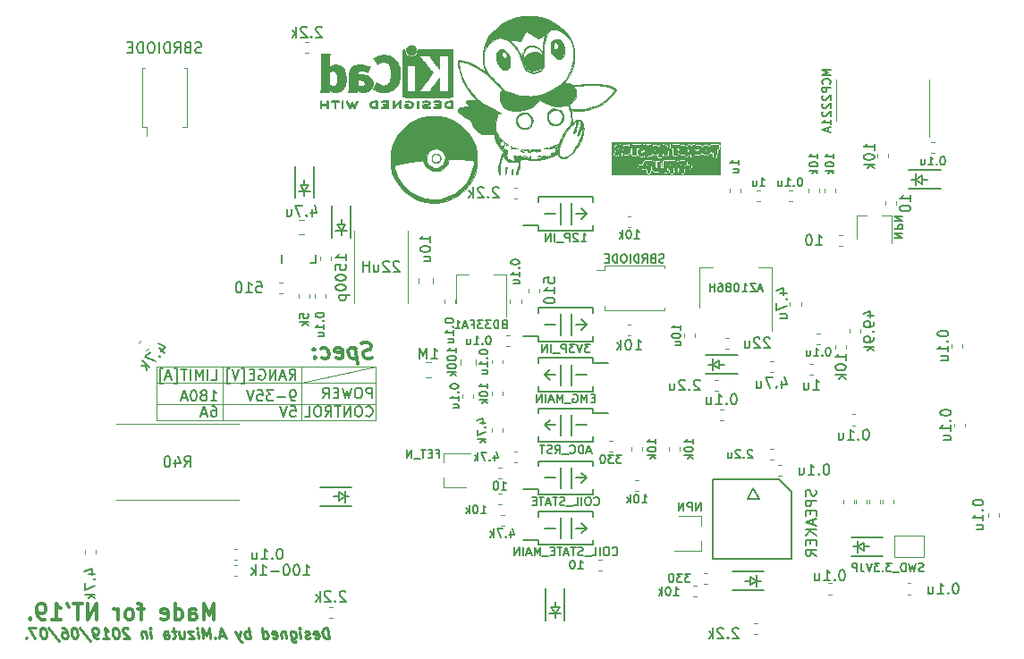
<source format=gbr>
G04 #@! TF.GenerationSoftware,KiCad,Pcbnew,(5.1.2)-1*
G04 #@! TF.CreationDate,2019-06-09T18:28:46+09:00*
G04 #@! TF.ProjectId,Control_5VOUT_ElectrocityManager,436f6e74-726f-46c5-9f35-564f55545f45,rev?*
G04 #@! TF.SameCoordinates,Original*
G04 #@! TF.FileFunction,Legend,Bot*
G04 #@! TF.FilePolarity,Positive*
%FSLAX46Y46*%
G04 Gerber Fmt 4.6, Leading zero omitted, Abs format (unit mm)*
G04 Created by KiCad (PCBNEW (5.1.2)-1) date 2019-06-09 18:28:46*
%MOMM*%
%LPD*%
G04 APERTURE LIST*
%ADD10C,0.120000*%
%ADD11C,0.150000*%
%ADD12C,0.375000*%
%ADD13C,0.250000*%
%ADD14C,0.200000*%
%ADD15C,0.010000*%
G04 APERTURE END LIST*
D10*
X67250000Y-86000000D02*
X63750000Y-86000000D01*
X70000000Y-82500000D02*
X70000000Y-87500000D01*
X84500000Y-82500000D02*
X77500000Y-84000000D01*
X77500000Y-84000000D02*
X77500000Y-82500000D01*
X84500000Y-82500000D02*
X84500000Y-84000000D01*
X71500000Y-82500000D02*
X84500000Y-82500000D01*
X63750000Y-82500000D02*
X71500000Y-82500000D01*
X63750000Y-84000000D02*
X63750000Y-82500000D01*
X67250000Y-87500000D02*
X63750000Y-87500000D01*
X77500000Y-84000000D02*
X63750000Y-84000000D01*
D11*
X68938214Y-83702380D02*
X69414404Y-83702380D01*
X69414404Y-82702380D01*
X68604880Y-83702380D02*
X68604880Y-82702380D01*
X68128690Y-83702380D02*
X68128690Y-82702380D01*
X67795357Y-83416666D01*
X67462023Y-82702380D01*
X67462023Y-83702380D01*
X66985833Y-83702380D02*
X66985833Y-82702380D01*
X66652500Y-82702380D02*
X66081071Y-82702380D01*
X66366785Y-83702380D02*
X66366785Y-82702380D01*
X65462023Y-84035714D02*
X65700119Y-84035714D01*
X65700119Y-82607142D01*
X65462023Y-82607142D01*
X65128690Y-83416666D02*
X64652500Y-83416666D01*
X65223928Y-83702380D02*
X64890595Y-82702380D01*
X64557261Y-83702380D01*
X64319166Y-84035714D02*
X64081071Y-84035714D01*
X64081071Y-82607142D01*
X64319166Y-82607142D01*
X76342976Y-83702380D02*
X76676309Y-83226190D01*
X76914404Y-83702380D02*
X76914404Y-82702380D01*
X76533452Y-82702380D01*
X76438214Y-82750000D01*
X76390595Y-82797619D01*
X76342976Y-82892857D01*
X76342976Y-83035714D01*
X76390595Y-83130952D01*
X76438214Y-83178571D01*
X76533452Y-83226190D01*
X76914404Y-83226190D01*
X75962023Y-83416666D02*
X75485833Y-83416666D01*
X76057261Y-83702380D02*
X75723928Y-82702380D01*
X75390595Y-83702380D01*
X75057261Y-83702380D02*
X75057261Y-82702380D01*
X74485833Y-83702380D01*
X74485833Y-82702380D01*
X73485833Y-82750000D02*
X73581071Y-82702380D01*
X73723928Y-82702380D01*
X73866785Y-82750000D01*
X73962023Y-82845238D01*
X74009642Y-82940476D01*
X74057261Y-83130952D01*
X74057261Y-83273809D01*
X74009642Y-83464285D01*
X73962023Y-83559523D01*
X73866785Y-83654761D01*
X73723928Y-83702380D01*
X73628690Y-83702380D01*
X73485833Y-83654761D01*
X73438214Y-83607142D01*
X73438214Y-83273809D01*
X73628690Y-83273809D01*
X73009642Y-83178571D02*
X72676309Y-83178571D01*
X72533452Y-83702380D02*
X73009642Y-83702380D01*
X73009642Y-82702380D01*
X72533452Y-82702380D01*
X71819166Y-84035714D02*
X72057261Y-84035714D01*
X72057261Y-82607142D01*
X71819166Y-82607142D01*
X71581071Y-82702380D02*
X71247738Y-83702380D01*
X70914404Y-82702380D01*
X70676309Y-84035714D02*
X70438214Y-84035714D01*
X70438214Y-82607142D01*
X70676309Y-82607142D01*
D10*
X63750000Y-84000000D02*
X63750000Y-86000000D01*
X77500000Y-87500000D02*
X77500000Y-84000000D01*
X67250000Y-87500000D02*
X77500000Y-87500000D01*
X63750000Y-86000000D02*
X63750000Y-87500000D01*
X84500000Y-86000000D02*
X67250000Y-86000000D01*
X84500000Y-84000000D02*
X84500000Y-85750000D01*
X84500000Y-87500000D02*
X84500000Y-84000000D01*
X77500000Y-87500000D02*
X84500000Y-87500000D01*
X77500000Y-84000000D02*
X77500000Y-87500000D01*
X84500000Y-84000000D02*
X77500000Y-84000000D01*
D11*
X68890595Y-85702380D02*
X69462023Y-85702380D01*
X69176309Y-85702380D02*
X69176309Y-84702380D01*
X69271547Y-84845238D01*
X69366785Y-84940476D01*
X69462023Y-84988095D01*
X68319166Y-85130952D02*
X68414404Y-85083333D01*
X68462023Y-85035714D01*
X68509642Y-84940476D01*
X68509642Y-84892857D01*
X68462023Y-84797619D01*
X68414404Y-84750000D01*
X68319166Y-84702380D01*
X68128690Y-84702380D01*
X68033452Y-84750000D01*
X67985833Y-84797619D01*
X67938214Y-84892857D01*
X67938214Y-84940476D01*
X67985833Y-85035714D01*
X68033452Y-85083333D01*
X68128690Y-85130952D01*
X68319166Y-85130952D01*
X68414404Y-85178571D01*
X68462023Y-85226190D01*
X68509642Y-85321428D01*
X68509642Y-85511904D01*
X68462023Y-85607142D01*
X68414404Y-85654761D01*
X68319166Y-85702380D01*
X68128690Y-85702380D01*
X68033452Y-85654761D01*
X67985833Y-85607142D01*
X67938214Y-85511904D01*
X67938214Y-85321428D01*
X67985833Y-85226190D01*
X68033452Y-85178571D01*
X68128690Y-85130952D01*
X67319166Y-84702380D02*
X67223928Y-84702380D01*
X67128690Y-84750000D01*
X67081071Y-84797619D01*
X67033452Y-84892857D01*
X66985833Y-85083333D01*
X66985833Y-85321428D01*
X67033452Y-85511904D01*
X67081071Y-85607142D01*
X67128690Y-85654761D01*
X67223928Y-85702380D01*
X67319166Y-85702380D01*
X67414404Y-85654761D01*
X67462023Y-85607142D01*
X67509642Y-85511904D01*
X67557261Y-85321428D01*
X67557261Y-85083333D01*
X67509642Y-84892857D01*
X67462023Y-84797619D01*
X67414404Y-84750000D01*
X67319166Y-84702380D01*
X66604880Y-85416666D02*
X66128690Y-85416666D01*
X66700119Y-85702380D02*
X66366785Y-84702380D01*
X66033452Y-85702380D01*
X76866785Y-85702380D02*
X76676309Y-85702380D01*
X76581071Y-85654761D01*
X76533452Y-85607142D01*
X76438214Y-85464285D01*
X76390595Y-85273809D01*
X76390595Y-84892857D01*
X76438214Y-84797619D01*
X76485833Y-84750000D01*
X76581071Y-84702380D01*
X76771547Y-84702380D01*
X76866785Y-84750000D01*
X76914404Y-84797619D01*
X76962023Y-84892857D01*
X76962023Y-85130952D01*
X76914404Y-85226190D01*
X76866785Y-85273809D01*
X76771547Y-85321428D01*
X76581071Y-85321428D01*
X76485833Y-85273809D01*
X76438214Y-85226190D01*
X76390595Y-85130952D01*
X75962023Y-85321428D02*
X75200119Y-85321428D01*
X74819166Y-84702380D02*
X74200119Y-84702380D01*
X74533452Y-85083333D01*
X74390595Y-85083333D01*
X74295357Y-85130952D01*
X74247738Y-85178571D01*
X74200119Y-85273809D01*
X74200119Y-85511904D01*
X74247738Y-85607142D01*
X74295357Y-85654761D01*
X74390595Y-85702380D01*
X74676309Y-85702380D01*
X74771547Y-85654761D01*
X74819166Y-85607142D01*
X73295357Y-84702380D02*
X73771547Y-84702380D01*
X73819166Y-85178571D01*
X73771547Y-85130952D01*
X73676309Y-85083333D01*
X73438214Y-85083333D01*
X73342976Y-85130952D01*
X73295357Y-85178571D01*
X73247738Y-85273809D01*
X73247738Y-85511904D01*
X73295357Y-85607142D01*
X73342976Y-85654761D01*
X73438214Y-85702380D01*
X73676309Y-85702380D01*
X73771547Y-85654761D01*
X73819166Y-85607142D01*
X72962023Y-84702380D02*
X72628690Y-85702380D01*
X72295357Y-84702380D01*
X68985833Y-86202380D02*
X69176309Y-86202380D01*
X69271547Y-86250000D01*
X69319166Y-86297619D01*
X69414404Y-86440476D01*
X69462023Y-86630952D01*
X69462023Y-87011904D01*
X69414404Y-87107142D01*
X69366785Y-87154761D01*
X69271547Y-87202380D01*
X69081071Y-87202380D01*
X68985833Y-87154761D01*
X68938214Y-87107142D01*
X68890595Y-87011904D01*
X68890595Y-86773809D01*
X68938214Y-86678571D01*
X68985833Y-86630952D01*
X69081071Y-86583333D01*
X69271547Y-86583333D01*
X69366785Y-86630952D01*
X69414404Y-86678571D01*
X69462023Y-86773809D01*
X68509642Y-86916666D02*
X68033452Y-86916666D01*
X68604880Y-87202380D02*
X68271547Y-86202380D01*
X67938214Y-87202380D01*
X76438214Y-86202380D02*
X76914404Y-86202380D01*
X76962023Y-86678571D01*
X76914404Y-86630952D01*
X76819166Y-86583333D01*
X76581071Y-86583333D01*
X76485833Y-86630952D01*
X76438214Y-86678571D01*
X76390595Y-86773809D01*
X76390595Y-87011904D01*
X76438214Y-87107142D01*
X76485833Y-87154761D01*
X76581071Y-87202380D01*
X76819166Y-87202380D01*
X76914404Y-87154761D01*
X76962023Y-87107142D01*
X76104880Y-86202380D02*
X75771547Y-87202380D01*
X75438214Y-86202380D01*
X83592976Y-87107142D02*
X83640595Y-87154761D01*
X83783452Y-87202380D01*
X83878690Y-87202380D01*
X84021547Y-87154761D01*
X84116785Y-87059523D01*
X84164404Y-86964285D01*
X84212023Y-86773809D01*
X84212023Y-86630952D01*
X84164404Y-86440476D01*
X84116785Y-86345238D01*
X84021547Y-86250000D01*
X83878690Y-86202380D01*
X83783452Y-86202380D01*
X83640595Y-86250000D01*
X83592976Y-86297619D01*
X82973928Y-86202380D02*
X82783452Y-86202380D01*
X82688214Y-86250000D01*
X82592976Y-86345238D01*
X82545357Y-86535714D01*
X82545357Y-86869047D01*
X82592976Y-87059523D01*
X82688214Y-87154761D01*
X82783452Y-87202380D01*
X82973928Y-87202380D01*
X83069166Y-87154761D01*
X83164404Y-87059523D01*
X83212023Y-86869047D01*
X83212023Y-86535714D01*
X83164404Y-86345238D01*
X83069166Y-86250000D01*
X82973928Y-86202380D01*
X82116785Y-87202380D02*
X82116785Y-86202380D01*
X81545357Y-87202380D01*
X81545357Y-86202380D01*
X81212023Y-86202380D02*
X80640595Y-86202380D01*
X80926309Y-87202380D02*
X80926309Y-86202380D01*
X79735833Y-87202380D02*
X80069166Y-86726190D01*
X80307261Y-87202380D02*
X80307261Y-86202380D01*
X79926309Y-86202380D01*
X79831071Y-86250000D01*
X79783452Y-86297619D01*
X79735833Y-86392857D01*
X79735833Y-86535714D01*
X79783452Y-86630952D01*
X79831071Y-86678571D01*
X79926309Y-86726190D01*
X80307261Y-86726190D01*
X79116785Y-86202380D02*
X78926309Y-86202380D01*
X78831071Y-86250000D01*
X78735833Y-86345238D01*
X78688214Y-86535714D01*
X78688214Y-86869047D01*
X78735833Y-87059523D01*
X78831071Y-87154761D01*
X78926309Y-87202380D01*
X79116785Y-87202380D01*
X79212023Y-87154761D01*
X79307261Y-87059523D01*
X79354880Y-86869047D01*
X79354880Y-86535714D01*
X79307261Y-86345238D01*
X79212023Y-86250000D01*
X79116785Y-86202380D01*
X77783452Y-87202380D02*
X78259642Y-87202380D01*
X78259642Y-86202380D01*
X84164404Y-85452380D02*
X84164404Y-84452380D01*
X83783452Y-84452380D01*
X83688214Y-84500000D01*
X83640595Y-84547619D01*
X83592976Y-84642857D01*
X83592976Y-84785714D01*
X83640595Y-84880952D01*
X83688214Y-84928571D01*
X83783452Y-84976190D01*
X84164404Y-84976190D01*
X82973928Y-84452380D02*
X82783452Y-84452380D01*
X82688214Y-84500000D01*
X82592976Y-84595238D01*
X82545357Y-84785714D01*
X82545357Y-85119047D01*
X82592976Y-85309523D01*
X82688214Y-85404761D01*
X82783452Y-85452380D01*
X82973928Y-85452380D01*
X83069166Y-85404761D01*
X83164404Y-85309523D01*
X83212023Y-85119047D01*
X83212023Y-84785714D01*
X83164404Y-84595238D01*
X83069166Y-84500000D01*
X82973928Y-84452380D01*
X82212023Y-84452380D02*
X81973928Y-85452380D01*
X81783452Y-84738095D01*
X81592976Y-85452380D01*
X81354880Y-84452380D01*
X80973928Y-84928571D02*
X80640595Y-84928571D01*
X80497738Y-85452380D02*
X80973928Y-85452380D01*
X80973928Y-84452380D01*
X80497738Y-84452380D01*
X79497738Y-85452380D02*
X79831071Y-84976190D01*
X80069166Y-85452380D02*
X80069166Y-84452380D01*
X79688214Y-84452380D01*
X79592976Y-84500000D01*
X79545357Y-84547619D01*
X79497738Y-84642857D01*
X79497738Y-84785714D01*
X79545357Y-84880952D01*
X79592976Y-84928571D01*
X79688214Y-84976190D01*
X80069166Y-84976190D01*
D12*
X84202678Y-81607142D02*
X83997321Y-81678571D01*
X83640178Y-81678571D01*
X83488392Y-81607142D01*
X83408035Y-81535714D01*
X83318750Y-81392857D01*
X83300892Y-81250000D01*
X83354464Y-81107142D01*
X83416964Y-81035714D01*
X83550892Y-80964285D01*
X83827678Y-80892857D01*
X83961607Y-80821428D01*
X84024107Y-80750000D01*
X84077678Y-80607142D01*
X84059821Y-80464285D01*
X83970535Y-80321428D01*
X83890178Y-80250000D01*
X83738392Y-80178571D01*
X83381250Y-80178571D01*
X83175892Y-80250000D01*
X82586607Y-80678571D02*
X82774107Y-82178571D01*
X82595535Y-80750000D02*
X82443750Y-80678571D01*
X82158035Y-80678571D01*
X82024107Y-80750000D01*
X81961607Y-80821428D01*
X81908035Y-80964285D01*
X81961607Y-81392857D01*
X82050892Y-81535714D01*
X82131250Y-81607142D01*
X82283035Y-81678571D01*
X82568750Y-81678571D01*
X82702678Y-81607142D01*
X80774107Y-81607142D02*
X80925892Y-81678571D01*
X81211607Y-81678571D01*
X81345535Y-81607142D01*
X81399107Y-81464285D01*
X81327678Y-80892857D01*
X81238392Y-80750000D01*
X81086607Y-80678571D01*
X80800892Y-80678571D01*
X80666964Y-80750000D01*
X80613392Y-80892857D01*
X80631250Y-81035714D01*
X81363392Y-81178571D01*
X79416964Y-81607142D02*
X79568750Y-81678571D01*
X79854464Y-81678571D01*
X79988392Y-81607142D01*
X80050892Y-81535714D01*
X80104464Y-81392857D01*
X80050892Y-80964285D01*
X79961607Y-80821428D01*
X79881250Y-80750000D01*
X79729464Y-80678571D01*
X79443750Y-80678571D01*
X79309821Y-80750000D01*
X78765178Y-81535714D02*
X78702678Y-81607142D01*
X78783035Y-81678571D01*
X78845535Y-81607142D01*
X78765178Y-81535714D01*
X78783035Y-81678571D01*
X78666964Y-80750000D02*
X78604464Y-80821428D01*
X78684821Y-80892857D01*
X78747321Y-80821428D01*
X78666964Y-80750000D01*
X78684821Y-80892857D01*
X69214285Y-106428571D02*
X69214285Y-104928571D01*
X68714285Y-106000000D01*
X68214285Y-104928571D01*
X68214285Y-106428571D01*
X66857142Y-106428571D02*
X66857142Y-105642857D01*
X66928571Y-105500000D01*
X67071428Y-105428571D01*
X67357142Y-105428571D01*
X67500000Y-105500000D01*
X66857142Y-106357142D02*
X67000000Y-106428571D01*
X67357142Y-106428571D01*
X67500000Y-106357142D01*
X67571428Y-106214285D01*
X67571428Y-106071428D01*
X67500000Y-105928571D01*
X67357142Y-105857142D01*
X67000000Y-105857142D01*
X66857142Y-105785714D01*
X65500000Y-106428571D02*
X65500000Y-104928571D01*
X65500000Y-106357142D02*
X65642857Y-106428571D01*
X65928571Y-106428571D01*
X66071428Y-106357142D01*
X66142857Y-106285714D01*
X66214285Y-106142857D01*
X66214285Y-105714285D01*
X66142857Y-105571428D01*
X66071428Y-105500000D01*
X65928571Y-105428571D01*
X65642857Y-105428571D01*
X65500000Y-105500000D01*
X64214285Y-106357142D02*
X64357142Y-106428571D01*
X64642857Y-106428571D01*
X64785714Y-106357142D01*
X64857142Y-106214285D01*
X64857142Y-105642857D01*
X64785714Y-105500000D01*
X64642857Y-105428571D01*
X64357142Y-105428571D01*
X64214285Y-105500000D01*
X64142857Y-105642857D01*
X64142857Y-105785714D01*
X64857142Y-105928571D01*
X62571428Y-105428571D02*
X62000000Y-105428571D01*
X62357142Y-106428571D02*
X62357142Y-105142857D01*
X62285714Y-105000000D01*
X62142857Y-104928571D01*
X62000000Y-104928571D01*
X61285714Y-106428571D02*
X61428571Y-106357142D01*
X61500000Y-106285714D01*
X61571428Y-106142857D01*
X61571428Y-105714285D01*
X61500000Y-105571428D01*
X61428571Y-105500000D01*
X61285714Y-105428571D01*
X61071428Y-105428571D01*
X60928571Y-105500000D01*
X60857142Y-105571428D01*
X60785714Y-105714285D01*
X60785714Y-106142857D01*
X60857142Y-106285714D01*
X60928571Y-106357142D01*
X61071428Y-106428571D01*
X61285714Y-106428571D01*
X60142857Y-106428571D02*
X60142857Y-105428571D01*
X60142857Y-105714285D02*
X60071428Y-105571428D01*
X60000000Y-105500000D01*
X59857142Y-105428571D01*
X59714285Y-105428571D01*
X58071428Y-106428571D02*
X58071428Y-104928571D01*
X57214285Y-106428571D01*
X57214285Y-104928571D01*
X56714285Y-104928571D02*
X55857142Y-104928571D01*
X56285714Y-106428571D02*
X56285714Y-104928571D01*
X55285714Y-104928571D02*
X55428571Y-105214285D01*
X53857142Y-106428571D02*
X54714285Y-106428571D01*
X54285714Y-106428571D02*
X54285714Y-104928571D01*
X54428571Y-105142857D01*
X54571428Y-105285714D01*
X54714285Y-105357142D01*
X53142857Y-106428571D02*
X52857142Y-106428571D01*
X52714285Y-106357142D01*
X52642857Y-106285714D01*
X52500000Y-106071428D01*
X52428571Y-105785714D01*
X52428571Y-105214285D01*
X52500000Y-105071428D01*
X52571428Y-105000000D01*
X52714285Y-104928571D01*
X53000000Y-104928571D01*
X53142857Y-105000000D01*
X53214285Y-105071428D01*
X53285714Y-105214285D01*
X53285714Y-105571428D01*
X53214285Y-105714285D01*
X53142857Y-105785714D01*
X53000000Y-105857142D01*
X52714285Y-105857142D01*
X52571428Y-105785714D01*
X52500000Y-105714285D01*
X52428571Y-105571428D01*
X51785714Y-106285714D02*
X51714285Y-106357142D01*
X51785714Y-106428571D01*
X51857142Y-106357142D01*
X51785714Y-106285714D01*
X51785714Y-106428571D01*
D13*
X80093452Y-108202380D02*
X79968452Y-107202380D01*
X79730357Y-107202380D01*
X79593452Y-107250000D01*
X79510119Y-107345238D01*
X79474404Y-107440476D01*
X79450595Y-107630952D01*
X79468452Y-107773809D01*
X79539880Y-107964285D01*
X79599404Y-108059523D01*
X79706547Y-108154761D01*
X79855357Y-108202380D01*
X80093452Y-108202380D01*
X78706547Y-108154761D02*
X78807738Y-108202380D01*
X78998214Y-108202380D01*
X79087500Y-108154761D01*
X79123214Y-108059523D01*
X79075595Y-107678571D01*
X79016071Y-107583333D01*
X78914880Y-107535714D01*
X78724404Y-107535714D01*
X78635119Y-107583333D01*
X78599404Y-107678571D01*
X78611309Y-107773809D01*
X79099404Y-107869047D01*
X78277976Y-108154761D02*
X78188690Y-108202380D01*
X77998214Y-108202380D01*
X77897023Y-108154761D01*
X77837500Y-108059523D01*
X77831547Y-108011904D01*
X77867261Y-107916666D01*
X77956547Y-107869047D01*
X78099404Y-107869047D01*
X78188690Y-107821428D01*
X78224404Y-107726190D01*
X78218452Y-107678571D01*
X78158928Y-107583333D01*
X78057738Y-107535714D01*
X77914880Y-107535714D01*
X77825595Y-107583333D01*
X77426785Y-108202380D02*
X77343452Y-107535714D01*
X77301785Y-107202380D02*
X77355357Y-107250000D01*
X77313690Y-107297619D01*
X77260119Y-107250000D01*
X77301785Y-107202380D01*
X77313690Y-107297619D01*
X76438690Y-107535714D02*
X76539880Y-108345238D01*
X76599404Y-108440476D01*
X76652976Y-108488095D01*
X76754166Y-108535714D01*
X76897023Y-108535714D01*
X76986309Y-108488095D01*
X76516071Y-108154761D02*
X76617261Y-108202380D01*
X76807738Y-108202380D01*
X76897023Y-108154761D01*
X76938690Y-108107142D01*
X76974404Y-108011904D01*
X76938690Y-107726190D01*
X76879166Y-107630952D01*
X76825595Y-107583333D01*
X76724404Y-107535714D01*
X76533928Y-107535714D01*
X76444642Y-107583333D01*
X75962500Y-107535714D02*
X76045833Y-108202380D01*
X75974404Y-107630952D02*
X75920833Y-107583333D01*
X75819642Y-107535714D01*
X75676785Y-107535714D01*
X75587500Y-107583333D01*
X75551785Y-107678571D01*
X75617261Y-108202380D01*
X74754166Y-108154761D02*
X74855357Y-108202380D01*
X75045833Y-108202380D01*
X75135119Y-108154761D01*
X75170833Y-108059523D01*
X75123214Y-107678571D01*
X75063690Y-107583333D01*
X74962500Y-107535714D01*
X74772023Y-107535714D01*
X74682738Y-107583333D01*
X74647023Y-107678571D01*
X74658928Y-107773809D01*
X75147023Y-107869047D01*
X73855357Y-108202380D02*
X73730357Y-107202380D01*
X73849404Y-108154761D02*
X73950595Y-108202380D01*
X74141071Y-108202380D01*
X74230357Y-108154761D01*
X74272023Y-108107142D01*
X74307738Y-108011904D01*
X74272023Y-107726190D01*
X74212500Y-107630952D01*
X74158928Y-107583333D01*
X74057738Y-107535714D01*
X73867261Y-107535714D01*
X73777976Y-107583333D01*
X72617261Y-108202380D02*
X72492261Y-107202380D01*
X72539880Y-107583333D02*
X72438690Y-107535714D01*
X72248214Y-107535714D01*
X72158928Y-107583333D01*
X72117261Y-107630952D01*
X72081547Y-107726190D01*
X72117261Y-108011904D01*
X72176785Y-108107142D01*
X72230357Y-108154761D01*
X72331547Y-108202380D01*
X72522023Y-108202380D01*
X72611309Y-108154761D01*
X71724404Y-107535714D02*
X71569642Y-108202380D01*
X71248214Y-107535714D02*
X71569642Y-108202380D01*
X71694642Y-108440476D01*
X71748214Y-108488095D01*
X71849404Y-108535714D01*
X70200595Y-107916666D02*
X69724404Y-107916666D01*
X70331547Y-108202380D02*
X69873214Y-107202380D01*
X69664880Y-108202380D01*
X69319642Y-108107142D02*
X69277976Y-108154761D01*
X69331547Y-108202380D01*
X69373214Y-108154761D01*
X69319642Y-108107142D01*
X69331547Y-108202380D01*
X68855357Y-108202380D02*
X68730357Y-107202380D01*
X68486309Y-107916666D01*
X68063690Y-107202380D01*
X68188690Y-108202380D01*
X67712500Y-108202380D02*
X67629166Y-107535714D01*
X67587500Y-107202380D02*
X67641071Y-107250000D01*
X67599404Y-107297619D01*
X67545833Y-107250000D01*
X67587500Y-107202380D01*
X67599404Y-107297619D01*
X67248214Y-107535714D02*
X66724404Y-107535714D01*
X67331547Y-108202380D01*
X66807738Y-108202380D01*
X65914880Y-107535714D02*
X65998214Y-108202380D01*
X66343452Y-107535714D02*
X66408928Y-108059523D01*
X66373214Y-108154761D01*
X66283928Y-108202380D01*
X66141071Y-108202380D01*
X66039880Y-108154761D01*
X65986309Y-108107142D01*
X65581547Y-107535714D02*
X65200595Y-107535714D01*
X65397023Y-107202380D02*
X65504166Y-108059523D01*
X65468452Y-108154761D01*
X65379166Y-108202380D01*
X65283928Y-108202380D01*
X64522023Y-108202380D02*
X64456547Y-107678571D01*
X64492261Y-107583333D01*
X64581547Y-107535714D01*
X64772023Y-107535714D01*
X64873214Y-107583333D01*
X64516071Y-108154761D02*
X64617261Y-108202380D01*
X64855357Y-108202380D01*
X64944642Y-108154761D01*
X64980357Y-108059523D01*
X64968452Y-107964285D01*
X64908928Y-107869047D01*
X64807738Y-107821428D01*
X64569642Y-107821428D01*
X64468452Y-107773809D01*
X63283928Y-108202380D02*
X63200595Y-107535714D01*
X63158928Y-107202380D02*
X63212500Y-107250000D01*
X63170833Y-107297619D01*
X63117261Y-107250000D01*
X63158928Y-107202380D01*
X63170833Y-107297619D01*
X62724404Y-107535714D02*
X62807738Y-108202380D01*
X62736309Y-107630952D02*
X62682738Y-107583333D01*
X62581547Y-107535714D01*
X62438690Y-107535714D01*
X62349404Y-107583333D01*
X62313690Y-107678571D01*
X62379166Y-108202380D01*
X61075595Y-107297619D02*
X61022023Y-107250000D01*
X60920833Y-107202380D01*
X60682738Y-107202380D01*
X60593452Y-107250000D01*
X60551785Y-107297619D01*
X60516071Y-107392857D01*
X60527976Y-107488095D01*
X60593452Y-107630952D01*
X61236309Y-108202380D01*
X60617261Y-108202380D01*
X59873214Y-107202380D02*
X59777976Y-107202380D01*
X59688690Y-107250000D01*
X59647023Y-107297619D01*
X59611309Y-107392857D01*
X59587500Y-107583333D01*
X59617261Y-107821428D01*
X59688690Y-108011904D01*
X59748214Y-108107142D01*
X59801785Y-108154761D01*
X59902976Y-108202380D01*
X59998214Y-108202380D01*
X60087500Y-108154761D01*
X60129166Y-108107142D01*
X60164880Y-108011904D01*
X60188690Y-107821428D01*
X60158928Y-107583333D01*
X60087500Y-107392857D01*
X60027976Y-107297619D01*
X59974404Y-107250000D01*
X59873214Y-107202380D01*
X58712500Y-108202380D02*
X59283928Y-108202380D01*
X58998214Y-108202380D02*
X58873214Y-107202380D01*
X58986309Y-107345238D01*
X59093452Y-107440476D01*
X59194642Y-107488095D01*
X58236309Y-108202380D02*
X58045833Y-108202380D01*
X57944642Y-108154761D01*
X57891071Y-108107142D01*
X57777976Y-107964285D01*
X57706547Y-107773809D01*
X57658928Y-107392857D01*
X57694642Y-107297619D01*
X57736309Y-107250000D01*
X57825595Y-107202380D01*
X58016071Y-107202380D01*
X58117261Y-107250000D01*
X58170833Y-107297619D01*
X58230357Y-107392857D01*
X58260119Y-107630952D01*
X58224404Y-107726190D01*
X58182738Y-107773809D01*
X58093452Y-107821428D01*
X57902976Y-107821428D01*
X57801785Y-107773809D01*
X57748214Y-107726190D01*
X57688690Y-107630952D01*
X56486309Y-107154761D02*
X57504166Y-108440476D01*
X55968452Y-107202380D02*
X55873214Y-107202380D01*
X55783928Y-107250000D01*
X55742261Y-107297619D01*
X55706547Y-107392857D01*
X55682738Y-107583333D01*
X55712500Y-107821428D01*
X55783928Y-108011904D01*
X55843452Y-108107142D01*
X55897023Y-108154761D01*
X55998214Y-108202380D01*
X56093452Y-108202380D01*
X56182738Y-108154761D01*
X56224404Y-108107142D01*
X56260119Y-108011904D01*
X56283928Y-107821428D01*
X56254166Y-107583333D01*
X56182738Y-107392857D01*
X56123214Y-107297619D01*
X56069642Y-107250000D01*
X55968452Y-107202380D01*
X54777976Y-107202380D02*
X54968452Y-107202380D01*
X55069642Y-107250000D01*
X55123214Y-107297619D01*
X55236309Y-107440476D01*
X55307738Y-107630952D01*
X55355357Y-108011904D01*
X55319642Y-108107142D01*
X55277976Y-108154761D01*
X55188690Y-108202380D01*
X54998214Y-108202380D01*
X54897023Y-108154761D01*
X54843452Y-108107142D01*
X54783928Y-108011904D01*
X54754166Y-107773809D01*
X54789880Y-107678571D01*
X54831547Y-107630952D01*
X54920833Y-107583333D01*
X55111309Y-107583333D01*
X55212500Y-107630952D01*
X55266071Y-107678571D01*
X55325595Y-107773809D01*
X53533928Y-107154761D02*
X54551785Y-108440476D01*
X53016071Y-107202380D02*
X52920833Y-107202380D01*
X52831547Y-107250000D01*
X52789880Y-107297619D01*
X52754166Y-107392857D01*
X52730357Y-107583333D01*
X52760119Y-107821428D01*
X52831547Y-108011904D01*
X52891071Y-108107142D01*
X52944642Y-108154761D01*
X53045833Y-108202380D01*
X53141071Y-108202380D01*
X53230357Y-108154761D01*
X53272023Y-108107142D01*
X53307738Y-108011904D01*
X53331547Y-107821428D01*
X53301785Y-107583333D01*
X53230357Y-107392857D01*
X53170833Y-107297619D01*
X53117261Y-107250000D01*
X53016071Y-107202380D01*
X52349404Y-107202380D02*
X51682738Y-107202380D01*
X52236309Y-108202380D01*
X51414880Y-108107142D02*
X51373214Y-108154761D01*
X51426785Y-108202380D01*
X51468452Y-108154761D01*
X51414880Y-108107142D01*
X51426785Y-108202380D01*
D10*
X82450000Y-69550000D02*
X82450000Y-76450000D01*
X87550000Y-69550000D02*
X87550000Y-76450000D01*
D11*
X123900000Y-94350000D02*
X123900000Y-100650000D01*
X123900000Y-100650000D02*
X116400000Y-100650000D01*
X116400000Y-93150000D02*
X116400000Y-100650000D01*
X116400000Y-93150000D02*
X122700000Y-93150000D01*
X123900000Y-94350000D02*
X122700000Y-93150000D01*
X119700000Y-94950000D02*
X120200000Y-93950000D01*
X120800000Y-94950000D02*
X119700000Y-94950000D01*
X120200000Y-93950000D02*
X120800000Y-94950000D01*
X132500000Y-98600000D02*
X129500000Y-98600000D01*
X132500000Y-100400000D02*
X129500000Y-100400000D01*
X129750000Y-99500000D02*
X130150000Y-99500000D01*
X130150000Y-99500000D02*
X130150000Y-98950000D01*
X130150000Y-99500000D02*
X130150000Y-100050000D01*
X130150000Y-99500000D02*
X130750000Y-99100000D01*
X130750000Y-99100000D02*
X130750000Y-99900000D01*
X130750000Y-99900000D02*
X130150000Y-99500000D01*
X130750000Y-99500000D02*
X131250000Y-99500000D01*
D14*
X105100000Y-69600000D02*
X105100000Y-69100000D01*
X99900000Y-69600000D02*
X105100000Y-69600000D01*
X99900000Y-69100000D02*
X99900000Y-69600000D01*
X105100000Y-66400000D02*
X105100000Y-66900000D01*
X99900000Y-66400000D02*
X105100000Y-66400000D01*
X99900000Y-66900000D02*
X99900000Y-66400000D01*
X99900000Y-69100000D02*
X98500000Y-69100000D01*
X102000000Y-69000000D02*
X102000000Y-67000000D01*
X103000000Y-69000000D02*
X103000000Y-67000000D01*
X103500000Y-68000000D02*
X104500000Y-68000000D01*
X104500000Y-68000000D02*
X104000000Y-68500000D01*
X104500000Y-68000000D02*
X104000000Y-67500000D01*
X101500000Y-68000000D02*
X100500000Y-68000000D01*
X101500000Y-97750000D02*
X100500000Y-97750000D01*
X104500000Y-97750000D02*
X104000000Y-97250000D01*
X104500000Y-97750000D02*
X104000000Y-98250000D01*
X103500000Y-97750000D02*
X104500000Y-97750000D01*
X103000000Y-98750000D02*
X103000000Y-96750000D01*
X102000000Y-98750000D02*
X102000000Y-96750000D01*
X99900000Y-98850000D02*
X98500000Y-98850000D01*
X99900000Y-96650000D02*
X99900000Y-96150000D01*
X99900000Y-96150000D02*
X105100000Y-96150000D01*
X105100000Y-96150000D02*
X105100000Y-96650000D01*
X99900000Y-98850000D02*
X99900000Y-99350000D01*
X99900000Y-99350000D02*
X105100000Y-99350000D01*
X105100000Y-99350000D02*
X105100000Y-98850000D01*
X101500000Y-93000000D02*
X100500000Y-93000000D01*
X104500000Y-93000000D02*
X104000000Y-92500000D01*
X104500000Y-93000000D02*
X104000000Y-93500000D01*
X103500000Y-93000000D02*
X104500000Y-93000000D01*
X103000000Y-94000000D02*
X103000000Y-92000000D01*
X102000000Y-94000000D02*
X102000000Y-92000000D01*
X99900000Y-94100000D02*
X98500000Y-94100000D01*
X99900000Y-91900000D02*
X99900000Y-91400000D01*
X99900000Y-91400000D02*
X105100000Y-91400000D01*
X105100000Y-91400000D02*
X105100000Y-91900000D01*
X99900000Y-94100000D02*
X99900000Y-94600000D01*
X99900000Y-94600000D02*
X105100000Y-94600000D01*
X105100000Y-94600000D02*
X105100000Y-94100000D01*
X99900000Y-86400000D02*
X99900000Y-86900000D01*
X105100000Y-86400000D02*
X99900000Y-86400000D01*
X105100000Y-86900000D02*
X105100000Y-86400000D01*
X99900000Y-89600000D02*
X99900000Y-89100000D01*
X105100000Y-89600000D02*
X99900000Y-89600000D01*
X105100000Y-89100000D02*
X105100000Y-89600000D01*
X105100000Y-86900000D02*
X106500000Y-86900000D01*
X103000000Y-87000000D02*
X103000000Y-89000000D01*
X102000000Y-87000000D02*
X102000000Y-89000000D01*
X101500000Y-88000000D02*
X100500000Y-88000000D01*
X100500000Y-88000000D02*
X101000000Y-87500000D01*
X100500000Y-88000000D02*
X101000000Y-88500000D01*
X103500000Y-88000000D02*
X104500000Y-88000000D01*
X103500000Y-83250000D02*
X104500000Y-83250000D01*
X100500000Y-83250000D02*
X101000000Y-83750000D01*
X100500000Y-83250000D02*
X101000000Y-82750000D01*
X101500000Y-83250000D02*
X100500000Y-83250000D01*
X102000000Y-82250000D02*
X102000000Y-84250000D01*
X103000000Y-82250000D02*
X103000000Y-84250000D01*
X105100000Y-82150000D02*
X106500000Y-82150000D01*
X105100000Y-84350000D02*
X105100000Y-84850000D01*
X105100000Y-84850000D02*
X99900000Y-84850000D01*
X99900000Y-84850000D02*
X99900000Y-84350000D01*
X105100000Y-82150000D02*
X105100000Y-81650000D01*
X105100000Y-81650000D02*
X99900000Y-81650000D01*
X99900000Y-81650000D02*
X99900000Y-82150000D01*
X101500000Y-78500000D02*
X100500000Y-78500000D01*
X104500000Y-78500000D02*
X104000000Y-78000000D01*
X104500000Y-78500000D02*
X104000000Y-79000000D01*
X103500000Y-78500000D02*
X104500000Y-78500000D01*
X103000000Y-79500000D02*
X103000000Y-77500000D01*
X102000000Y-79500000D02*
X102000000Y-77500000D01*
X99900000Y-79600000D02*
X98500000Y-79600000D01*
X99900000Y-77400000D02*
X99900000Y-76900000D01*
X99900000Y-76900000D02*
X105100000Y-76900000D01*
X105100000Y-76900000D02*
X105100000Y-77400000D01*
X99900000Y-79600000D02*
X99900000Y-80100000D01*
X99900000Y-80100000D02*
X105100000Y-80100000D01*
X105100000Y-80100000D02*
X105100000Y-79600000D01*
D10*
X142490000Y-96662779D02*
X142490000Y-96337221D01*
X143510000Y-96662779D02*
X143510000Y-96337221D01*
X137087221Y-62260000D02*
X137412779Y-62260000D01*
X137087221Y-61240000D02*
X137412779Y-61240000D01*
X126572779Y-80350000D02*
X126247221Y-80350000D01*
X126572779Y-79330000D02*
X126247221Y-79330000D01*
X121837221Y-83010000D02*
X122162779Y-83010000D01*
X121837221Y-81990000D02*
X122162779Y-81990000D01*
X117087221Y-87510000D02*
X117412779Y-87510000D01*
X117087221Y-86490000D02*
X117412779Y-86490000D01*
X122587221Y-92760000D02*
X122912779Y-92760000D01*
X122587221Y-91740000D02*
X122912779Y-91740000D01*
X116587221Y-84760000D02*
X116912779Y-84760000D01*
X116587221Y-83740000D02*
X116912779Y-83740000D01*
X129912779Y-86990000D02*
X129587221Y-86990000D01*
X129912779Y-88010000D02*
X129587221Y-88010000D01*
X122162779Y-91260000D02*
X121837221Y-91260000D01*
X122162779Y-90240000D02*
X121837221Y-90240000D01*
X113690000Y-79337221D02*
X113690000Y-79662779D01*
X114710000Y-79337221D02*
X114710000Y-79662779D01*
X125912779Y-83260000D02*
X125587221Y-83260000D01*
X125912779Y-82240000D02*
X125587221Y-82240000D01*
X117962779Y-79740000D02*
X117637221Y-79740000D01*
X117962779Y-80760000D02*
X117637221Y-80760000D01*
X123912779Y-66760000D02*
X123587221Y-66760000D01*
X123912779Y-65740000D02*
X123587221Y-65740000D01*
X117990000Y-65912779D02*
X117990000Y-65587221D01*
X119010000Y-65912779D02*
X119010000Y-65587221D01*
X120587221Y-66760000D02*
X120912779Y-66760000D01*
X120587221Y-65740000D02*
X120912779Y-65740000D01*
X97162779Y-80510000D02*
X96837221Y-80510000D01*
X97162779Y-79490000D02*
X96837221Y-79490000D01*
X78740000Y-75587221D02*
X78740000Y-75912779D01*
X79760000Y-75587221D02*
X79760000Y-75912779D01*
X90990000Y-76450279D02*
X90990000Y-76124721D01*
X92010000Y-76450279D02*
X92010000Y-76124721D01*
X80260000Y-72087221D02*
X80260000Y-72412779D01*
X79240000Y-72087221D02*
X79240000Y-72412779D01*
X77241422Y-69960000D02*
X77758578Y-69960000D01*
X77241422Y-68540000D02*
X77758578Y-68540000D01*
X98260000Y-76412779D02*
X98260000Y-76087221D01*
X97240000Y-76412779D02*
X97240000Y-76087221D01*
X71412779Y-99740000D02*
X71087221Y-99740000D01*
X71412779Y-100760000D02*
X71087221Y-100760000D01*
X88540000Y-74571078D02*
X88540000Y-74053922D01*
X89960000Y-74571078D02*
X89960000Y-74053922D01*
X96510000Y-82162779D02*
X96510000Y-81837221D01*
X95490000Y-82162779D02*
X95490000Y-81837221D01*
X92740000Y-85087221D02*
X92740000Y-85412779D01*
X93760000Y-85087221D02*
X93760000Y-85412779D01*
X133600000Y-98500000D02*
X133600000Y-100500000D01*
X136400000Y-98500000D02*
X133600000Y-98500000D01*
X136400000Y-100500000D02*
X136400000Y-98500000D01*
X133600000Y-100500000D02*
X136400000Y-100500000D01*
X93075000Y-93860000D02*
X90925000Y-93860000D01*
X93500000Y-90640000D02*
X90925000Y-90640000D01*
X90925000Y-92950000D02*
X90925000Y-93860000D01*
X90925000Y-90640000D02*
X90925000Y-91550000D01*
X133010000Y-62337221D02*
X133010000Y-62662779D01*
X131990000Y-62337221D02*
X131990000Y-62662779D01*
X129360000Y-78917221D02*
X129360000Y-79242779D01*
X130380000Y-78917221D02*
X130380000Y-79242779D01*
X128050000Y-80467221D02*
X128050000Y-80792779D01*
X129070000Y-80467221D02*
X129070000Y-80792779D01*
X105912779Y-100740000D02*
X105587221Y-100740000D01*
X105912779Y-101760000D02*
X105587221Y-101760000D01*
X126990000Y-65587221D02*
X126990000Y-65912779D01*
X128010000Y-65587221D02*
X128010000Y-65912779D01*
X96412779Y-93010000D02*
X96087221Y-93010000D01*
X96412779Y-91990000D02*
X96087221Y-91990000D01*
X126510000Y-65587221D02*
X126510000Y-65912779D01*
X125490000Y-65587221D02*
X125490000Y-65912779D01*
X96087221Y-94490000D02*
X96412779Y-94490000D01*
X96087221Y-95510000D02*
X96412779Y-95510000D01*
X128662779Y-69990000D02*
X128337221Y-69990000D01*
X128662779Y-71010000D02*
X128337221Y-71010000D01*
X106587221Y-90510000D02*
X106912779Y-90510000D01*
X106587221Y-89490000D02*
X106912779Y-89490000D01*
X133760000Y-66837221D02*
X133760000Y-67162779D01*
X132740000Y-66837221D02*
X132740000Y-67162779D01*
X115587221Y-103010000D02*
X115912779Y-103010000D01*
X115587221Y-101990000D02*
X115912779Y-101990000D01*
X97912779Y-65490000D02*
X97587221Y-65490000D01*
X97912779Y-66510000D02*
X97587221Y-66510000D01*
X95490000Y-88662779D02*
X95490000Y-88337221D01*
X96510000Y-88662779D02*
X96510000Y-88337221D01*
X133540000Y-95087221D02*
X133540000Y-95412779D01*
X132520000Y-95087221D02*
X132520000Y-95412779D01*
X108662779Y-69260000D02*
X108337221Y-69260000D01*
X108662779Y-68240000D02*
X108337221Y-68240000D01*
X131240000Y-95087221D02*
X131240000Y-95412779D01*
X132260000Y-95087221D02*
X132260000Y-95412779D01*
X97912779Y-90490000D02*
X97587221Y-90490000D01*
X97912779Y-91510000D02*
X97587221Y-91510000D01*
X131010000Y-95087221D02*
X131010000Y-95412779D01*
X129990000Y-95087221D02*
X129990000Y-95412779D01*
X109412779Y-94260000D02*
X109087221Y-94260000D01*
X109412779Y-93240000D02*
X109087221Y-93240000D01*
X129760000Y-95087221D02*
X129760000Y-95412779D01*
X128740000Y-95087221D02*
X128740000Y-95412779D01*
X75662779Y-74490000D02*
X75337221Y-74490000D01*
X75662779Y-75510000D02*
X75337221Y-75510000D01*
X109760000Y-90087221D02*
X109760000Y-90412779D01*
X108740000Y-90087221D02*
X108740000Y-90412779D01*
X78260000Y-75587221D02*
X78260000Y-75912779D01*
X77240000Y-75587221D02*
X77240000Y-75912779D01*
X113260000Y-90087221D02*
X113260000Y-90412779D01*
X112240000Y-90087221D02*
X112240000Y-90412779D01*
X77837221Y-52760000D02*
X78162779Y-52760000D01*
X77837221Y-51740000D02*
X78162779Y-51740000D01*
X120662779Y-107760000D02*
X120337221Y-107760000D01*
X120662779Y-106740000D02*
X120337221Y-106740000D01*
X71412779Y-102260000D02*
X71087221Y-102260000D01*
X71412779Y-101240000D02*
X71087221Y-101240000D01*
X89241422Y-82040000D02*
X89758578Y-82040000D01*
X89241422Y-83460000D02*
X89758578Y-83460000D01*
X93960000Y-82258578D02*
X93960000Y-81741422D01*
X92540000Y-82258578D02*
X92540000Y-81741422D01*
X96510000Y-85162779D02*
X96510000Y-84837221D01*
X95490000Y-85162779D02*
X95490000Y-84837221D01*
X62254478Y-80024273D02*
X62024273Y-80254478D01*
X62975727Y-80745522D02*
X62745522Y-80975727D01*
X128065000Y-57250000D02*
X128065000Y-55300000D01*
X128065000Y-57250000D02*
X128065000Y-59200000D01*
X136935000Y-57250000D02*
X136935000Y-55300000D01*
X136935000Y-57250000D02*
X136935000Y-60700000D01*
X115190000Y-73090000D02*
X116450000Y-73090000D01*
X122010000Y-73090000D02*
X120750000Y-73090000D01*
X115190000Y-76850000D02*
X115190000Y-73090000D01*
X122010000Y-79100000D02*
X122010000Y-73090000D01*
D11*
X78850200Y-72600520D02*
X78359980Y-72600520D01*
X78850200Y-71899480D02*
X78850200Y-72600520D01*
X75649800Y-71899480D02*
X75649800Y-72600520D01*
D10*
X93300000Y-73720000D02*
X92100000Y-73720000D01*
X92100000Y-73720000D02*
X92100000Y-76420000D01*
X96900000Y-77720000D02*
X96900000Y-73720000D01*
X96900000Y-73720000D02*
X95700000Y-73720000D01*
D15*
G36*
X98487231Y-49291594D02*
G01*
X97929526Y-49387564D01*
X97613174Y-49474374D01*
X97066646Y-49683898D01*
X96557398Y-49959241D01*
X96077409Y-50305262D01*
X95731582Y-50614289D01*
X95370580Y-51004913D01*
X95086079Y-51405523D01*
X94873941Y-51825879D01*
X94730033Y-52275743D01*
X94650220Y-52764878D01*
X94629682Y-53215589D01*
X94650124Y-53638108D01*
X94710365Y-54009044D01*
X94808781Y-54319693D01*
X94853964Y-54416491D01*
X94889411Y-54495155D01*
X94895773Y-54532134D01*
X94894339Y-54532540D01*
X94854772Y-54511277D01*
X94764125Y-54454035D01*
X94637686Y-54370634D01*
X94546934Y-54309355D01*
X94087469Y-54027692D01*
X93602473Y-53787562D01*
X93113717Y-53598570D01*
X92647313Y-53471227D01*
X92507178Y-53445794D01*
X92395576Y-53432679D01*
X92341084Y-53434083D01*
X92308638Y-53484857D01*
X92293684Y-53600417D01*
X92296028Y-53766879D01*
X92315479Y-53970357D01*
X92351622Y-54195800D01*
X92503824Y-54782488D01*
X92732871Y-55361540D01*
X93034973Y-55925652D01*
X93406342Y-56467521D01*
X93735558Y-56863283D01*
X93861822Y-57007126D01*
X93962785Y-57129390D01*
X94028948Y-57218022D01*
X94050811Y-57260966D01*
X94050085Y-57262402D01*
X94001359Y-57268054D01*
X93895631Y-57260496D01*
X93755151Y-57241377D01*
X93745707Y-57239833D01*
X93486417Y-57205369D01*
X93283561Y-57196140D01*
X93145142Y-57212266D01*
X93102241Y-57230100D01*
X93065067Y-57297605D01*
X93088558Y-57409581D01*
X93170731Y-57559736D01*
X93234023Y-57648237D01*
X93370448Y-57826963D01*
X92975180Y-57851044D01*
X92688220Y-57879320D01*
X92477401Y-57925614D01*
X92339882Y-57991704D01*
X92272821Y-58079367D01*
X92273377Y-58190381D01*
X92305520Y-58269969D01*
X92409741Y-58408953D01*
X92585817Y-58567447D01*
X92828469Y-58741467D01*
X93132417Y-58927030D01*
X93297633Y-59018545D01*
X93431876Y-59092966D01*
X93513951Y-59152328D01*
X93562719Y-59219733D01*
X93597043Y-59318288D01*
X93622000Y-59415863D01*
X93668693Y-59589408D01*
X93716899Y-59715887D01*
X93782100Y-59821203D01*
X93879780Y-59931258D01*
X93999653Y-60047634D01*
X94157764Y-60188709D01*
X94301039Y-60291490D01*
X94447345Y-60361869D01*
X94614554Y-60405736D01*
X94820533Y-60428982D01*
X95083151Y-60437498D01*
X95184055Y-60438077D01*
X95758587Y-60439048D01*
X95759175Y-60539841D01*
X95789372Y-60795841D01*
X95870505Y-61081175D01*
X95992472Y-61372483D01*
X96145175Y-61646406D01*
X96318513Y-61879584D01*
X96356320Y-61920905D01*
X96577557Y-62152920D01*
X96450537Y-62413432D01*
X96339737Y-62678975D01*
X96240985Y-62986455D01*
X96165869Y-63297174D01*
X96139108Y-63453430D01*
X96128250Y-63593039D01*
X96128687Y-63755415D01*
X96138556Y-63921166D01*
X96155993Y-64070899D01*
X96179134Y-64185221D01*
X96206115Y-64244739D01*
X96215583Y-64249048D01*
X96236961Y-64219942D01*
X96251544Y-64128578D01*
X96259885Y-63968881D01*
X96262540Y-63735000D01*
X96264002Y-63513989D01*
X96270905Y-63348718D01*
X96287022Y-63214310D01*
X96316126Y-63085890D01*
X96361993Y-62938579D01*
X96400150Y-62827857D01*
X96459857Y-62664892D01*
X96512544Y-62534898D01*
X96551426Y-62453847D01*
X96567128Y-62434762D01*
X96598252Y-62468658D01*
X96619878Y-62527922D01*
X96682458Y-62667785D01*
X96791938Y-62819094D01*
X96924900Y-62953829D01*
X97046583Y-63038429D01*
X97224563Y-63094387D01*
X97447632Y-63112882D01*
X97689765Y-63094458D01*
X97924938Y-63039661D01*
X97983541Y-63018826D01*
X98020786Y-63012777D01*
X98037789Y-63042846D01*
X98038102Y-63125070D01*
X98029789Y-63227704D01*
X98004294Y-63411201D01*
X97959369Y-63644000D01*
X97900824Y-63898820D01*
X97834469Y-64148381D01*
X97831600Y-64158333D01*
X97831491Y-64227994D01*
X97865407Y-64253363D01*
X97908833Y-64218810D01*
X97951197Y-64118963D01*
X97998990Y-63959552D01*
X98047453Y-63760999D01*
X98091826Y-63543729D01*
X98127352Y-63328165D01*
X98140765Y-63223389D01*
X98166722Y-63028730D01*
X98194057Y-62887117D01*
X98220419Y-62809337D01*
X98233544Y-62797674D01*
X98291655Y-62804342D01*
X98407745Y-62822071D01*
X98560453Y-62847532D01*
X98621111Y-62858095D01*
X99201814Y-62920083D01*
X99791969Y-62905260D01*
X100381445Y-62815035D01*
X100960107Y-62650819D01*
X101398517Y-62471768D01*
X101547120Y-62402897D01*
X101665093Y-62349232D01*
X101735667Y-62318350D01*
X101748092Y-62313810D01*
X101763627Y-62348287D01*
X101785301Y-62431444D01*
X101785792Y-62433672D01*
X101857737Y-62588570D01*
X101989182Y-62697539D01*
X102169321Y-62754138D01*
X102330317Y-62758310D01*
X102524129Y-62706945D01*
X102734268Y-62588105D01*
X102953652Y-62411476D01*
X103175199Y-62186743D01*
X103391825Y-61923593D01*
X103596447Y-61631711D01*
X103781982Y-61320784D01*
X103941347Y-61000497D01*
X104067460Y-60680537D01*
X104153237Y-60370590D01*
X104177433Y-60232362D01*
X104193110Y-59975131D01*
X104186822Y-59898122D01*
X104095224Y-59898122D01*
X104092349Y-60080721D01*
X104074788Y-60254424D01*
X104066830Y-60299738D01*
X103974237Y-60633421D01*
X103828238Y-60990120D01*
X103639909Y-61351789D01*
X103420322Y-61700381D01*
X103180551Y-62017851D01*
X102931667Y-62286152D01*
X102755404Y-62436976D01*
X102532667Y-62581122D01*
X102339454Y-62652903D01*
X102170946Y-62652910D01*
X102022323Y-62581732D01*
X101967460Y-62533558D01*
X101913929Y-62470604D01*
X101883622Y-62399946D01*
X101870337Y-62297169D01*
X101867859Y-62141440D01*
X101896743Y-61828816D01*
X101976318Y-61478495D01*
X102099503Y-61109028D01*
X102259216Y-60738969D01*
X102448375Y-60386871D01*
X102656194Y-60076191D01*
X102767036Y-59937407D01*
X102898781Y-59785145D01*
X103039537Y-59631649D01*
X103177411Y-59489163D01*
X103300510Y-59369932D01*
X103396942Y-59286201D01*
X103454813Y-59250216D01*
X103458942Y-59249683D01*
X103491685Y-59284795D01*
X103499203Y-59379465D01*
X103484425Y-59517689D01*
X103450280Y-59683464D01*
X103399700Y-59860788D01*
X103335613Y-60033657D01*
X103301649Y-60108839D01*
X103236491Y-60261281D01*
X103219407Y-60350683D01*
X103247921Y-60378572D01*
X103300181Y-60341668D01*
X103362461Y-60241362D01*
X103428668Y-60093258D01*
X103492709Y-59912963D01*
X103548493Y-59716082D01*
X103589926Y-59518221D01*
X103594195Y-59491587D01*
X103621027Y-59335211D01*
X103646870Y-59242039D01*
X103678986Y-59195066D01*
X103724633Y-59177286D01*
X103728625Y-59176680D01*
X103819367Y-59194750D01*
X103874340Y-59281101D01*
X103894170Y-59437463D01*
X103885451Y-59611089D01*
X103833619Y-59936894D01*
X103748832Y-60222043D01*
X103660583Y-60408141D01*
X103602787Y-60510058D01*
X103584772Y-60560996D01*
X103603750Y-60578462D01*
X103633211Y-60580159D01*
X103694421Y-60543199D01*
X103762352Y-60443633D01*
X103830706Y-60298434D01*
X103893187Y-60124573D01*
X103943501Y-59939023D01*
X103975350Y-59758755D01*
X103983333Y-59636323D01*
X103989712Y-59535932D01*
X104010606Y-59508238D01*
X104027051Y-59519178D01*
X104061442Y-59595129D01*
X104084544Y-59728851D01*
X104095224Y-59898122D01*
X104186822Y-59898122D01*
X104172539Y-59723220D01*
X104120174Y-59492436D01*
X104040467Y-59298587D01*
X103937871Y-59157480D01*
X103858544Y-59100316D01*
X103737751Y-59081001D01*
X103580520Y-59111087D01*
X103408626Y-59184183D01*
X103270388Y-59272962D01*
X103185303Y-59334655D01*
X103130874Y-59368452D01*
X103124271Y-59370635D01*
X103115217Y-59333035D01*
X103104084Y-59230948D01*
X103102956Y-59216474D01*
X103009243Y-59216474D01*
X102988452Y-59376841D01*
X102938155Y-59516270D01*
X102853910Y-59654116D01*
X102740649Y-59798516D01*
X102541061Y-60050608D01*
X102377541Y-60289779D01*
X102232181Y-60545053D01*
X102087076Y-60845453D01*
X102066391Y-60891356D01*
X101953517Y-61123619D01*
X101857575Y-61277991D01*
X101784111Y-61351758D01*
X101718591Y-61407335D01*
X101722506Y-61445098D01*
X101722763Y-61445258D01*
X101747168Y-61497112D01*
X101740142Y-61516476D01*
X101738360Y-61541206D01*
X101757883Y-61532557D01*
X101785344Y-61476698D01*
X101779957Y-61445693D01*
X101784631Y-61394824D01*
X101806579Y-61386508D01*
X101837701Y-61417431D01*
X101828329Y-61477222D01*
X101772903Y-61665727D01*
X101738522Y-61801976D01*
X101719961Y-61909948D01*
X101712129Y-62010309D01*
X101698523Y-62120006D01*
X101658203Y-62179000D01*
X101593075Y-62210110D01*
X101445801Y-62226179D01*
X101355375Y-62202434D01*
X101235874Y-62176187D01*
X101165315Y-62197186D01*
X101124043Y-62227289D01*
X101151510Y-62223851D01*
X101163142Y-62220414D01*
X101243824Y-62224101D01*
X101322381Y-62253333D01*
X101417013Y-62285628D01*
X101481619Y-62285494D01*
X101521579Y-62276916D01*
X101491203Y-62303470D01*
X101487016Y-62306456D01*
X101395237Y-62325596D01*
X101333201Y-62310259D01*
X101235945Y-62278073D01*
X101210174Y-62282754D01*
X101255629Y-62324368D01*
X101260569Y-62328006D01*
X101289195Y-62356355D01*
X101282006Y-62383646D01*
X101228184Y-62417411D01*
X101116909Y-62465183D01*
X100996132Y-62512102D01*
X100542517Y-62658663D01*
X100083549Y-62750179D01*
X99596420Y-62790242D01*
X99233288Y-62789804D01*
X98983502Y-62779185D01*
X98794681Y-62764519D01*
X98673541Y-62746497D01*
X98627573Y-62727440D01*
X98579918Y-62696826D01*
X97814762Y-62696826D01*
X97794603Y-62716984D01*
X97774444Y-62696826D01*
X97794603Y-62676667D01*
X97814762Y-62696826D01*
X98579918Y-62696826D01*
X98566935Y-62688486D01*
X98539888Y-62685916D01*
X98346268Y-62680913D01*
X98198946Y-62644105D01*
X98155150Y-62619487D01*
X98107135Y-62563165D01*
X98114356Y-62525488D01*
X98167642Y-62530765D01*
X98185016Y-62540340D01*
X98251760Y-62562184D01*
X98345178Y-62572767D01*
X98437434Y-62572018D01*
X98500692Y-62559863D01*
X98511313Y-62541192D01*
X98461142Y-62523680D01*
X98366733Y-62526687D01*
X98353018Y-62528724D01*
X98268219Y-62535310D01*
X98234682Y-62523063D01*
X98236138Y-62518564D01*
X98217974Y-62497686D01*
X98127240Y-62499185D01*
X98044208Y-62510252D01*
X98029701Y-62540731D01*
X98036508Y-62555714D01*
X98050405Y-62585873D01*
X98030358Y-62591887D01*
X97961200Y-62572357D01*
X97868295Y-62540219D01*
X97755898Y-62507923D01*
X97683765Y-62511663D01*
X97638698Y-62536619D01*
X97592267Y-62578098D01*
X97615165Y-62602830D01*
X97657681Y-62617520D01*
X97720505Y-62642180D01*
X97709809Y-62667325D01*
X97670543Y-62691676D01*
X97607212Y-62765101D01*
X97585492Y-62837937D01*
X97586558Y-62895106D01*
X97598931Y-62888333D01*
X97652616Y-62843067D01*
X97681947Y-62837937D01*
X97721444Y-62824560D01*
X97699530Y-62784354D01*
X97685889Y-62750899D01*
X97727905Y-62736837D01*
X97823157Y-62736632D01*
X97949545Y-62752411D01*
X97998867Y-62786739D01*
X97970183Y-62837323D01*
X97886113Y-62890188D01*
X97782572Y-62927849D01*
X97644905Y-62946615D01*
X97451990Y-62949098D01*
X97417014Y-62948228D01*
X97251613Y-62942305D01*
X97144279Y-62930750D01*
X97072479Y-62905648D01*
X97013676Y-62859085D01*
X96945336Y-62783148D01*
X96944628Y-62782329D01*
X96863862Y-62678064D01*
X96835831Y-62606249D01*
X96848487Y-62553203D01*
X96880124Y-62467359D01*
X96884905Y-62427333D01*
X96871234Y-62419482D01*
X96841969Y-62475079D01*
X96809819Y-62542300D01*
X96783898Y-62539798D01*
X96760516Y-62502869D01*
X96736301Y-62416311D01*
X96741710Y-62371837D01*
X96740404Y-62321480D01*
X96723098Y-62313810D01*
X96700857Y-62278442D01*
X96706811Y-62183156D01*
X96708692Y-62172699D01*
X96717105Y-62069283D01*
X96692892Y-62031616D01*
X96691763Y-62031587D01*
X96628206Y-62005240D01*
X96543679Y-61940306D01*
X96459689Y-61857944D01*
X96397742Y-61779317D01*
X96379343Y-61725585D01*
X96379703Y-61724541D01*
X96377778Y-61663524D01*
X96365016Y-61649612D01*
X96322475Y-61657892D01*
X96315381Y-61671477D01*
X96290526Y-61666023D01*
X96243481Y-61603416D01*
X96213177Y-61550776D01*
X96168208Y-61454606D01*
X96152817Y-61395473D01*
X96158888Y-61386508D01*
X96195139Y-61419870D01*
X96239734Y-61501482D01*
X96245256Y-61514401D01*
X96283527Y-61586267D01*
X96310716Y-61601191D01*
X96313875Y-61595358D01*
X96354950Y-61572971D01*
X96432578Y-61603521D01*
X96529631Y-61679778D01*
X96541618Y-61691505D01*
X96590268Y-61725697D01*
X96605238Y-61714673D01*
X96574703Y-61664044D01*
X96502270Y-61601901D01*
X96416698Y-61547951D01*
X96346744Y-61521898D01*
X96327875Y-61524616D01*
X96292149Y-61512004D01*
X96266328Y-61442365D01*
X96257165Y-61339246D01*
X96260223Y-61288652D01*
X96254495Y-61218631D01*
X96215260Y-61213330D01*
X96181604Y-61246884D01*
X96204082Y-61288147D01*
X96222932Y-61328798D01*
X96172646Y-61335914D01*
X96169223Y-61335668D01*
X96111406Y-61309493D01*
X96112551Y-61270854D01*
X96114998Y-61232561D01*
X96077883Y-61246522D01*
X96041648Y-61264093D01*
X96058793Y-61234440D01*
X96077856Y-61210544D01*
X96111494Y-61158892D01*
X96087344Y-61151417D01*
X96082896Y-61152408D01*
X96031083Y-61130601D01*
X95992253Y-61061018D01*
X95976394Y-60976462D01*
X95993492Y-60909735D01*
X96005641Y-60898653D01*
X96038423Y-60869908D01*
X95999591Y-60862998D01*
X95957142Y-60832665D01*
X95919297Y-60737022D01*
X95888718Y-60601377D01*
X95856640Y-60421224D01*
X95842655Y-60306319D01*
X95846526Y-60243383D01*
X95868019Y-60219140D01*
X95881903Y-60217302D01*
X95905982Y-60242002D01*
X95899682Y-60257619D01*
X95897450Y-60295002D01*
X95908081Y-60297937D01*
X95928414Y-60333283D01*
X95935349Y-60420228D01*
X95934761Y-60439048D01*
X95939629Y-60532187D01*
X95960185Y-60578892D01*
X95965068Y-60580159D01*
X95984533Y-60546474D01*
X95978993Y-60469286D01*
X95955973Y-60358413D01*
X96020377Y-60470331D01*
X96060833Y-60553017D01*
X96055911Y-60604682D01*
X96022470Y-60644560D01*
X95973406Y-60724647D01*
X95964835Y-60774547D01*
X95971023Y-60819044D01*
X95984107Y-60786145D01*
X95987950Y-60771667D01*
X96019858Y-60711901D01*
X96041033Y-60701111D01*
X96080382Y-60668124D01*
X96098978Y-60627696D01*
X96094145Y-60563565D01*
X96061524Y-60465277D01*
X96011904Y-60354370D01*
X95956069Y-60252384D01*
X95904806Y-60180856D01*
X95868901Y-60161327D01*
X95866389Y-60163240D01*
X95845109Y-60152767D01*
X95835019Y-60075299D01*
X95834978Y-59943527D01*
X95843846Y-59770144D01*
X95860483Y-59567842D01*
X95883749Y-59349312D01*
X95912503Y-59127246D01*
X95945607Y-58914337D01*
X95981919Y-58723274D01*
X96004541Y-58625320D01*
X96035779Y-58512665D01*
X96068112Y-58460608D01*
X96121917Y-58451452D01*
X96191787Y-58462686D01*
X96288946Y-58470273D01*
X96319847Y-58449197D01*
X96289763Y-58408019D01*
X96203965Y-58355299D01*
X96097916Y-58310258D01*
X95806347Y-58188817D01*
X95480499Y-58028802D01*
X95146802Y-57844704D01*
X94831688Y-57651016D01*
X94589365Y-57483117D01*
X94075152Y-57051554D01*
X93619442Y-56567270D01*
X93226135Y-56035616D01*
X92899131Y-55461945D01*
X92642328Y-54851609D01*
X92615840Y-54774445D01*
X92554459Y-54573037D01*
X92498346Y-54355694D01*
X92450286Y-54137763D01*
X92413065Y-53934593D01*
X92389466Y-53761532D01*
X92382274Y-53633928D01*
X92394274Y-53567130D01*
X92396354Y-53564662D01*
X92456566Y-53553193D01*
X92576683Y-53566383D01*
X92741189Y-53600365D01*
X92934569Y-53651270D01*
X93141306Y-53715232D01*
X93345887Y-53788382D01*
X93432149Y-53822867D01*
X93966761Y-54081364D01*
X94503668Y-54411475D01*
X95032355Y-54805202D01*
X95542306Y-55254549D01*
X96023004Y-55751518D01*
X96131959Y-55875949D01*
X96267352Y-56033504D01*
X96357331Y-56142418D01*
X96407774Y-56216269D01*
X96424558Y-56268634D01*
X96413561Y-56313090D01*
X96380661Y-56363216D01*
X96357011Y-56395801D01*
X96287896Y-56547118D01*
X96249452Y-56748540D01*
X96242558Y-56975238D01*
X96268098Y-57202385D01*
X96321635Y-57392037D01*
X96460430Y-57665039D01*
X96642272Y-57879321D01*
X96877044Y-58043508D01*
X97174630Y-58166226D01*
X97226783Y-58182023D01*
X97460217Y-58226011D01*
X97743803Y-58242561D01*
X98052337Y-58232947D01*
X98360619Y-58198437D01*
X98643449Y-58140305D01*
X98762222Y-58104570D01*
X99091780Y-57967324D01*
X99407988Y-57789583D01*
X99686009Y-57586665D01*
X99846340Y-57435987D01*
X100036926Y-57232235D01*
X100367193Y-57394562D01*
X100773180Y-57566898D01*
X101205940Y-57702612D01*
X101627160Y-57789828D01*
X101654881Y-57793763D01*
X101860288Y-57812792D01*
X102051191Y-57806343D01*
X102269841Y-57773487D01*
X102428108Y-57744208D01*
X102559641Y-57720550D01*
X102641092Y-57706695D01*
X102650835Y-57705261D01*
X102696370Y-57737379D01*
X102750085Y-57834923D01*
X102807523Y-57983679D01*
X102864228Y-58169435D01*
X102915746Y-58377978D01*
X102957621Y-58595094D01*
X102980076Y-58755520D01*
X103004970Y-59015818D01*
X103009243Y-59216474D01*
X103102956Y-59216474D01*
X103092352Y-59080444D01*
X103082514Y-58917064D01*
X103070353Y-58719288D01*
X103056179Y-58538365D01*
X103041964Y-58397299D01*
X103032235Y-58330336D01*
X103005939Y-58197180D01*
X103303128Y-58224110D01*
X103648144Y-58232799D01*
X104036722Y-58204663D01*
X104443018Y-58143928D01*
X104841190Y-58054819D01*
X105205395Y-57941562D01*
X105330597Y-57892617D01*
X105723980Y-57697194D01*
X106115639Y-57445625D01*
X106485758Y-57153505D01*
X106814522Y-56836433D01*
X107075559Y-56519232D01*
X107259137Y-56261969D01*
X107250738Y-56253028D01*
X107128095Y-56253028D01*
X107102194Y-56308181D01*
X107032308Y-56407330D01*
X106930168Y-56536178D01*
X106807501Y-56680429D01*
X106676038Y-56825785D01*
X106559460Y-56946164D01*
X106135650Y-57309857D01*
X105662962Y-57611087D01*
X105146592Y-57847209D01*
X104591736Y-58015578D01*
X104368381Y-58061879D01*
X104204006Y-58084737D01*
X104005313Y-58101701D01*
X103788329Y-58112672D01*
X103569080Y-58117550D01*
X103363595Y-58116238D01*
X103187900Y-58108637D01*
X103058022Y-58094647D01*
X102989988Y-58074171D01*
X102985999Y-58070397D01*
X102949674Y-58005160D01*
X102900703Y-57894337D01*
X102872148Y-57821571D01*
X102830496Y-57705313D01*
X102818125Y-57641134D01*
X102835458Y-57605821D01*
X102876562Y-57579667D01*
X102944409Y-57530299D01*
X103046862Y-57442540D01*
X103161821Y-57335326D01*
X103162565Y-57334603D01*
X103339232Y-57115033D01*
X103454366Y-56866949D01*
X103499230Y-56609712D01*
X103499524Y-56587820D01*
X103483244Y-56451819D01*
X103441525Y-56292078D01*
X103385052Y-56141355D01*
X103324506Y-56032408D01*
X103314421Y-56020226D01*
X103268035Y-55957623D01*
X103261226Y-55927468D01*
X103316325Y-55910620D01*
X103439121Y-55892757D01*
X103616698Y-55874712D01*
X103836139Y-55857319D01*
X104084527Y-55841413D01*
X104348947Y-55827826D01*
X104616481Y-55817394D01*
X104874212Y-55810949D01*
X105092063Y-55809261D01*
X105402120Y-55812154D01*
X105649746Y-55819741D01*
X105853076Y-55833338D01*
X106030242Y-55854259D01*
X106199378Y-55883820D01*
X106242413Y-55892689D01*
X106413481Y-55935907D01*
X106596427Y-55993604D01*
X106774892Y-56059124D01*
X106932518Y-56125812D01*
X107052946Y-56187012D01*
X107119818Y-56236069D01*
X107128095Y-56253028D01*
X107250738Y-56253028D01*
X107170250Y-56167353D01*
X107050681Y-56075129D01*
X106871538Y-55980993D01*
X106653170Y-55893707D01*
X106415928Y-55822033D01*
X106312610Y-55798077D01*
X106091038Y-55763643D01*
X105806063Y-55737501D01*
X105474516Y-55719907D01*
X105113229Y-55711116D01*
X104739031Y-55711382D01*
X104368753Y-55720960D01*
X104019227Y-55740106D01*
X103790641Y-55759878D01*
X103134299Y-55827471D01*
X102923816Y-55725524D01*
X102771133Y-55661941D01*
X102614753Y-55612653D01*
X102541984Y-55597033D01*
X102437636Y-55576810D01*
X102376916Y-55557191D01*
X102370635Y-55550998D01*
X102394502Y-55512319D01*
X102456661Y-55431024D01*
X102531879Y-55338920D01*
X102807724Y-54949369D01*
X103029668Y-54509518D01*
X103193656Y-54032455D01*
X103295630Y-53531265D01*
X103331534Y-53019033D01*
X103324901Y-52790363D01*
X103239192Y-52790363D01*
X103233911Y-53244750D01*
X103220647Y-53386981D01*
X103164468Y-53764356D01*
X103081629Y-54096801D01*
X102961873Y-54418336D01*
X102820554Y-54713968D01*
X102590581Y-55079475D01*
X102291219Y-55430198D01*
X101933356Y-55758969D01*
X101527876Y-56058618D01*
X101085667Y-56321978D01*
X100617614Y-56541880D01*
X100134604Y-56711156D01*
X99647523Y-56822637D01*
X99608889Y-56828816D01*
X99408585Y-56846924D01*
X99151674Y-56851014D01*
X98860781Y-56842037D01*
X98558534Y-56820947D01*
X98267556Y-56788697D01*
X98117143Y-56765978D01*
X97775784Y-56693125D01*
X97418991Y-56590623D01*
X97079794Y-56468999D01*
X96814705Y-56350803D01*
X96675456Y-56268636D01*
X96541591Y-56160869D01*
X96394707Y-56011364D01*
X96286145Y-55887235D01*
X96142227Y-55724902D01*
X95961213Y-55531297D01*
X95765364Y-55329724D01*
X95576943Y-55143487D01*
X95561238Y-55128397D01*
X95343460Y-54913122D01*
X95177714Y-54730932D01*
X95052427Y-54565350D01*
X94956026Y-54399900D01*
X94876939Y-54218105D01*
X94831221Y-54089048D01*
X94771338Y-53853815D01*
X94732315Y-53584926D01*
X94715278Y-53307374D01*
X94721358Y-53046152D01*
X94751681Y-52826255D01*
X94771004Y-52754998D01*
X94933834Y-52359523D01*
X95143772Y-52017072D01*
X95395671Y-51734175D01*
X95684383Y-51517359D01*
X95793658Y-51458056D01*
X96054812Y-51358302D01*
X96305391Y-51327070D01*
X96561918Y-51364764D01*
X96840917Y-51471790D01*
X96866656Y-51484323D01*
X97138225Y-51656227D01*
X97405530Y-51895771D01*
X97659625Y-52190100D01*
X97891565Y-52526354D01*
X98092405Y-52891678D01*
X98253199Y-53273212D01*
X98358246Y-53628241D01*
X98454096Y-53929534D01*
X98588844Y-54190196D01*
X98754594Y-54399658D01*
X98943449Y-54547353D01*
X99091988Y-54610267D01*
X99225280Y-54635425D01*
X99389042Y-54650802D01*
X99467778Y-54653042D01*
X99754345Y-54627567D01*
X99989591Y-54549340D01*
X100175258Y-54415661D01*
X100313090Y-54223829D01*
X100404827Y-53971143D01*
X100452214Y-53654901D01*
X100453070Y-53586359D01*
X100383242Y-53586359D01*
X100358625Y-53730692D01*
X100315084Y-53896610D01*
X100259943Y-54058247D01*
X100200527Y-54189739D01*
X100169392Y-54238910D01*
X99985416Y-54419799D01*
X99765348Y-54529290D01*
X99511934Y-54566648D01*
X99227922Y-54531139D01*
X99152246Y-54510727D01*
X98920220Y-54400851D01*
X98728532Y-54222362D01*
X98587980Y-53994536D01*
X98527030Y-53858399D01*
X98504648Y-53791945D01*
X98520628Y-53795606D01*
X98574766Y-53869815D01*
X98616507Y-53934183D01*
X98806880Y-54178012D01*
X99019538Y-54344457D01*
X99254238Y-54433421D01*
X99510734Y-54444808D01*
X99761145Y-54388263D01*
X99903180Y-54310794D01*
X99427460Y-54310794D01*
X99407301Y-54330953D01*
X99387143Y-54310794D01*
X99407301Y-54290635D01*
X99427460Y-54310794D01*
X99903180Y-54310794D01*
X99955945Y-54282015D01*
X100088973Y-54149524D01*
X99951587Y-54149524D01*
X99931428Y-54169683D01*
X99911270Y-54149524D01*
X99931428Y-54129365D01*
X99951587Y-54149524D01*
X100088973Y-54149524D01*
X100124958Y-54113685D01*
X100256420Y-53900597D01*
X100295331Y-53786667D01*
X100072540Y-53786667D01*
X100052381Y-53806826D01*
X100032222Y-53786667D01*
X100052381Y-53766508D01*
X100072540Y-53786667D01*
X100295331Y-53786667D01*
X100309101Y-53746349D01*
X98701746Y-53746349D01*
X98681587Y-53766508D01*
X98661428Y-53746349D01*
X98681587Y-53726191D01*
X98701746Y-53746349D01*
X100309101Y-53746349D01*
X100338567Y-53660076D01*
X100359439Y-53507206D01*
X100366844Y-53457921D01*
X100380927Y-53486933D01*
X100381612Y-53489476D01*
X100383242Y-53586359D01*
X100453070Y-53586359D01*
X100456992Y-53272404D01*
X100449528Y-53131379D01*
X100448414Y-53101270D01*
X100354762Y-53101270D01*
X100334603Y-53121429D01*
X100314444Y-53101270D01*
X100334603Y-53081111D01*
X100354762Y-53101270D01*
X100448414Y-53101270D01*
X100443749Y-52975184D01*
X100308361Y-52975184D01*
X100288345Y-52993493D01*
X100224443Y-52946383D01*
X100163254Y-52885410D01*
X99977972Y-52740596D01*
X99757117Y-52661827D01*
X99492831Y-52646648D01*
X99417627Y-52652649D01*
X99117464Y-52712898D01*
X98876613Y-52825805D01*
X98767217Y-52911901D01*
X98652711Y-53051281D01*
X98560860Y-53221447D01*
X98507888Y-53389206D01*
X98501044Y-53456427D01*
X98487844Y-53534952D01*
X98454888Y-53541701D01*
X98430020Y-53482181D01*
X98423132Y-53348035D01*
X98428190Y-53226861D01*
X98478207Y-52912866D01*
X98580393Y-52646026D01*
X98728177Y-52431675D01*
X98914990Y-52275142D01*
X99134259Y-52181758D01*
X99379414Y-52156854D01*
X99643883Y-52205761D01*
X99674225Y-52216001D01*
X99896688Y-52336009D01*
X100085898Y-52522731D01*
X100218194Y-52738413D01*
X100284856Y-52890483D01*
X100308361Y-52975184D01*
X100443749Y-52975184D01*
X100430356Y-52613255D01*
X100444139Y-52141911D01*
X100489724Y-51721641D01*
X100565954Y-51356743D01*
X100666919Y-51065238D01*
X100535069Y-51065238D01*
X100533601Y-51099003D01*
X100509584Y-51184507D01*
X100491934Y-51236587D01*
X100448769Y-51390922D01*
X100405930Y-51599947D01*
X100367318Y-51837794D01*
X100336834Y-52078598D01*
X100318379Y-52296493D01*
X100314682Y-52411843D01*
X100314444Y-52649718D01*
X100197077Y-52487697D01*
X99999874Y-52277820D01*
X99764424Y-52130872D01*
X99503892Y-52051557D01*
X99231441Y-52044578D01*
X99056815Y-52080271D01*
X98856479Y-52178045D01*
X98669793Y-52337880D01*
X98511883Y-52541214D01*
X98397877Y-52769487D01*
X98350010Y-52947565D01*
X98331636Y-53037527D01*
X98315437Y-53080500D01*
X98313962Y-53081111D01*
X98290547Y-53047776D01*
X98240940Y-52959128D01*
X98174547Y-52832206D01*
X98152560Y-52788810D01*
X97975703Y-52460217D01*
X97800853Y-52187107D01*
X97612244Y-51946315D01*
X97482326Y-51803971D01*
X97240900Y-51552550D01*
X97722695Y-51576775D01*
X98204490Y-51600999D01*
X98361380Y-51323039D01*
X98484564Y-51106039D01*
X98579736Y-50941519D01*
X98657532Y-50811189D01*
X98685561Y-50765513D01*
X98707172Y-50742270D01*
X98741588Y-50735792D01*
X98799272Y-50750270D01*
X98890693Y-50789896D01*
X99026315Y-50858859D01*
X99216604Y-50961351D01*
X99330640Y-51023799D01*
X99931428Y-51353690D01*
X100224397Y-51209464D01*
X100362408Y-51142525D01*
X100470245Y-51092100D01*
X100529569Y-51066705D01*
X100535069Y-51065238D01*
X100666919Y-51065238D01*
X100671673Y-51051513D01*
X100805728Y-50810247D01*
X100966961Y-50637242D01*
X101146639Y-50539234D01*
X101345168Y-50512575D01*
X101580995Y-50546040D01*
X101842784Y-50635434D01*
X102119199Y-50776566D01*
X102398902Y-50965240D01*
X102487610Y-51035267D01*
X102731739Y-51285552D01*
X102931937Y-51595751D01*
X103085229Y-51956317D01*
X103188639Y-52357703D01*
X103239192Y-52790363D01*
X103324901Y-52790363D01*
X103324650Y-52781728D01*
X103290829Y-52434376D01*
X103230414Y-52131546D01*
X103134765Y-51839149D01*
X103017344Y-51569206D01*
X102760615Y-51119455D01*
X102440600Y-50711411D01*
X102064677Y-50347934D01*
X101640218Y-50031882D01*
X101174600Y-49766115D01*
X100675197Y-49553490D01*
X100149383Y-49396867D01*
X99604535Y-49299104D01*
X99048026Y-49263060D01*
X98487231Y-49291594D01*
X98487231Y-49291594D01*
G37*
X98487231Y-49291594D02*
X97929526Y-49387564D01*
X97613174Y-49474374D01*
X97066646Y-49683898D01*
X96557398Y-49959241D01*
X96077409Y-50305262D01*
X95731582Y-50614289D01*
X95370580Y-51004913D01*
X95086079Y-51405523D01*
X94873941Y-51825879D01*
X94730033Y-52275743D01*
X94650220Y-52764878D01*
X94629682Y-53215589D01*
X94650124Y-53638108D01*
X94710365Y-54009044D01*
X94808781Y-54319693D01*
X94853964Y-54416491D01*
X94889411Y-54495155D01*
X94895773Y-54532134D01*
X94894339Y-54532540D01*
X94854772Y-54511277D01*
X94764125Y-54454035D01*
X94637686Y-54370634D01*
X94546934Y-54309355D01*
X94087469Y-54027692D01*
X93602473Y-53787562D01*
X93113717Y-53598570D01*
X92647313Y-53471227D01*
X92507178Y-53445794D01*
X92395576Y-53432679D01*
X92341084Y-53434083D01*
X92308638Y-53484857D01*
X92293684Y-53600417D01*
X92296028Y-53766879D01*
X92315479Y-53970357D01*
X92351622Y-54195800D01*
X92503824Y-54782488D01*
X92732871Y-55361540D01*
X93034973Y-55925652D01*
X93406342Y-56467521D01*
X93735558Y-56863283D01*
X93861822Y-57007126D01*
X93962785Y-57129390D01*
X94028948Y-57218022D01*
X94050811Y-57260966D01*
X94050085Y-57262402D01*
X94001359Y-57268054D01*
X93895631Y-57260496D01*
X93755151Y-57241377D01*
X93745707Y-57239833D01*
X93486417Y-57205369D01*
X93283561Y-57196140D01*
X93145142Y-57212266D01*
X93102241Y-57230100D01*
X93065067Y-57297605D01*
X93088558Y-57409581D01*
X93170731Y-57559736D01*
X93234023Y-57648237D01*
X93370448Y-57826963D01*
X92975180Y-57851044D01*
X92688220Y-57879320D01*
X92477401Y-57925614D01*
X92339882Y-57991704D01*
X92272821Y-58079367D01*
X92273377Y-58190381D01*
X92305520Y-58269969D01*
X92409741Y-58408953D01*
X92585817Y-58567447D01*
X92828469Y-58741467D01*
X93132417Y-58927030D01*
X93297633Y-59018545D01*
X93431876Y-59092966D01*
X93513951Y-59152328D01*
X93562719Y-59219733D01*
X93597043Y-59318288D01*
X93622000Y-59415863D01*
X93668693Y-59589408D01*
X93716899Y-59715887D01*
X93782100Y-59821203D01*
X93879780Y-59931258D01*
X93999653Y-60047634D01*
X94157764Y-60188709D01*
X94301039Y-60291490D01*
X94447345Y-60361869D01*
X94614554Y-60405736D01*
X94820533Y-60428982D01*
X95083151Y-60437498D01*
X95184055Y-60438077D01*
X95758587Y-60439048D01*
X95759175Y-60539841D01*
X95789372Y-60795841D01*
X95870505Y-61081175D01*
X95992472Y-61372483D01*
X96145175Y-61646406D01*
X96318513Y-61879584D01*
X96356320Y-61920905D01*
X96577557Y-62152920D01*
X96450537Y-62413432D01*
X96339737Y-62678975D01*
X96240985Y-62986455D01*
X96165869Y-63297174D01*
X96139108Y-63453430D01*
X96128250Y-63593039D01*
X96128687Y-63755415D01*
X96138556Y-63921166D01*
X96155993Y-64070899D01*
X96179134Y-64185221D01*
X96206115Y-64244739D01*
X96215583Y-64249048D01*
X96236961Y-64219942D01*
X96251544Y-64128578D01*
X96259885Y-63968881D01*
X96262540Y-63735000D01*
X96264002Y-63513989D01*
X96270905Y-63348718D01*
X96287022Y-63214310D01*
X96316126Y-63085890D01*
X96361993Y-62938579D01*
X96400150Y-62827857D01*
X96459857Y-62664892D01*
X96512544Y-62534898D01*
X96551426Y-62453847D01*
X96567128Y-62434762D01*
X96598252Y-62468658D01*
X96619878Y-62527922D01*
X96682458Y-62667785D01*
X96791938Y-62819094D01*
X96924900Y-62953829D01*
X97046583Y-63038429D01*
X97224563Y-63094387D01*
X97447632Y-63112882D01*
X97689765Y-63094458D01*
X97924938Y-63039661D01*
X97983541Y-63018826D01*
X98020786Y-63012777D01*
X98037789Y-63042846D01*
X98038102Y-63125070D01*
X98029789Y-63227704D01*
X98004294Y-63411201D01*
X97959369Y-63644000D01*
X97900824Y-63898820D01*
X97834469Y-64148381D01*
X97831600Y-64158333D01*
X97831491Y-64227994D01*
X97865407Y-64253363D01*
X97908833Y-64218810D01*
X97951197Y-64118963D01*
X97998990Y-63959552D01*
X98047453Y-63760999D01*
X98091826Y-63543729D01*
X98127352Y-63328165D01*
X98140765Y-63223389D01*
X98166722Y-63028730D01*
X98194057Y-62887117D01*
X98220419Y-62809337D01*
X98233544Y-62797674D01*
X98291655Y-62804342D01*
X98407745Y-62822071D01*
X98560453Y-62847532D01*
X98621111Y-62858095D01*
X99201814Y-62920083D01*
X99791969Y-62905260D01*
X100381445Y-62815035D01*
X100960107Y-62650819D01*
X101398517Y-62471768D01*
X101547120Y-62402897D01*
X101665093Y-62349232D01*
X101735667Y-62318350D01*
X101748092Y-62313810D01*
X101763627Y-62348287D01*
X101785301Y-62431444D01*
X101785792Y-62433672D01*
X101857737Y-62588570D01*
X101989182Y-62697539D01*
X102169321Y-62754138D01*
X102330317Y-62758310D01*
X102524129Y-62706945D01*
X102734268Y-62588105D01*
X102953652Y-62411476D01*
X103175199Y-62186743D01*
X103391825Y-61923593D01*
X103596447Y-61631711D01*
X103781982Y-61320784D01*
X103941347Y-61000497D01*
X104067460Y-60680537D01*
X104153237Y-60370590D01*
X104177433Y-60232362D01*
X104193110Y-59975131D01*
X104186822Y-59898122D01*
X104095224Y-59898122D01*
X104092349Y-60080721D01*
X104074788Y-60254424D01*
X104066830Y-60299738D01*
X103974237Y-60633421D01*
X103828238Y-60990120D01*
X103639909Y-61351789D01*
X103420322Y-61700381D01*
X103180551Y-62017851D01*
X102931667Y-62286152D01*
X102755404Y-62436976D01*
X102532667Y-62581122D01*
X102339454Y-62652903D01*
X102170946Y-62652910D01*
X102022323Y-62581732D01*
X101967460Y-62533558D01*
X101913929Y-62470604D01*
X101883622Y-62399946D01*
X101870337Y-62297169D01*
X101867859Y-62141440D01*
X101896743Y-61828816D01*
X101976318Y-61478495D01*
X102099503Y-61109028D01*
X102259216Y-60738969D01*
X102448375Y-60386871D01*
X102656194Y-60076191D01*
X102767036Y-59937407D01*
X102898781Y-59785145D01*
X103039537Y-59631649D01*
X103177411Y-59489163D01*
X103300510Y-59369932D01*
X103396942Y-59286201D01*
X103454813Y-59250216D01*
X103458942Y-59249683D01*
X103491685Y-59284795D01*
X103499203Y-59379465D01*
X103484425Y-59517689D01*
X103450280Y-59683464D01*
X103399700Y-59860788D01*
X103335613Y-60033657D01*
X103301649Y-60108839D01*
X103236491Y-60261281D01*
X103219407Y-60350683D01*
X103247921Y-60378572D01*
X103300181Y-60341668D01*
X103362461Y-60241362D01*
X103428668Y-60093258D01*
X103492709Y-59912963D01*
X103548493Y-59716082D01*
X103589926Y-59518221D01*
X103594195Y-59491587D01*
X103621027Y-59335211D01*
X103646870Y-59242039D01*
X103678986Y-59195066D01*
X103724633Y-59177286D01*
X103728625Y-59176680D01*
X103819367Y-59194750D01*
X103874340Y-59281101D01*
X103894170Y-59437463D01*
X103885451Y-59611089D01*
X103833619Y-59936894D01*
X103748832Y-60222043D01*
X103660583Y-60408141D01*
X103602787Y-60510058D01*
X103584772Y-60560996D01*
X103603750Y-60578462D01*
X103633211Y-60580159D01*
X103694421Y-60543199D01*
X103762352Y-60443633D01*
X103830706Y-60298434D01*
X103893187Y-60124573D01*
X103943501Y-59939023D01*
X103975350Y-59758755D01*
X103983333Y-59636323D01*
X103989712Y-59535932D01*
X104010606Y-59508238D01*
X104027051Y-59519178D01*
X104061442Y-59595129D01*
X104084544Y-59728851D01*
X104095224Y-59898122D01*
X104186822Y-59898122D01*
X104172539Y-59723220D01*
X104120174Y-59492436D01*
X104040467Y-59298587D01*
X103937871Y-59157480D01*
X103858544Y-59100316D01*
X103737751Y-59081001D01*
X103580520Y-59111087D01*
X103408626Y-59184183D01*
X103270388Y-59272962D01*
X103185303Y-59334655D01*
X103130874Y-59368452D01*
X103124271Y-59370635D01*
X103115217Y-59333035D01*
X103104084Y-59230948D01*
X103102956Y-59216474D01*
X103009243Y-59216474D01*
X102988452Y-59376841D01*
X102938155Y-59516270D01*
X102853910Y-59654116D01*
X102740649Y-59798516D01*
X102541061Y-60050608D01*
X102377541Y-60289779D01*
X102232181Y-60545053D01*
X102087076Y-60845453D01*
X102066391Y-60891356D01*
X101953517Y-61123619D01*
X101857575Y-61277991D01*
X101784111Y-61351758D01*
X101718591Y-61407335D01*
X101722506Y-61445098D01*
X101722763Y-61445258D01*
X101747168Y-61497112D01*
X101740142Y-61516476D01*
X101738360Y-61541206D01*
X101757883Y-61532557D01*
X101785344Y-61476698D01*
X101779957Y-61445693D01*
X101784631Y-61394824D01*
X101806579Y-61386508D01*
X101837701Y-61417431D01*
X101828329Y-61477222D01*
X101772903Y-61665727D01*
X101738522Y-61801976D01*
X101719961Y-61909948D01*
X101712129Y-62010309D01*
X101698523Y-62120006D01*
X101658203Y-62179000D01*
X101593075Y-62210110D01*
X101445801Y-62226179D01*
X101355375Y-62202434D01*
X101235874Y-62176187D01*
X101165315Y-62197186D01*
X101124043Y-62227289D01*
X101151510Y-62223851D01*
X101163142Y-62220414D01*
X101243824Y-62224101D01*
X101322381Y-62253333D01*
X101417013Y-62285628D01*
X101481619Y-62285494D01*
X101521579Y-62276916D01*
X101491203Y-62303470D01*
X101487016Y-62306456D01*
X101395237Y-62325596D01*
X101333201Y-62310259D01*
X101235945Y-62278073D01*
X101210174Y-62282754D01*
X101255629Y-62324368D01*
X101260569Y-62328006D01*
X101289195Y-62356355D01*
X101282006Y-62383646D01*
X101228184Y-62417411D01*
X101116909Y-62465183D01*
X100996132Y-62512102D01*
X100542517Y-62658663D01*
X100083549Y-62750179D01*
X99596420Y-62790242D01*
X99233288Y-62789804D01*
X98983502Y-62779185D01*
X98794681Y-62764519D01*
X98673541Y-62746497D01*
X98627573Y-62727440D01*
X98579918Y-62696826D01*
X97814762Y-62696826D01*
X97794603Y-62716984D01*
X97774444Y-62696826D01*
X97794603Y-62676667D01*
X97814762Y-62696826D01*
X98579918Y-62696826D01*
X98566935Y-62688486D01*
X98539888Y-62685916D01*
X98346268Y-62680913D01*
X98198946Y-62644105D01*
X98155150Y-62619487D01*
X98107135Y-62563165D01*
X98114356Y-62525488D01*
X98167642Y-62530765D01*
X98185016Y-62540340D01*
X98251760Y-62562184D01*
X98345178Y-62572767D01*
X98437434Y-62572018D01*
X98500692Y-62559863D01*
X98511313Y-62541192D01*
X98461142Y-62523680D01*
X98366733Y-62526687D01*
X98353018Y-62528724D01*
X98268219Y-62535310D01*
X98234682Y-62523063D01*
X98236138Y-62518564D01*
X98217974Y-62497686D01*
X98127240Y-62499185D01*
X98044208Y-62510252D01*
X98029701Y-62540731D01*
X98036508Y-62555714D01*
X98050405Y-62585873D01*
X98030358Y-62591887D01*
X97961200Y-62572357D01*
X97868295Y-62540219D01*
X97755898Y-62507923D01*
X97683765Y-62511663D01*
X97638698Y-62536619D01*
X97592267Y-62578098D01*
X97615165Y-62602830D01*
X97657681Y-62617520D01*
X97720505Y-62642180D01*
X97709809Y-62667325D01*
X97670543Y-62691676D01*
X97607212Y-62765101D01*
X97585492Y-62837937D01*
X97586558Y-62895106D01*
X97598931Y-62888333D01*
X97652616Y-62843067D01*
X97681947Y-62837937D01*
X97721444Y-62824560D01*
X97699530Y-62784354D01*
X97685889Y-62750899D01*
X97727905Y-62736837D01*
X97823157Y-62736632D01*
X97949545Y-62752411D01*
X97998867Y-62786739D01*
X97970183Y-62837323D01*
X97886113Y-62890188D01*
X97782572Y-62927849D01*
X97644905Y-62946615D01*
X97451990Y-62949098D01*
X97417014Y-62948228D01*
X97251613Y-62942305D01*
X97144279Y-62930750D01*
X97072479Y-62905648D01*
X97013676Y-62859085D01*
X96945336Y-62783148D01*
X96944628Y-62782329D01*
X96863862Y-62678064D01*
X96835831Y-62606249D01*
X96848487Y-62553203D01*
X96880124Y-62467359D01*
X96884905Y-62427333D01*
X96871234Y-62419482D01*
X96841969Y-62475079D01*
X96809819Y-62542300D01*
X96783898Y-62539798D01*
X96760516Y-62502869D01*
X96736301Y-62416311D01*
X96741710Y-62371837D01*
X96740404Y-62321480D01*
X96723098Y-62313810D01*
X96700857Y-62278442D01*
X96706811Y-62183156D01*
X96708692Y-62172699D01*
X96717105Y-62069283D01*
X96692892Y-62031616D01*
X96691763Y-62031587D01*
X96628206Y-62005240D01*
X96543679Y-61940306D01*
X96459689Y-61857944D01*
X96397742Y-61779317D01*
X96379343Y-61725585D01*
X96379703Y-61724541D01*
X96377778Y-61663524D01*
X96365016Y-61649612D01*
X96322475Y-61657892D01*
X96315381Y-61671477D01*
X96290526Y-61666023D01*
X96243481Y-61603416D01*
X96213177Y-61550776D01*
X96168208Y-61454606D01*
X96152817Y-61395473D01*
X96158888Y-61386508D01*
X96195139Y-61419870D01*
X96239734Y-61501482D01*
X96245256Y-61514401D01*
X96283527Y-61586267D01*
X96310716Y-61601191D01*
X96313875Y-61595358D01*
X96354950Y-61572971D01*
X96432578Y-61603521D01*
X96529631Y-61679778D01*
X96541618Y-61691505D01*
X96590268Y-61725697D01*
X96605238Y-61714673D01*
X96574703Y-61664044D01*
X96502270Y-61601901D01*
X96416698Y-61547951D01*
X96346744Y-61521898D01*
X96327875Y-61524616D01*
X96292149Y-61512004D01*
X96266328Y-61442365D01*
X96257165Y-61339246D01*
X96260223Y-61288652D01*
X96254495Y-61218631D01*
X96215260Y-61213330D01*
X96181604Y-61246884D01*
X96204082Y-61288147D01*
X96222932Y-61328798D01*
X96172646Y-61335914D01*
X96169223Y-61335668D01*
X96111406Y-61309493D01*
X96112551Y-61270854D01*
X96114998Y-61232561D01*
X96077883Y-61246522D01*
X96041648Y-61264093D01*
X96058793Y-61234440D01*
X96077856Y-61210544D01*
X96111494Y-61158892D01*
X96087344Y-61151417D01*
X96082896Y-61152408D01*
X96031083Y-61130601D01*
X95992253Y-61061018D01*
X95976394Y-60976462D01*
X95993492Y-60909735D01*
X96005641Y-60898653D01*
X96038423Y-60869908D01*
X95999591Y-60862998D01*
X95957142Y-60832665D01*
X95919297Y-60737022D01*
X95888718Y-60601377D01*
X95856640Y-60421224D01*
X95842655Y-60306319D01*
X95846526Y-60243383D01*
X95868019Y-60219140D01*
X95881903Y-60217302D01*
X95905982Y-60242002D01*
X95899682Y-60257619D01*
X95897450Y-60295002D01*
X95908081Y-60297937D01*
X95928414Y-60333283D01*
X95935349Y-60420228D01*
X95934761Y-60439048D01*
X95939629Y-60532187D01*
X95960185Y-60578892D01*
X95965068Y-60580159D01*
X95984533Y-60546474D01*
X95978993Y-60469286D01*
X95955973Y-60358413D01*
X96020377Y-60470331D01*
X96060833Y-60553017D01*
X96055911Y-60604682D01*
X96022470Y-60644560D01*
X95973406Y-60724647D01*
X95964835Y-60774547D01*
X95971023Y-60819044D01*
X95984107Y-60786145D01*
X95987950Y-60771667D01*
X96019858Y-60711901D01*
X96041033Y-60701111D01*
X96080382Y-60668124D01*
X96098978Y-60627696D01*
X96094145Y-60563565D01*
X96061524Y-60465277D01*
X96011904Y-60354370D01*
X95956069Y-60252384D01*
X95904806Y-60180856D01*
X95868901Y-60161327D01*
X95866389Y-60163240D01*
X95845109Y-60152767D01*
X95835019Y-60075299D01*
X95834978Y-59943527D01*
X95843846Y-59770144D01*
X95860483Y-59567842D01*
X95883749Y-59349312D01*
X95912503Y-59127246D01*
X95945607Y-58914337D01*
X95981919Y-58723274D01*
X96004541Y-58625320D01*
X96035779Y-58512665D01*
X96068112Y-58460608D01*
X96121917Y-58451452D01*
X96191787Y-58462686D01*
X96288946Y-58470273D01*
X96319847Y-58449197D01*
X96289763Y-58408019D01*
X96203965Y-58355299D01*
X96097916Y-58310258D01*
X95806347Y-58188817D01*
X95480499Y-58028802D01*
X95146802Y-57844704D01*
X94831688Y-57651016D01*
X94589365Y-57483117D01*
X94075152Y-57051554D01*
X93619442Y-56567270D01*
X93226135Y-56035616D01*
X92899131Y-55461945D01*
X92642328Y-54851609D01*
X92615840Y-54774445D01*
X92554459Y-54573037D01*
X92498346Y-54355694D01*
X92450286Y-54137763D01*
X92413065Y-53934593D01*
X92389466Y-53761532D01*
X92382274Y-53633928D01*
X92394274Y-53567130D01*
X92396354Y-53564662D01*
X92456566Y-53553193D01*
X92576683Y-53566383D01*
X92741189Y-53600365D01*
X92934569Y-53651270D01*
X93141306Y-53715232D01*
X93345887Y-53788382D01*
X93432149Y-53822867D01*
X93966761Y-54081364D01*
X94503668Y-54411475D01*
X95032355Y-54805202D01*
X95542306Y-55254549D01*
X96023004Y-55751518D01*
X96131959Y-55875949D01*
X96267352Y-56033504D01*
X96357331Y-56142418D01*
X96407774Y-56216269D01*
X96424558Y-56268634D01*
X96413561Y-56313090D01*
X96380661Y-56363216D01*
X96357011Y-56395801D01*
X96287896Y-56547118D01*
X96249452Y-56748540D01*
X96242558Y-56975238D01*
X96268098Y-57202385D01*
X96321635Y-57392037D01*
X96460430Y-57665039D01*
X96642272Y-57879321D01*
X96877044Y-58043508D01*
X97174630Y-58166226D01*
X97226783Y-58182023D01*
X97460217Y-58226011D01*
X97743803Y-58242561D01*
X98052337Y-58232947D01*
X98360619Y-58198437D01*
X98643449Y-58140305D01*
X98762222Y-58104570D01*
X99091780Y-57967324D01*
X99407988Y-57789583D01*
X99686009Y-57586665D01*
X99846340Y-57435987D01*
X100036926Y-57232235D01*
X100367193Y-57394562D01*
X100773180Y-57566898D01*
X101205940Y-57702612D01*
X101627160Y-57789828D01*
X101654881Y-57793763D01*
X101860288Y-57812792D01*
X102051191Y-57806343D01*
X102269841Y-57773487D01*
X102428108Y-57744208D01*
X102559641Y-57720550D01*
X102641092Y-57706695D01*
X102650835Y-57705261D01*
X102696370Y-57737379D01*
X102750085Y-57834923D01*
X102807523Y-57983679D01*
X102864228Y-58169435D01*
X102915746Y-58377978D01*
X102957621Y-58595094D01*
X102980076Y-58755520D01*
X103004970Y-59015818D01*
X103009243Y-59216474D01*
X103102956Y-59216474D01*
X103092352Y-59080444D01*
X103082514Y-58917064D01*
X103070353Y-58719288D01*
X103056179Y-58538365D01*
X103041964Y-58397299D01*
X103032235Y-58330336D01*
X103005939Y-58197180D01*
X103303128Y-58224110D01*
X103648144Y-58232799D01*
X104036722Y-58204663D01*
X104443018Y-58143928D01*
X104841190Y-58054819D01*
X105205395Y-57941562D01*
X105330597Y-57892617D01*
X105723980Y-57697194D01*
X106115639Y-57445625D01*
X106485758Y-57153505D01*
X106814522Y-56836433D01*
X107075559Y-56519232D01*
X107259137Y-56261969D01*
X107250738Y-56253028D01*
X107128095Y-56253028D01*
X107102194Y-56308181D01*
X107032308Y-56407330D01*
X106930168Y-56536178D01*
X106807501Y-56680429D01*
X106676038Y-56825785D01*
X106559460Y-56946164D01*
X106135650Y-57309857D01*
X105662962Y-57611087D01*
X105146592Y-57847209D01*
X104591736Y-58015578D01*
X104368381Y-58061879D01*
X104204006Y-58084737D01*
X104005313Y-58101701D01*
X103788329Y-58112672D01*
X103569080Y-58117550D01*
X103363595Y-58116238D01*
X103187900Y-58108637D01*
X103058022Y-58094647D01*
X102989988Y-58074171D01*
X102985999Y-58070397D01*
X102949674Y-58005160D01*
X102900703Y-57894337D01*
X102872148Y-57821571D01*
X102830496Y-57705313D01*
X102818125Y-57641134D01*
X102835458Y-57605821D01*
X102876562Y-57579667D01*
X102944409Y-57530299D01*
X103046862Y-57442540D01*
X103161821Y-57335326D01*
X103162565Y-57334603D01*
X103339232Y-57115033D01*
X103454366Y-56866949D01*
X103499230Y-56609712D01*
X103499524Y-56587820D01*
X103483244Y-56451819D01*
X103441525Y-56292078D01*
X103385052Y-56141355D01*
X103324506Y-56032408D01*
X103314421Y-56020226D01*
X103268035Y-55957623D01*
X103261226Y-55927468D01*
X103316325Y-55910620D01*
X103439121Y-55892757D01*
X103616698Y-55874712D01*
X103836139Y-55857319D01*
X104084527Y-55841413D01*
X104348947Y-55827826D01*
X104616481Y-55817394D01*
X104874212Y-55810949D01*
X105092063Y-55809261D01*
X105402120Y-55812154D01*
X105649746Y-55819741D01*
X105853076Y-55833338D01*
X106030242Y-55854259D01*
X106199378Y-55883820D01*
X106242413Y-55892689D01*
X106413481Y-55935907D01*
X106596427Y-55993604D01*
X106774892Y-56059124D01*
X106932518Y-56125812D01*
X107052946Y-56187012D01*
X107119818Y-56236069D01*
X107128095Y-56253028D01*
X107250738Y-56253028D01*
X107170250Y-56167353D01*
X107050681Y-56075129D01*
X106871538Y-55980993D01*
X106653170Y-55893707D01*
X106415928Y-55822033D01*
X106312610Y-55798077D01*
X106091038Y-55763643D01*
X105806063Y-55737501D01*
X105474516Y-55719907D01*
X105113229Y-55711116D01*
X104739031Y-55711382D01*
X104368753Y-55720960D01*
X104019227Y-55740106D01*
X103790641Y-55759878D01*
X103134299Y-55827471D01*
X102923816Y-55725524D01*
X102771133Y-55661941D01*
X102614753Y-55612653D01*
X102541984Y-55597033D01*
X102437636Y-55576810D01*
X102376916Y-55557191D01*
X102370635Y-55550998D01*
X102394502Y-55512319D01*
X102456661Y-55431024D01*
X102531879Y-55338920D01*
X102807724Y-54949369D01*
X103029668Y-54509518D01*
X103193656Y-54032455D01*
X103295630Y-53531265D01*
X103331534Y-53019033D01*
X103324901Y-52790363D01*
X103239192Y-52790363D01*
X103233911Y-53244750D01*
X103220647Y-53386981D01*
X103164468Y-53764356D01*
X103081629Y-54096801D01*
X102961873Y-54418336D01*
X102820554Y-54713968D01*
X102590581Y-55079475D01*
X102291219Y-55430198D01*
X101933356Y-55758969D01*
X101527876Y-56058618D01*
X101085667Y-56321978D01*
X100617614Y-56541880D01*
X100134604Y-56711156D01*
X99647523Y-56822637D01*
X99608889Y-56828816D01*
X99408585Y-56846924D01*
X99151674Y-56851014D01*
X98860781Y-56842037D01*
X98558534Y-56820947D01*
X98267556Y-56788697D01*
X98117143Y-56765978D01*
X97775784Y-56693125D01*
X97418991Y-56590623D01*
X97079794Y-56468999D01*
X96814705Y-56350803D01*
X96675456Y-56268636D01*
X96541591Y-56160869D01*
X96394707Y-56011364D01*
X96286145Y-55887235D01*
X96142227Y-55724902D01*
X95961213Y-55531297D01*
X95765364Y-55329724D01*
X95576943Y-55143487D01*
X95561238Y-55128397D01*
X95343460Y-54913122D01*
X95177714Y-54730932D01*
X95052427Y-54565350D01*
X94956026Y-54399900D01*
X94876939Y-54218105D01*
X94831221Y-54089048D01*
X94771338Y-53853815D01*
X94732315Y-53584926D01*
X94715278Y-53307374D01*
X94721358Y-53046152D01*
X94751681Y-52826255D01*
X94771004Y-52754998D01*
X94933834Y-52359523D01*
X95143772Y-52017072D01*
X95395671Y-51734175D01*
X95684383Y-51517359D01*
X95793658Y-51458056D01*
X96054812Y-51358302D01*
X96305391Y-51327070D01*
X96561918Y-51364764D01*
X96840917Y-51471790D01*
X96866656Y-51484323D01*
X97138225Y-51656227D01*
X97405530Y-51895771D01*
X97659625Y-52190100D01*
X97891565Y-52526354D01*
X98092405Y-52891678D01*
X98253199Y-53273212D01*
X98358246Y-53628241D01*
X98454096Y-53929534D01*
X98588844Y-54190196D01*
X98754594Y-54399658D01*
X98943449Y-54547353D01*
X99091988Y-54610267D01*
X99225280Y-54635425D01*
X99389042Y-54650802D01*
X99467778Y-54653042D01*
X99754345Y-54627567D01*
X99989591Y-54549340D01*
X100175258Y-54415661D01*
X100313090Y-54223829D01*
X100404827Y-53971143D01*
X100452214Y-53654901D01*
X100453070Y-53586359D01*
X100383242Y-53586359D01*
X100358625Y-53730692D01*
X100315084Y-53896610D01*
X100259943Y-54058247D01*
X100200527Y-54189739D01*
X100169392Y-54238910D01*
X99985416Y-54419799D01*
X99765348Y-54529290D01*
X99511934Y-54566648D01*
X99227922Y-54531139D01*
X99152246Y-54510727D01*
X98920220Y-54400851D01*
X98728532Y-54222362D01*
X98587980Y-53994536D01*
X98527030Y-53858399D01*
X98504648Y-53791945D01*
X98520628Y-53795606D01*
X98574766Y-53869815D01*
X98616507Y-53934183D01*
X98806880Y-54178012D01*
X99019538Y-54344457D01*
X99254238Y-54433421D01*
X99510734Y-54444808D01*
X99761145Y-54388263D01*
X99903180Y-54310794D01*
X99427460Y-54310794D01*
X99407301Y-54330953D01*
X99387143Y-54310794D01*
X99407301Y-54290635D01*
X99427460Y-54310794D01*
X99903180Y-54310794D01*
X99955945Y-54282015D01*
X100088973Y-54149524D01*
X99951587Y-54149524D01*
X99931428Y-54169683D01*
X99911270Y-54149524D01*
X99931428Y-54129365D01*
X99951587Y-54149524D01*
X100088973Y-54149524D01*
X100124958Y-54113685D01*
X100256420Y-53900597D01*
X100295331Y-53786667D01*
X100072540Y-53786667D01*
X100052381Y-53806826D01*
X100032222Y-53786667D01*
X100052381Y-53766508D01*
X100072540Y-53786667D01*
X100295331Y-53786667D01*
X100309101Y-53746349D01*
X98701746Y-53746349D01*
X98681587Y-53766508D01*
X98661428Y-53746349D01*
X98681587Y-53726191D01*
X98701746Y-53746349D01*
X100309101Y-53746349D01*
X100338567Y-53660076D01*
X100359439Y-53507206D01*
X100366844Y-53457921D01*
X100380927Y-53486933D01*
X100381612Y-53489476D01*
X100383242Y-53586359D01*
X100453070Y-53586359D01*
X100456992Y-53272404D01*
X100449528Y-53131379D01*
X100448414Y-53101270D01*
X100354762Y-53101270D01*
X100334603Y-53121429D01*
X100314444Y-53101270D01*
X100334603Y-53081111D01*
X100354762Y-53101270D01*
X100448414Y-53101270D01*
X100443749Y-52975184D01*
X100308361Y-52975184D01*
X100288345Y-52993493D01*
X100224443Y-52946383D01*
X100163254Y-52885410D01*
X99977972Y-52740596D01*
X99757117Y-52661827D01*
X99492831Y-52646648D01*
X99417627Y-52652649D01*
X99117464Y-52712898D01*
X98876613Y-52825805D01*
X98767217Y-52911901D01*
X98652711Y-53051281D01*
X98560860Y-53221447D01*
X98507888Y-53389206D01*
X98501044Y-53456427D01*
X98487844Y-53534952D01*
X98454888Y-53541701D01*
X98430020Y-53482181D01*
X98423132Y-53348035D01*
X98428190Y-53226861D01*
X98478207Y-52912866D01*
X98580393Y-52646026D01*
X98728177Y-52431675D01*
X98914990Y-52275142D01*
X99134259Y-52181758D01*
X99379414Y-52156854D01*
X99643883Y-52205761D01*
X99674225Y-52216001D01*
X99896688Y-52336009D01*
X100085898Y-52522731D01*
X100218194Y-52738413D01*
X100284856Y-52890483D01*
X100308361Y-52975184D01*
X100443749Y-52975184D01*
X100430356Y-52613255D01*
X100444139Y-52141911D01*
X100489724Y-51721641D01*
X100565954Y-51356743D01*
X100666919Y-51065238D01*
X100535069Y-51065238D01*
X100533601Y-51099003D01*
X100509584Y-51184507D01*
X100491934Y-51236587D01*
X100448769Y-51390922D01*
X100405930Y-51599947D01*
X100367318Y-51837794D01*
X100336834Y-52078598D01*
X100318379Y-52296493D01*
X100314682Y-52411843D01*
X100314444Y-52649718D01*
X100197077Y-52487697D01*
X99999874Y-52277820D01*
X99764424Y-52130872D01*
X99503892Y-52051557D01*
X99231441Y-52044578D01*
X99056815Y-52080271D01*
X98856479Y-52178045D01*
X98669793Y-52337880D01*
X98511883Y-52541214D01*
X98397877Y-52769487D01*
X98350010Y-52947565D01*
X98331636Y-53037527D01*
X98315437Y-53080500D01*
X98313962Y-53081111D01*
X98290547Y-53047776D01*
X98240940Y-52959128D01*
X98174547Y-52832206D01*
X98152560Y-52788810D01*
X97975703Y-52460217D01*
X97800853Y-52187107D01*
X97612244Y-51946315D01*
X97482326Y-51803971D01*
X97240900Y-51552550D01*
X97722695Y-51576775D01*
X98204490Y-51600999D01*
X98361380Y-51323039D01*
X98484564Y-51106039D01*
X98579736Y-50941519D01*
X98657532Y-50811189D01*
X98685561Y-50765513D01*
X98707172Y-50742270D01*
X98741588Y-50735792D01*
X98799272Y-50750270D01*
X98890693Y-50789896D01*
X99026315Y-50858859D01*
X99216604Y-50961351D01*
X99330640Y-51023799D01*
X99931428Y-51353690D01*
X100224397Y-51209464D01*
X100362408Y-51142525D01*
X100470245Y-51092100D01*
X100529569Y-51066705D01*
X100535069Y-51065238D01*
X100666919Y-51065238D01*
X100671673Y-51051513D01*
X100805728Y-50810247D01*
X100966961Y-50637242D01*
X101146639Y-50539234D01*
X101345168Y-50512575D01*
X101580995Y-50546040D01*
X101842784Y-50635434D01*
X102119199Y-50776566D01*
X102398902Y-50965240D01*
X102487610Y-51035267D01*
X102731739Y-51285552D01*
X102931937Y-51595751D01*
X103085229Y-51956317D01*
X103188639Y-52357703D01*
X103239192Y-52790363D01*
X103324901Y-52790363D01*
X103324650Y-52781728D01*
X103290829Y-52434376D01*
X103230414Y-52131546D01*
X103134765Y-51839149D01*
X103017344Y-51569206D01*
X102760615Y-51119455D01*
X102440600Y-50711411D01*
X102064677Y-50347934D01*
X101640218Y-50031882D01*
X101174600Y-49766115D01*
X100675197Y-49553490D01*
X100149383Y-49396867D01*
X99604535Y-49299104D01*
X99048026Y-49263060D01*
X98487231Y-49291594D01*
G36*
X97420430Y-63775768D02*
G01*
X97394993Y-63818233D01*
X97373707Y-63908946D01*
X97351650Y-64057540D01*
X97342928Y-64180786D01*
X97356045Y-64243652D01*
X97366420Y-64249048D01*
X97423274Y-64221622D01*
X97426948Y-64216493D01*
X97443342Y-64160623D01*
X97463314Y-64053218D01*
X97474839Y-63974589D01*
X97486167Y-63840454D01*
X97474152Y-63775073D01*
X97455833Y-63765238D01*
X97420430Y-63775768D01*
X97420430Y-63775768D01*
G37*
X97420430Y-63775768D02*
X97394993Y-63818233D01*
X97373707Y-63908946D01*
X97351650Y-64057540D01*
X97342928Y-64180786D01*
X97356045Y-64243652D01*
X97366420Y-64249048D01*
X97423274Y-64221622D01*
X97426948Y-64216493D01*
X97443342Y-64160623D01*
X97463314Y-64053218D01*
X97474839Y-63974589D01*
X97486167Y-63840454D01*
X97474152Y-63775073D01*
X97455833Y-63765238D01*
X97420430Y-63775768D01*
G36*
X96809162Y-63614749D02*
G01*
X96777324Y-63754795D01*
X96754194Y-63956746D01*
X96745063Y-64115515D01*
X96749843Y-64207581D01*
X96769797Y-64245882D01*
X96782731Y-64249048D01*
X96817922Y-64208993D01*
X96852107Y-64089873D01*
X96881315Y-63918580D01*
X96901018Y-63743752D01*
X96905010Y-63617008D01*
X96892886Y-63553212D01*
X96891331Y-63551395D01*
X96847727Y-63545285D01*
X96809162Y-63614749D01*
X96809162Y-63614749D01*
G37*
X96809162Y-63614749D02*
X96777324Y-63754795D01*
X96754194Y-63956746D01*
X96745063Y-64115515D01*
X96749843Y-64207581D01*
X96769797Y-64245882D01*
X96782731Y-64249048D01*
X96817922Y-64208993D01*
X96852107Y-64089873D01*
X96881315Y-63918580D01*
X96901018Y-63743752D01*
X96905010Y-63617008D01*
X96892886Y-63553212D01*
X96891331Y-63551395D01*
X96847727Y-63545285D01*
X96809162Y-63614749D01*
G36*
X97664411Y-62894213D02*
G01*
X97676435Y-62912538D01*
X97717328Y-62915389D01*
X97760348Y-62905542D01*
X97741686Y-62891030D01*
X97678675Y-62886224D01*
X97664411Y-62894213D01*
X97664411Y-62894213D01*
G37*
X97664411Y-62894213D02*
X97676435Y-62912538D01*
X97717328Y-62915389D01*
X97760348Y-62905542D01*
X97741686Y-62891030D01*
X97678675Y-62886224D01*
X97664411Y-62894213D01*
G36*
X97064989Y-62821460D02*
G01*
X97062839Y-62839207D01*
X97125335Y-62876097D01*
X97193957Y-62895470D01*
X97220995Y-62867436D01*
X97204055Y-62828103D01*
X97144391Y-62817778D01*
X97064989Y-62821460D01*
X97064989Y-62821460D01*
G37*
X97064989Y-62821460D02*
X97062839Y-62839207D01*
X97125335Y-62876097D01*
X97193957Y-62895470D01*
X97220995Y-62867436D01*
X97204055Y-62828103D01*
X97144391Y-62817778D01*
X97064989Y-62821460D01*
G36*
X97852293Y-62779182D02*
G01*
X97817084Y-62812277D01*
X97858567Y-62824258D01*
X97873464Y-62824497D01*
X97913899Y-62806706D01*
X97910996Y-62790242D01*
X97864247Y-62773888D01*
X97852293Y-62779182D01*
X97852293Y-62779182D01*
G37*
X97852293Y-62779182D02*
X97817084Y-62812277D01*
X97858567Y-62824258D01*
X97873464Y-62824497D01*
X97913899Y-62806706D01*
X97910996Y-62790242D01*
X97864247Y-62773888D01*
X97852293Y-62779182D01*
G36*
X99844074Y-62730423D02*
G01*
X99849608Y-62754392D01*
X99870952Y-62757302D01*
X99904138Y-62742550D01*
X99897831Y-62730423D01*
X99849983Y-62725598D01*
X99844074Y-62730423D01*
X99844074Y-62730423D01*
G37*
X99844074Y-62730423D02*
X99849608Y-62754392D01*
X99870952Y-62757302D01*
X99904138Y-62742550D01*
X99897831Y-62730423D01*
X99849983Y-62725598D01*
X99844074Y-62730423D01*
G36*
X99067918Y-62667593D02*
G01*
X99064603Y-62668067D01*
X98979816Y-62685007D01*
X98943666Y-62701152D01*
X98943651Y-62701402D01*
X98978761Y-62712352D01*
X99063328Y-62716983D01*
X99064603Y-62716984D01*
X99149556Y-62707321D01*
X99185547Y-62684041D01*
X99185555Y-62683649D01*
X99151114Y-62665466D01*
X99067918Y-62667593D01*
X99067918Y-62667593D01*
G37*
X99067918Y-62667593D02*
X99064603Y-62668067D01*
X98979816Y-62685007D01*
X98943666Y-62701152D01*
X98943651Y-62701402D01*
X98978761Y-62712352D01*
X99063328Y-62716983D01*
X99064603Y-62716984D01*
X99149556Y-62707321D01*
X99185547Y-62684041D01*
X99185555Y-62683649D01*
X99151114Y-62665466D01*
X99067918Y-62667593D01*
G36*
X98822698Y-62696826D02*
G01*
X98842857Y-62716984D01*
X98863016Y-62696826D01*
X98842857Y-62676667D01*
X98822698Y-62696826D01*
X98822698Y-62696826D01*
G37*
X98822698Y-62696826D02*
X98842857Y-62716984D01*
X98863016Y-62696826D01*
X98842857Y-62676667D01*
X98822698Y-62696826D01*
G36*
X100280978Y-62616090D02*
G01*
X100213651Y-62636349D01*
X100133016Y-62670999D01*
X100213651Y-62669814D01*
X100316022Y-62656434D01*
X100395079Y-62636349D01*
X100495873Y-62604070D01*
X100395079Y-62602884D01*
X100280978Y-62616090D01*
X100280978Y-62616090D01*
G37*
X100280978Y-62616090D02*
X100213651Y-62636349D01*
X100133016Y-62670999D01*
X100213651Y-62669814D01*
X100316022Y-62656434D01*
X100395079Y-62636349D01*
X100495873Y-62604070D01*
X100395079Y-62602884D01*
X100280978Y-62616090D01*
G36*
X97572857Y-62656508D02*
G01*
X97593016Y-62676667D01*
X97613174Y-62656508D01*
X97593016Y-62636349D01*
X97572857Y-62656508D01*
X97572857Y-62656508D01*
G37*
X97572857Y-62656508D02*
X97593016Y-62676667D01*
X97613174Y-62656508D01*
X97593016Y-62636349D01*
X97572857Y-62656508D01*
G36*
X100529471Y-62609471D02*
G01*
X100535005Y-62633440D01*
X100556349Y-62636349D01*
X100589535Y-62621598D01*
X100583227Y-62609471D01*
X100535380Y-62604646D01*
X100529471Y-62609471D01*
X100529471Y-62609471D01*
G37*
X100529471Y-62609471D02*
X100535005Y-62633440D01*
X100556349Y-62636349D01*
X100589535Y-62621598D01*
X100583227Y-62609471D01*
X100535380Y-62604646D01*
X100529471Y-62609471D01*
G36*
X98671508Y-62608557D02*
G01*
X98658960Y-62620243D01*
X98714709Y-62626606D01*
X98742063Y-62626996D01*
X98815414Y-62622792D01*
X98824058Y-62612327D01*
X98812619Y-62608557D01*
X98710365Y-62602287D01*
X98671508Y-62608557D01*
X98671508Y-62608557D01*
G37*
X98671508Y-62608557D02*
X98658960Y-62620243D01*
X98714709Y-62626606D01*
X98742063Y-62626996D01*
X98815414Y-62622792D01*
X98824058Y-62612327D01*
X98812619Y-62608557D01*
X98710365Y-62602287D01*
X98671508Y-62608557D01*
G36*
X98352328Y-62609471D02*
G01*
X98357862Y-62633440D01*
X98379206Y-62636349D01*
X98412392Y-62621598D01*
X98406085Y-62609471D01*
X98358237Y-62604646D01*
X98352328Y-62609471D01*
X98352328Y-62609471D01*
G37*
X98352328Y-62609471D02*
X98357862Y-62633440D01*
X98379206Y-62636349D01*
X98412392Y-62621598D01*
X98406085Y-62609471D01*
X98358237Y-62604646D01*
X98352328Y-62609471D01*
G36*
X96900899Y-62569154D02*
G01*
X96896074Y-62617001D01*
X96900899Y-62622910D01*
X96924868Y-62617376D01*
X96927778Y-62596032D01*
X96913026Y-62562846D01*
X96900899Y-62569154D01*
X96900899Y-62569154D01*
G37*
X96900899Y-62569154D02*
X96896074Y-62617001D01*
X96900899Y-62622910D01*
X96924868Y-62617376D01*
X96927778Y-62596032D01*
X96913026Y-62562846D01*
X96900899Y-62569154D01*
G36*
X99973954Y-62488760D02*
G01*
X99891111Y-62516451D01*
X99864470Y-62536222D01*
X99911799Y-62540486D01*
X99991905Y-62534415D01*
X100091672Y-62526932D01*
X100117032Y-62532413D01*
X100073349Y-62552049D01*
X100072540Y-62552335D01*
X100011106Y-62576406D01*
X100017511Y-62587222D01*
X100097904Y-62591719D01*
X100107714Y-62592013D01*
X100195009Y-62589798D01*
X100215626Y-62569848D01*
X100193492Y-62535556D01*
X100102678Y-62484903D01*
X99973954Y-62488760D01*
X99973954Y-62488760D01*
G37*
X99973954Y-62488760D02*
X99891111Y-62516451D01*
X99864470Y-62536222D01*
X99911799Y-62540486D01*
X99991905Y-62534415D01*
X100091672Y-62526932D01*
X100117032Y-62532413D01*
X100073349Y-62552049D01*
X100072540Y-62552335D01*
X100011106Y-62576406D01*
X100017511Y-62587222D01*
X100097904Y-62591719D01*
X100107714Y-62592013D01*
X100195009Y-62589798D01*
X100215626Y-62569848D01*
X100193492Y-62535556D01*
X100102678Y-62484903D01*
X99973954Y-62488760D01*
G36*
X99071426Y-62537167D02*
G01*
X99064603Y-62555714D01*
X99097258Y-62591483D01*
X99125079Y-62596032D01*
X99178732Y-62574262D01*
X99185555Y-62555714D01*
X99152900Y-62519946D01*
X99125079Y-62515397D01*
X99071426Y-62537167D01*
X99071426Y-62537167D01*
G37*
X99071426Y-62537167D02*
X99064603Y-62555714D01*
X99097258Y-62591483D01*
X99125079Y-62596032D01*
X99178732Y-62574262D01*
X99185555Y-62555714D01*
X99152900Y-62519946D01*
X99125079Y-62515397D01*
X99071426Y-62537167D01*
G36*
X100717675Y-62503700D02*
G01*
X100647803Y-62530508D01*
X100648698Y-62550546D01*
X100695081Y-62555714D01*
X100762128Y-62533572D01*
X100775771Y-62519157D01*
X100762871Y-62498553D01*
X100717675Y-62503700D01*
X100717675Y-62503700D01*
G37*
X100717675Y-62503700D02*
X100647803Y-62530508D01*
X100648698Y-62550546D01*
X100695081Y-62555714D01*
X100762128Y-62533572D01*
X100775771Y-62519157D01*
X100762871Y-62498553D01*
X100717675Y-62503700D01*
G36*
X100372312Y-62498446D02*
G01*
X100358747Y-62517664D01*
X100365429Y-62522843D01*
X100450652Y-62551737D01*
X100534984Y-62547337D01*
X100571524Y-62523460D01*
X100550275Y-62502210D01*
X100472256Y-62491511D01*
X100453540Y-62491206D01*
X100372312Y-62498446D01*
X100372312Y-62498446D01*
G37*
X100372312Y-62498446D02*
X100358747Y-62517664D01*
X100365429Y-62522843D01*
X100450652Y-62551737D01*
X100534984Y-62547337D01*
X100571524Y-62523460D01*
X100550275Y-62502210D01*
X100472256Y-62491511D01*
X100453540Y-62491206D01*
X100372312Y-62498446D01*
G36*
X98731984Y-62529013D02*
G01*
X98726919Y-62543728D01*
X98782381Y-62549348D01*
X98839617Y-62543013D01*
X98832778Y-62529013D01*
X98750234Y-62523688D01*
X98731984Y-62529013D01*
X98731984Y-62529013D01*
G37*
X98731984Y-62529013D02*
X98726919Y-62543728D01*
X98782381Y-62549348D01*
X98839617Y-62543013D01*
X98832778Y-62529013D01*
X98750234Y-62523688D01*
X98731984Y-62529013D01*
G36*
X98553915Y-62488519D02*
G01*
X98559450Y-62512487D01*
X98580794Y-62515397D01*
X98613979Y-62500645D01*
X98607672Y-62488519D01*
X98559824Y-62483693D01*
X98553915Y-62488519D01*
X98553915Y-62488519D01*
G37*
X98553915Y-62488519D02*
X98559450Y-62512487D01*
X98580794Y-62515397D01*
X98613979Y-62500645D01*
X98607672Y-62488519D01*
X98559824Y-62483693D01*
X98553915Y-62488519D01*
G36*
X97935714Y-62495238D02*
G01*
X97955873Y-62515397D01*
X97976032Y-62495238D01*
X97955873Y-62475079D01*
X97935714Y-62495238D01*
X97935714Y-62495238D01*
G37*
X97935714Y-62495238D02*
X97955873Y-62515397D01*
X97976032Y-62495238D01*
X97955873Y-62475079D01*
X97935714Y-62495238D01*
G36*
X97572857Y-62495238D02*
G01*
X97593016Y-62515397D01*
X97613174Y-62495238D01*
X97593016Y-62475079D01*
X97572857Y-62495238D01*
X97572857Y-62495238D01*
G37*
X97572857Y-62495238D02*
X97593016Y-62515397D01*
X97613174Y-62495238D01*
X97593016Y-62475079D01*
X97572857Y-62495238D01*
G36*
X96766508Y-62454921D02*
G01*
X96786667Y-62475079D01*
X96806825Y-62454921D01*
X96786667Y-62434762D01*
X96766508Y-62454921D01*
X96766508Y-62454921D01*
G37*
X96766508Y-62454921D02*
X96786667Y-62475079D01*
X96806825Y-62454921D01*
X96786667Y-62434762D01*
X96766508Y-62454921D01*
G36*
X101120794Y-62414603D02*
G01*
X101140952Y-62434762D01*
X101161111Y-62414603D01*
X101140952Y-62394445D01*
X101120794Y-62414603D01*
X101120794Y-62414603D01*
G37*
X101120794Y-62414603D02*
X101140952Y-62434762D01*
X101161111Y-62414603D01*
X101140952Y-62394445D01*
X101120794Y-62414603D01*
G36*
X101201428Y-62374286D02*
G01*
X101221587Y-62394445D01*
X101241746Y-62374286D01*
X101221587Y-62354127D01*
X101201428Y-62374286D01*
X101201428Y-62374286D01*
G37*
X101201428Y-62374286D02*
X101221587Y-62394445D01*
X101241746Y-62374286D01*
X101221587Y-62354127D01*
X101201428Y-62374286D01*
G36*
X101120794Y-62333968D02*
G01*
X101140952Y-62354127D01*
X101161111Y-62333968D01*
X101140952Y-62313810D01*
X101120794Y-62333968D01*
X101120794Y-62333968D01*
G37*
X101120794Y-62333968D02*
X101140952Y-62354127D01*
X101161111Y-62333968D01*
X101140952Y-62313810D01*
X101120794Y-62333968D01*
G36*
X96900236Y-62265933D02*
G01*
X96895430Y-62328944D01*
X96903419Y-62343208D01*
X96921744Y-62331184D01*
X96924595Y-62290291D01*
X96914748Y-62247271D01*
X96900236Y-62265933D01*
X96900236Y-62265933D01*
G37*
X96900236Y-62265933D02*
X96895430Y-62328944D01*
X96903419Y-62343208D01*
X96921744Y-62331184D01*
X96924595Y-62290291D01*
X96914748Y-62247271D01*
X96900236Y-62265933D01*
G36*
X96443968Y-61734156D02*
G01*
X96469157Y-61782889D01*
X96525629Y-61840970D01*
X96584737Y-61882894D01*
X96615517Y-61886917D01*
X96654317Y-61893556D01*
X96705730Y-61957674D01*
X96757943Y-62059905D01*
X96799145Y-62180881D01*
X96802108Y-62192857D01*
X96845355Y-62374286D01*
X96826861Y-62182778D01*
X96823118Y-62066244D01*
X96836444Y-61999620D01*
X96847914Y-61991270D01*
X96879189Y-62025319D01*
X96887460Y-62078624D01*
X96896348Y-62137477D01*
X96911456Y-62141984D01*
X96923618Y-62082622D01*
X96905996Y-61990466D01*
X96869501Y-61902332D01*
X96826574Y-61855580D01*
X96788405Y-61858647D01*
X96795556Y-61902609D01*
X96807607Y-61946844D01*
X96782998Y-61937038D01*
X96739932Y-61900556D01*
X96667852Y-61847584D01*
X96625397Y-61830000D01*
X96572162Y-61805559D01*
X96517698Y-61763275D01*
X96463068Y-61726254D01*
X96443968Y-61734156D01*
X96443968Y-61734156D01*
G37*
X96443968Y-61734156D02*
X96469157Y-61782889D01*
X96525629Y-61840970D01*
X96584737Y-61882894D01*
X96615517Y-61886917D01*
X96654317Y-61893556D01*
X96705730Y-61957674D01*
X96757943Y-62059905D01*
X96799145Y-62180881D01*
X96802108Y-62192857D01*
X96845355Y-62374286D01*
X96826861Y-62182778D01*
X96823118Y-62066244D01*
X96836444Y-61999620D01*
X96847914Y-61991270D01*
X96879189Y-62025319D01*
X96887460Y-62078624D01*
X96896348Y-62137477D01*
X96911456Y-62141984D01*
X96923618Y-62082622D01*
X96905996Y-61990466D01*
X96869501Y-61902332D01*
X96826574Y-61855580D01*
X96788405Y-61858647D01*
X96795556Y-61902609D01*
X96807607Y-61946844D01*
X96782998Y-61937038D01*
X96739932Y-61900556D01*
X96667852Y-61847584D01*
X96625397Y-61830000D01*
X96572162Y-61805559D01*
X96517698Y-61763275D01*
X96463068Y-61726254D01*
X96443968Y-61734156D01*
G36*
X101443333Y-62153805D02*
G01*
X101476008Y-62188458D01*
X101503809Y-62192857D01*
X101557601Y-62184231D01*
X101564286Y-62177012D01*
X101532759Y-62151015D01*
X101503809Y-62137960D01*
X101451894Y-62137122D01*
X101443333Y-62153805D01*
X101443333Y-62153805D01*
G37*
X101443333Y-62153805D02*
X101476008Y-62188458D01*
X101503809Y-62192857D01*
X101557601Y-62184231D01*
X101564286Y-62177012D01*
X101532759Y-62151015D01*
X101503809Y-62137960D01*
X101451894Y-62137122D01*
X101443333Y-62153805D01*
G36*
X101643396Y-62063114D02*
G01*
X101630341Y-62092064D01*
X101629503Y-62143979D01*
X101646186Y-62152540D01*
X101680839Y-62119865D01*
X101685238Y-62092064D01*
X101676612Y-62038272D01*
X101669393Y-62031587D01*
X101643396Y-62063114D01*
X101643396Y-62063114D01*
G37*
X101643396Y-62063114D02*
X101630341Y-62092064D01*
X101629503Y-62143979D01*
X101646186Y-62152540D01*
X101680839Y-62119865D01*
X101685238Y-62092064D01*
X101676612Y-62038272D01*
X101669393Y-62031587D01*
X101643396Y-62063114D01*
G36*
X98862719Y-62080132D02*
G01*
X98866376Y-62086715D01*
X98913270Y-62101578D01*
X99009624Y-62120496D01*
X99044444Y-62126082D01*
X99135653Y-62136564D01*
X99150900Y-62128164D01*
X99125079Y-62114105D01*
X99054774Y-62092427D01*
X98968913Y-62077559D01*
X98895545Y-62072471D01*
X98862719Y-62080132D01*
X98862719Y-62080132D01*
G37*
X98862719Y-62080132D02*
X98866376Y-62086715D01*
X98913270Y-62101578D01*
X99009624Y-62120496D01*
X99044444Y-62126082D01*
X99135653Y-62136564D01*
X99150900Y-62128164D01*
X99125079Y-62114105D01*
X99054774Y-62092427D01*
X98968913Y-62077559D01*
X98895545Y-62072471D01*
X98862719Y-62080132D01*
G36*
X98359216Y-62078542D02*
G01*
X98361344Y-62099397D01*
X98379206Y-62112222D01*
X98464365Y-62147967D01*
X98525816Y-62141284D01*
X98540476Y-62112222D01*
X98505703Y-62083162D01*
X98429603Y-62072522D01*
X98359216Y-62078542D01*
X98359216Y-62078542D01*
G37*
X98359216Y-62078542D02*
X98361344Y-62099397D01*
X98379206Y-62112222D01*
X98464365Y-62147967D01*
X98525816Y-62141284D01*
X98540476Y-62112222D01*
X98505703Y-62083162D01*
X98429603Y-62072522D01*
X98359216Y-62078542D01*
G36*
X99598087Y-62083414D02*
G01*
X99575818Y-62091816D01*
X99623788Y-62097681D01*
X99729841Y-62099729D01*
X99833307Y-62097306D01*
X99873163Y-62091343D01*
X99840957Y-62083123D01*
X99839992Y-62083003D01*
X99708511Y-62076419D01*
X99598087Y-62083414D01*
X99598087Y-62083414D01*
G37*
X99598087Y-62083414D02*
X99575818Y-62091816D01*
X99623788Y-62097681D01*
X99729841Y-62099729D01*
X99833307Y-62097306D01*
X99873163Y-62091343D01*
X99840957Y-62083123D01*
X99839992Y-62083003D01*
X99708511Y-62076419D01*
X99598087Y-62083414D01*
G36*
X101506625Y-61826050D02*
G01*
X101499959Y-61836230D01*
X101495230Y-61864031D01*
X101514995Y-61855705D01*
X101552613Y-61868310D01*
X101575660Y-61940190D01*
X101587340Y-62008867D01*
X101593586Y-62003975D01*
X101598502Y-61922023D01*
X101598562Y-61920714D01*
X101588866Y-61823923D01*
X101554894Y-61789518D01*
X101506625Y-61826050D01*
X101506625Y-61826050D01*
G37*
X101506625Y-61826050D02*
X101499959Y-61836230D01*
X101495230Y-61864031D01*
X101514995Y-61855705D01*
X101552613Y-61868310D01*
X101575660Y-61940190D01*
X101587340Y-62008867D01*
X101593586Y-62003975D01*
X101598502Y-61922023D01*
X101598562Y-61920714D01*
X101588866Y-61823923D01*
X101554894Y-61789518D01*
X101506625Y-61826050D01*
G36*
X101497090Y-61964392D02*
G01*
X101492265Y-62012239D01*
X101497090Y-62018148D01*
X101521059Y-62012614D01*
X101523968Y-61991270D01*
X101509217Y-61958084D01*
X101497090Y-61964392D01*
X101497090Y-61964392D01*
G37*
X101497090Y-61964392D02*
X101492265Y-62012239D01*
X101497090Y-62018148D01*
X101521059Y-62012614D01*
X101523968Y-61991270D01*
X101509217Y-61958084D01*
X101497090Y-61964392D01*
G36*
X99981058Y-62005142D02*
G01*
X99979718Y-62018377D01*
X100042833Y-62023783D01*
X100052381Y-62023728D01*
X100114911Y-62017914D01*
X100108942Y-62005643D01*
X100102010Y-62003648D01*
X100014186Y-61997745D01*
X99981058Y-62005142D01*
X99981058Y-62005142D01*
G37*
X99981058Y-62005142D02*
X99979718Y-62018377D01*
X100042833Y-62023783D01*
X100052381Y-62023728D01*
X100114911Y-62017914D01*
X100108942Y-62005643D01*
X100102010Y-62003648D01*
X100014186Y-61997745D01*
X99981058Y-62005142D01*
G36*
X99154595Y-62002780D02*
G01*
X99132325Y-62011181D01*
X99180296Y-62017046D01*
X99286349Y-62019094D01*
X99389815Y-62016671D01*
X99429671Y-62010708D01*
X99397465Y-62002488D01*
X99396500Y-62002368D01*
X99265018Y-61995784D01*
X99154595Y-62002780D01*
X99154595Y-62002780D01*
G37*
X99154595Y-62002780D02*
X99132325Y-62011181D01*
X99180296Y-62017046D01*
X99286349Y-62019094D01*
X99389815Y-62016671D01*
X99429671Y-62010708D01*
X99397465Y-62002488D01*
X99396500Y-62002368D01*
X99265018Y-61995784D01*
X99154595Y-62002780D01*
G36*
X98231376Y-62004709D02*
G01*
X98236910Y-62028678D01*
X98258254Y-62031587D01*
X98291440Y-62016836D01*
X98285132Y-62004709D01*
X98237285Y-61999884D01*
X98231376Y-62004709D01*
X98231376Y-62004709D01*
G37*
X98231376Y-62004709D02*
X98236910Y-62028678D01*
X98258254Y-62031587D01*
X98291440Y-62016836D01*
X98285132Y-62004709D01*
X98237285Y-61999884D01*
X98231376Y-62004709D01*
G36*
X98401045Y-61879248D02*
G01*
X98320226Y-61885633D01*
X98287772Y-61895973D01*
X98318730Y-61909698D01*
X98429716Y-61923664D01*
X98578099Y-61928484D01*
X98661428Y-61926412D01*
X98781097Y-61921191D01*
X98825127Y-61922389D01*
X98798379Y-61931712D01*
X98721905Y-61947641D01*
X98560635Y-61979827D01*
X98701746Y-61981530D01*
X98831267Y-61974019D01*
X98943651Y-61953668D01*
X98999319Y-61933948D01*
X98992224Y-61919761D01*
X98914707Y-61904215D01*
X98883174Y-61899270D01*
X98771294Y-61886831D01*
X98642819Y-61879547D01*
X98513989Y-61877120D01*
X98401045Y-61879248D01*
X98401045Y-61879248D01*
G37*
X98401045Y-61879248D02*
X98320226Y-61885633D01*
X98287772Y-61895973D01*
X98318730Y-61909698D01*
X98429716Y-61923664D01*
X98578099Y-61928484D01*
X98661428Y-61926412D01*
X98781097Y-61921191D01*
X98825127Y-61922389D01*
X98798379Y-61931712D01*
X98721905Y-61947641D01*
X98560635Y-61979827D01*
X98701746Y-61981530D01*
X98831267Y-61974019D01*
X98943651Y-61953668D01*
X98999319Y-61933948D01*
X98992224Y-61919761D01*
X98914707Y-61904215D01*
X98883174Y-61899270D01*
X98771294Y-61886831D01*
X98642819Y-61879547D01*
X98513989Y-61877120D01*
X98401045Y-61879248D01*
G36*
X99716605Y-61899741D02*
G01*
X99709682Y-61899994D01*
X99522192Y-61907940D01*
X99363620Y-61916553D01*
X99251769Y-61924741D01*
X99205714Y-61930864D01*
X99213093Y-61939148D01*
X99283585Y-61943830D01*
X99399766Y-61945270D01*
X99544211Y-61943830D01*
X99699496Y-61939872D01*
X99848196Y-61933757D01*
X99972888Y-61925847D01*
X100056147Y-61916502D01*
X100072540Y-61912881D01*
X100075401Y-61902647D01*
X100009309Y-61896771D01*
X99885849Y-61895666D01*
X99716605Y-61899741D01*
X99716605Y-61899741D01*
G37*
X99716605Y-61899741D02*
X99709682Y-61899994D01*
X99522192Y-61907940D01*
X99363620Y-61916553D01*
X99251769Y-61924741D01*
X99205714Y-61930864D01*
X99213093Y-61939148D01*
X99283585Y-61943830D01*
X99399766Y-61945270D01*
X99544211Y-61943830D01*
X99699496Y-61939872D01*
X99848196Y-61933757D01*
X99972888Y-61925847D01*
X100056147Y-61916502D01*
X100072540Y-61912881D01*
X100075401Y-61902647D01*
X100009309Y-61896771D01*
X99885849Y-61895666D01*
X99716605Y-61899741D01*
G36*
X101053105Y-61767237D02*
G01*
X101080476Y-61789683D01*
X101153976Y-61823799D01*
X101181270Y-61828765D01*
X101188482Y-61812128D01*
X101161111Y-61789683D01*
X101087612Y-61755567D01*
X101060317Y-61750600D01*
X101053105Y-61767237D01*
X101053105Y-61767237D01*
G37*
X101053105Y-61767237D02*
X101080476Y-61789683D01*
X101153976Y-61823799D01*
X101181270Y-61828765D01*
X101188482Y-61812128D01*
X101161111Y-61789683D01*
X101087612Y-61755567D01*
X101060317Y-61750600D01*
X101053105Y-61767237D01*
G36*
X100651571Y-61741373D02*
G01*
X100536190Y-61764239D01*
X100636984Y-61793101D01*
X100755881Y-61816326D01*
X100858730Y-61825733D01*
X100979682Y-61829503D01*
X100873317Y-61774005D01*
X100833415Y-61762804D01*
X100784815Y-61762804D01*
X100779280Y-61786773D01*
X100757936Y-61789683D01*
X100724751Y-61774931D01*
X100731058Y-61762804D01*
X100778905Y-61757979D01*
X100784815Y-61762804D01*
X100833415Y-61762804D01*
X100749926Y-61739368D01*
X100651571Y-61741373D01*
X100651571Y-61741373D01*
G37*
X100651571Y-61741373D02*
X100536190Y-61764239D01*
X100636984Y-61793101D01*
X100755881Y-61816326D01*
X100858730Y-61825733D01*
X100979682Y-61829503D01*
X100873317Y-61774005D01*
X100833415Y-61762804D01*
X100784815Y-61762804D01*
X100779280Y-61786773D01*
X100757936Y-61789683D01*
X100724751Y-61774931D01*
X100731058Y-61762804D01*
X100778905Y-61757979D01*
X100784815Y-61762804D01*
X100833415Y-61762804D01*
X100749926Y-61739368D01*
X100651571Y-61741373D01*
G36*
X100408518Y-61803122D02*
G01*
X100414053Y-61827090D01*
X100435397Y-61830000D01*
X100468583Y-61815249D01*
X100462275Y-61803122D01*
X100414428Y-61798297D01*
X100408518Y-61803122D01*
X100408518Y-61803122D01*
G37*
X100408518Y-61803122D02*
X100414053Y-61827090D01*
X100435397Y-61830000D01*
X100468583Y-61815249D01*
X100462275Y-61803122D01*
X100414428Y-61798297D01*
X100408518Y-61803122D01*
G36*
X97825681Y-61805642D02*
G01*
X97837705Y-61823966D01*
X97878598Y-61826817D01*
X97921618Y-61816971D01*
X97902956Y-61802459D01*
X97839945Y-61797652D01*
X97825681Y-61805642D01*
X97825681Y-61805642D01*
G37*
X97825681Y-61805642D02*
X97837705Y-61823966D01*
X97878598Y-61826817D01*
X97921618Y-61816971D01*
X97902956Y-61802459D01*
X97839945Y-61797652D01*
X97825681Y-61805642D01*
G36*
X97505661Y-61803122D02*
G01*
X97511196Y-61827090D01*
X97532540Y-61830000D01*
X97565725Y-61815249D01*
X97559418Y-61803122D01*
X97511570Y-61798297D01*
X97505661Y-61803122D01*
X97505661Y-61803122D01*
G37*
X97505661Y-61803122D02*
X97511196Y-61827090D01*
X97532540Y-61830000D01*
X97565725Y-61815249D01*
X97559418Y-61803122D01*
X97511570Y-61798297D01*
X97505661Y-61803122D01*
G36*
X97475203Y-61690569D02*
G01*
X97388572Y-61733247D01*
X97366061Y-61746845D01*
X97284685Y-61802842D01*
X97275476Y-61825412D01*
X97336336Y-61812534D01*
X97407115Y-61786352D01*
X97513490Y-61765966D01*
X97640837Y-61768835D01*
X97649020Y-61770002D01*
X97794603Y-61792188D01*
X97648283Y-61728090D01*
X97547347Y-61689809D01*
X97475203Y-61690569D01*
X97475203Y-61690569D01*
G37*
X97475203Y-61690569D02*
X97388572Y-61733247D01*
X97366061Y-61746845D01*
X97284685Y-61802842D01*
X97275476Y-61825412D01*
X97336336Y-61812534D01*
X97407115Y-61786352D01*
X97513490Y-61765966D01*
X97640837Y-61768835D01*
X97649020Y-61770002D01*
X97794603Y-61792188D01*
X97648283Y-61728090D01*
X97547347Y-61689809D01*
X97475203Y-61690569D01*
G36*
X101160658Y-61596429D02*
G01*
X101053415Y-61632965D01*
X101020000Y-61647862D01*
X100899047Y-61703991D01*
X101020000Y-61703021D01*
X101148071Y-61710447D01*
X101282063Y-61729253D01*
X101383813Y-61739592D01*
X101448927Y-61729393D01*
X101453413Y-61726032D01*
X101482131Y-61677179D01*
X101439865Y-61656815D01*
X101337037Y-61661721D01*
X101239563Y-61665228D01*
X101213984Y-61643402D01*
X101218464Y-61633466D01*
X101219445Y-61596322D01*
X101160658Y-61596429D01*
X101160658Y-61596429D01*
G37*
X101160658Y-61596429D02*
X101053415Y-61632965D01*
X101020000Y-61647862D01*
X100899047Y-61703991D01*
X101020000Y-61703021D01*
X101148071Y-61710447D01*
X101282063Y-61729253D01*
X101383813Y-61739592D01*
X101448927Y-61729393D01*
X101453413Y-61726032D01*
X101482131Y-61677179D01*
X101439865Y-61656815D01*
X101337037Y-61661721D01*
X101239563Y-61665228D01*
X101213984Y-61643402D01*
X101218464Y-61633466D01*
X101219445Y-61596322D01*
X101160658Y-61596429D01*
G36*
X101605775Y-61659093D02*
G01*
X101604603Y-61668730D01*
X101635284Y-61707876D01*
X101644921Y-61709048D01*
X101684066Y-61678367D01*
X101685238Y-61668730D01*
X101654557Y-61629584D01*
X101644921Y-61628413D01*
X101605775Y-61659093D01*
X101605775Y-61659093D01*
G37*
X101605775Y-61659093D02*
X101604603Y-61668730D01*
X101635284Y-61707876D01*
X101644921Y-61709048D01*
X101684066Y-61678367D01*
X101685238Y-61668730D01*
X101654557Y-61629584D01*
X101644921Y-61628413D01*
X101605775Y-61659093D01*
G36*
X97263264Y-61605967D02*
G01*
X97290635Y-61628413D01*
X97364134Y-61662529D01*
X97391428Y-61667496D01*
X97398640Y-61650859D01*
X97371270Y-61628413D01*
X97297770Y-61594297D01*
X97270476Y-61589330D01*
X97263264Y-61605967D01*
X97263264Y-61605967D01*
G37*
X97263264Y-61605967D02*
X97290635Y-61628413D01*
X97364134Y-61662529D01*
X97391428Y-61667496D01*
X97398640Y-61650859D01*
X97371270Y-61628413D01*
X97297770Y-61594297D01*
X97270476Y-61589330D01*
X97263264Y-61605967D01*
G36*
X101341248Y-61533694D02*
G01*
X101286336Y-61565223D01*
X101309800Y-61584327D01*
X101365078Y-61588095D01*
X101421290Y-61573210D01*
X101424263Y-61549539D01*
X101371814Y-61527575D01*
X101341248Y-61533694D01*
X101341248Y-61533694D01*
G37*
X101341248Y-61533694D02*
X101286336Y-61565223D01*
X101309800Y-61584327D01*
X101365078Y-61588095D01*
X101421290Y-61573210D01*
X101424263Y-61549539D01*
X101371814Y-61527575D01*
X101341248Y-61533694D01*
G36*
X96583258Y-61493580D02*
G01*
X96543925Y-61531581D01*
X96547373Y-61552003D01*
X96582295Y-61585522D01*
X96612678Y-61545464D01*
X96619030Y-61529672D01*
X96617220Y-61488743D01*
X96583258Y-61493580D01*
X96583258Y-61493580D01*
G37*
X96583258Y-61493580D02*
X96543925Y-61531581D01*
X96547373Y-61552003D01*
X96582295Y-61585522D01*
X96612678Y-61545464D01*
X96619030Y-61529672D01*
X96617220Y-61488743D01*
X96583258Y-61493580D01*
G36*
X101535668Y-61442003D02*
G01*
X101543616Y-61464451D01*
X101567645Y-61467760D01*
X101602288Y-61475495D01*
X101566311Y-61506148D01*
X101564286Y-61507460D01*
X101532015Y-61539407D01*
X101544127Y-61546543D01*
X101610893Y-61526764D01*
X101643791Y-61509012D01*
X101679794Y-61474949D01*
X101641935Y-61448091D01*
X101631972Y-61444172D01*
X101560685Y-61432771D01*
X101535668Y-61442003D01*
X101535668Y-61442003D01*
G37*
X101535668Y-61442003D02*
X101543616Y-61464451D01*
X101567645Y-61467760D01*
X101602288Y-61475495D01*
X101566311Y-61506148D01*
X101564286Y-61507460D01*
X101532015Y-61539407D01*
X101544127Y-61546543D01*
X101610893Y-61526764D01*
X101643791Y-61509012D01*
X101679794Y-61474949D01*
X101641935Y-61448091D01*
X101631972Y-61444172D01*
X101560685Y-61432771D01*
X101535668Y-61442003D01*
G36*
X101443333Y-61487302D02*
G01*
X101463492Y-61507460D01*
X101483651Y-61487302D01*
X101463492Y-61467143D01*
X101443333Y-61487302D01*
X101443333Y-61487302D01*
G37*
X101443333Y-61487302D02*
X101463492Y-61507460D01*
X101483651Y-61487302D01*
X101463492Y-61467143D01*
X101443333Y-61487302D01*
G36*
X96820264Y-61480582D02*
G01*
X96825799Y-61504551D01*
X96847143Y-61507460D01*
X96880329Y-61492709D01*
X96874021Y-61480582D01*
X96826174Y-61475757D01*
X96820264Y-61480582D01*
X96820264Y-61480582D01*
G37*
X96820264Y-61480582D02*
X96825799Y-61504551D01*
X96847143Y-61507460D01*
X96880329Y-61492709D01*
X96874021Y-61480582D01*
X96826174Y-61475757D01*
X96820264Y-61480582D01*
G36*
X96789115Y-61325138D02*
G01*
X96845542Y-61371632D01*
X96867301Y-61386508D01*
X96958480Y-61440019D01*
X97023318Y-61466112D01*
X97028571Y-61466612D01*
X97026123Y-61447878D01*
X96969696Y-61401384D01*
X96947936Y-61386508D01*
X96856758Y-61332998D01*
X96791920Y-61306904D01*
X96786667Y-61306404D01*
X96789115Y-61325138D01*
X96789115Y-61325138D01*
G37*
X96789115Y-61325138D02*
X96845542Y-61371632D01*
X96867301Y-61386508D01*
X96958480Y-61440019D01*
X97023318Y-61466112D01*
X97028571Y-61466612D01*
X97026123Y-61447878D01*
X96969696Y-61401384D01*
X96947936Y-61386508D01*
X96856758Y-61332998D01*
X96791920Y-61306904D01*
X96786667Y-61306404D01*
X96789115Y-61325138D01*
G36*
X96699312Y-61399947D02*
G01*
X96694487Y-61447795D01*
X96699312Y-61453704D01*
X96723281Y-61448169D01*
X96726190Y-61426826D01*
X96711439Y-61393640D01*
X96699312Y-61399947D01*
X96699312Y-61399947D01*
G37*
X96699312Y-61399947D02*
X96694487Y-61447795D01*
X96699312Y-61453704D01*
X96723281Y-61448169D01*
X96726190Y-61426826D01*
X96711439Y-61393640D01*
X96699312Y-61399947D01*
G36*
X96585557Y-61133039D02*
G01*
X96614595Y-61184921D01*
X96667833Y-61247897D01*
X96701820Y-61265556D01*
X96705983Y-61240905D01*
X96665714Y-61184921D01*
X96607265Y-61125472D01*
X96578489Y-61104286D01*
X96585557Y-61133039D01*
X96585557Y-61133039D01*
G37*
X96585557Y-61133039D02*
X96614595Y-61184921D01*
X96667833Y-61247897D01*
X96701820Y-61265556D01*
X96705983Y-61240905D01*
X96665714Y-61184921D01*
X96607265Y-61125472D01*
X96578489Y-61104286D01*
X96585557Y-61133039D01*
G36*
X96147938Y-61016877D02*
G01*
X96151878Y-61084127D01*
X96171570Y-61159667D01*
X96186605Y-61184921D01*
X96198240Y-61150311D01*
X96202063Y-61084127D01*
X96190165Y-61008330D01*
X96167337Y-60983333D01*
X96147938Y-61016877D01*
X96147938Y-61016877D01*
G37*
X96147938Y-61016877D02*
X96151878Y-61084127D01*
X96171570Y-61159667D01*
X96186605Y-61184921D01*
X96198240Y-61150311D01*
X96202063Y-61084127D01*
X96190165Y-61008330D01*
X96167337Y-60983333D01*
X96147938Y-61016877D01*
G36*
X96415817Y-60968708D02*
G01*
X96419541Y-60975020D01*
X96423468Y-61045965D01*
X96402185Y-61085893D01*
X96377735Y-61132965D01*
X96401891Y-61139613D01*
X96453451Y-61105770D01*
X96472504Y-61086117D01*
X96497734Y-61030585D01*
X96454685Y-60976778D01*
X96409623Y-60945186D01*
X96415817Y-60968708D01*
X96415817Y-60968708D01*
G37*
X96415817Y-60968708D02*
X96419541Y-60975020D01*
X96423468Y-61045965D01*
X96402185Y-61085893D01*
X96377735Y-61132965D01*
X96401891Y-61139613D01*
X96453451Y-61105770D01*
X96472504Y-61086117D01*
X96497734Y-61030585D01*
X96454685Y-60976778D01*
X96409623Y-60945186D01*
X96415817Y-60968708D01*
G36*
X96284515Y-60981970D02*
G01*
X96273838Y-61000598D01*
X96251642Y-61080921D01*
X96256503Y-61115884D01*
X96273733Y-61125506D01*
X96279515Y-61091827D01*
X96299303Y-61042557D01*
X96322554Y-61043524D01*
X96345015Y-61036816D01*
X96336706Y-61001173D01*
X96312093Y-60955144D01*
X96284515Y-60981970D01*
X96284515Y-60981970D01*
G37*
X96284515Y-60981970D02*
X96273838Y-61000598D01*
X96251642Y-61080921D01*
X96256503Y-61115884D01*
X96273733Y-61125506D01*
X96279515Y-61091827D01*
X96299303Y-61042557D01*
X96322554Y-61043524D01*
X96345015Y-61036816D01*
X96336706Y-61001173D01*
X96312093Y-60955144D01*
X96284515Y-60981970D01*
G36*
X96001630Y-60971953D02*
G01*
X96000476Y-60980954D01*
X96029783Y-61035557D01*
X96040794Y-61043810D01*
X96075309Y-61034670D01*
X96081111Y-61005872D01*
X96060061Y-60950709D01*
X96040794Y-60943016D01*
X96001630Y-60971953D01*
X96001630Y-60971953D01*
G37*
X96001630Y-60971953D02*
X96000476Y-60980954D01*
X96029783Y-61035557D01*
X96040794Y-61043810D01*
X96075309Y-61034670D01*
X96081111Y-61005872D01*
X96060061Y-60950709D01*
X96040794Y-60943016D01*
X96001630Y-60971953D01*
G36*
X96179615Y-60848997D02*
G01*
X96186680Y-60880446D01*
X96219214Y-60937195D01*
X96240252Y-60927689D01*
X96242381Y-60905078D01*
X96213099Y-60850407D01*
X96202525Y-60842508D01*
X96179615Y-60848997D01*
X96179615Y-60848997D01*
G37*
X96179615Y-60848997D02*
X96186680Y-60880446D01*
X96219214Y-60937195D01*
X96240252Y-60927689D01*
X96242381Y-60905078D01*
X96213099Y-60850407D01*
X96202525Y-60842508D01*
X96179615Y-60848997D01*
G36*
X96256729Y-60802773D02*
G01*
X96299683Y-60853262D01*
X96349359Y-60898514D01*
X96348091Y-60883747D01*
X96318968Y-60833977D01*
X96273066Y-60774502D01*
X96246307Y-60764381D01*
X96256729Y-60802773D01*
X96256729Y-60802773D01*
G37*
X96256729Y-60802773D02*
X96299683Y-60853262D01*
X96349359Y-60898514D01*
X96348091Y-60883747D01*
X96318968Y-60833977D01*
X96273066Y-60774502D01*
X96246307Y-60764381D01*
X96256729Y-60802773D01*
G36*
X96081111Y-60882540D02*
G01*
X96101270Y-60902699D01*
X96121428Y-60882540D01*
X96101270Y-60862381D01*
X96081111Y-60882540D01*
X96081111Y-60882540D01*
G37*
X96081111Y-60882540D02*
X96101270Y-60902699D01*
X96121428Y-60882540D01*
X96101270Y-60862381D01*
X96081111Y-60882540D01*
G36*
X96094550Y-60754868D02*
G01*
X96089725Y-60802715D01*
X96094550Y-60808624D01*
X96118519Y-60803090D01*
X96121428Y-60781746D01*
X96106677Y-60748560D01*
X96094550Y-60754868D01*
X96094550Y-60754868D01*
G37*
X96094550Y-60754868D02*
X96089725Y-60802715D01*
X96094550Y-60808624D01*
X96118519Y-60803090D01*
X96121428Y-60781746D01*
X96106677Y-60748560D01*
X96094550Y-60754868D01*
G36*
X96175185Y-60674233D02*
G01*
X96170360Y-60722080D01*
X96175185Y-60727990D01*
X96199154Y-60722455D01*
X96202063Y-60701111D01*
X96187312Y-60667925D01*
X96175185Y-60674233D01*
X96175185Y-60674233D01*
G37*
X96175185Y-60674233D02*
X96170360Y-60722080D01*
X96175185Y-60727990D01*
X96199154Y-60722455D01*
X96202063Y-60701111D01*
X96187312Y-60667925D01*
X96175185Y-60674233D01*
G36*
X98412152Y-58402805D02*
G01*
X98183184Y-58488774D01*
X98151994Y-58507169D01*
X97958575Y-58665849D01*
X97836555Y-58860063D01*
X97783744Y-59094152D01*
X97783198Y-59238104D01*
X97800534Y-59398857D01*
X97837112Y-59514455D01*
X97904912Y-59620050D01*
X97919704Y-59638670D01*
X98057725Y-59793055D01*
X98184843Y-59889552D01*
X98326989Y-59942003D01*
X98510096Y-59964251D01*
X98531686Y-59965349D01*
X98732075Y-59963652D01*
X98878143Y-59934652D01*
X98933997Y-59910955D01*
X99125887Y-59772240D01*
X99266451Y-59587358D01*
X99351082Y-59372936D01*
X99370550Y-59189206D01*
X99266190Y-59189206D01*
X99231007Y-59414984D01*
X99134204Y-59603841D01*
X98988903Y-59749119D01*
X98808227Y-59844156D01*
X98605297Y-59882296D01*
X98393234Y-59856878D01*
X98185160Y-59761243D01*
X98165449Y-59747823D01*
X98023014Y-59616470D01*
X97929381Y-59445668D01*
X97924167Y-59431918D01*
X97877165Y-59209473D01*
X97898256Y-59003669D01*
X97976331Y-58822025D01*
X98100285Y-58672065D01*
X98259008Y-58561308D01*
X98441395Y-58497277D01*
X98636337Y-58487492D01*
X98832727Y-58539475D01*
X99019457Y-58660747D01*
X99037964Y-58677724D01*
X99179804Y-58847823D01*
X99251798Y-59032557D01*
X99266190Y-59189206D01*
X99370550Y-59189206D01*
X99375171Y-59145604D01*
X99334111Y-58921991D01*
X99253048Y-58759593D01*
X99082940Y-58571915D01*
X98876465Y-58447685D01*
X98648057Y-58390211D01*
X98412152Y-58402805D01*
X98412152Y-58402805D01*
G37*
X98412152Y-58402805D02*
X98183184Y-58488774D01*
X98151994Y-58507169D01*
X97958575Y-58665849D01*
X97836555Y-58860063D01*
X97783744Y-59094152D01*
X97783198Y-59238104D01*
X97800534Y-59398857D01*
X97837112Y-59514455D01*
X97904912Y-59620050D01*
X97919704Y-59638670D01*
X98057725Y-59793055D01*
X98184843Y-59889552D01*
X98326989Y-59942003D01*
X98510096Y-59964251D01*
X98531686Y-59965349D01*
X98732075Y-59963652D01*
X98878143Y-59934652D01*
X98933997Y-59910955D01*
X99125887Y-59772240D01*
X99266451Y-59587358D01*
X99351082Y-59372936D01*
X99370550Y-59189206D01*
X99266190Y-59189206D01*
X99231007Y-59414984D01*
X99134204Y-59603841D01*
X98988903Y-59749119D01*
X98808227Y-59844156D01*
X98605297Y-59882296D01*
X98393234Y-59856878D01*
X98185160Y-59761243D01*
X98165449Y-59747823D01*
X98023014Y-59616470D01*
X97929381Y-59445668D01*
X97924167Y-59431918D01*
X97877165Y-59209473D01*
X97898256Y-59003669D01*
X97976331Y-58822025D01*
X98100285Y-58672065D01*
X98259008Y-58561308D01*
X98441395Y-58497277D01*
X98636337Y-58487492D01*
X98832727Y-58539475D01*
X99019457Y-58660747D01*
X99037964Y-58677724D01*
X99179804Y-58847823D01*
X99251798Y-59032557D01*
X99266190Y-59189206D01*
X99370550Y-59189206D01*
X99375171Y-59145604D01*
X99334111Y-58921991D01*
X99253048Y-58759593D01*
X99082940Y-58571915D01*
X98876465Y-58447685D01*
X98648057Y-58390211D01*
X98412152Y-58402805D01*
G36*
X101154038Y-58098770D02*
G01*
X101005532Y-58190385D01*
X100853896Y-58351957D01*
X100758983Y-58552285D01*
X100720289Y-58773803D01*
X100737307Y-58998943D01*
X100809531Y-59210138D01*
X100936455Y-59389821D01*
X101042617Y-59477841D01*
X101241638Y-59569259D01*
X101468027Y-59609517D01*
X101693959Y-59597162D01*
X101891610Y-59530740D01*
X101905558Y-59522936D01*
X102088012Y-59375801D01*
X102213591Y-59189286D01*
X102282494Y-58978332D01*
X102288262Y-58875998D01*
X102195848Y-58875998D01*
X102152290Y-59074667D01*
X102050037Y-59254406D01*
X101889032Y-59400658D01*
X101789201Y-59455450D01*
X101657268Y-59502823D01*
X101531799Y-59528576D01*
X101503809Y-59530134D01*
X101389528Y-59513076D01*
X101254331Y-59470614D01*
X101218418Y-59455450D01*
X101027487Y-59328946D01*
X100893734Y-59158158D01*
X100820821Y-58958728D01*
X100812409Y-58746299D01*
X100872161Y-58536516D01*
X100967923Y-58385414D01*
X101142819Y-58228917D01*
X101345890Y-58139999D01*
X101562219Y-58122357D01*
X101776887Y-58179687D01*
X101784257Y-58183130D01*
X101974915Y-58311965D01*
X102107103Y-58480091D01*
X102180767Y-58672955D01*
X102195848Y-58875998D01*
X102288262Y-58875998D01*
X102294921Y-58757882D01*
X102251072Y-58542881D01*
X102151146Y-58348270D01*
X101995344Y-58188993D01*
X101886825Y-58122324D01*
X101634718Y-58035386D01*
X101388748Y-58027666D01*
X101154038Y-58098770D01*
X101154038Y-58098770D01*
G37*
X101154038Y-58098770D02*
X101005532Y-58190385D01*
X100853896Y-58351957D01*
X100758983Y-58552285D01*
X100720289Y-58773803D01*
X100737307Y-58998943D01*
X100809531Y-59210138D01*
X100936455Y-59389821D01*
X101042617Y-59477841D01*
X101241638Y-59569259D01*
X101468027Y-59609517D01*
X101693959Y-59597162D01*
X101891610Y-59530740D01*
X101905558Y-59522936D01*
X102088012Y-59375801D01*
X102213591Y-59189286D01*
X102282494Y-58978332D01*
X102288262Y-58875998D01*
X102195848Y-58875998D01*
X102152290Y-59074667D01*
X102050037Y-59254406D01*
X101889032Y-59400658D01*
X101789201Y-59455450D01*
X101657268Y-59502823D01*
X101531799Y-59528576D01*
X101503809Y-59530134D01*
X101389528Y-59513076D01*
X101254331Y-59470614D01*
X101218418Y-59455450D01*
X101027487Y-59328946D01*
X100893734Y-59158158D01*
X100820821Y-58958728D01*
X100812409Y-58746299D01*
X100872161Y-58536516D01*
X100967923Y-58385414D01*
X101142819Y-58228917D01*
X101345890Y-58139999D01*
X101562219Y-58122357D01*
X101776887Y-58179687D01*
X101784257Y-58183130D01*
X101974915Y-58311965D01*
X102107103Y-58480091D01*
X102180767Y-58672955D01*
X102195848Y-58875998D01*
X102288262Y-58875998D01*
X102294921Y-58757882D01*
X102251072Y-58542881D01*
X102151146Y-58348270D01*
X101995344Y-58188993D01*
X101886825Y-58122324D01*
X101634718Y-58035386D01*
X101388748Y-58027666D01*
X101154038Y-58098770D01*
G36*
X96193590Y-52452922D02*
G01*
X96057114Y-52594783D01*
X96007712Y-52677937D01*
X95942567Y-52880096D01*
X95924565Y-53123262D01*
X95949923Y-53385923D01*
X96014858Y-53646568D01*
X96115585Y-53883686D01*
X96248323Y-54075764D01*
X96254790Y-54082791D01*
X96429923Y-54234318D01*
X96612408Y-54327908D01*
X96787705Y-54358046D01*
X96913460Y-54332576D01*
X96990244Y-54278944D01*
X97081357Y-54186750D01*
X97115047Y-54145329D01*
X97167624Y-54071527D01*
X97201053Y-54003122D01*
X97219533Y-53919454D01*
X97227261Y-53799864D01*
X97228437Y-53623693D01*
X97228294Y-53588097D01*
X97215592Y-53311989D01*
X97175080Y-53091522D01*
X97151418Y-53033365D01*
X96927627Y-53033365D01*
X96900435Y-53173197D01*
X96829080Y-53257718D01*
X96729698Y-53279677D01*
X96618421Y-53231825D01*
X96574634Y-53191984D01*
X96478962Y-53053516D01*
X96433508Y-52907948D01*
X96440148Y-52775231D01*
X96500757Y-52675318D01*
X96524408Y-52657899D01*
X96617527Y-52642383D01*
X96721503Y-52686517D01*
X96819192Y-52774338D01*
X96893447Y-52889878D01*
X96927124Y-53017173D01*
X96927627Y-53033365D01*
X97151418Y-53033365D01*
X97098864Y-52904199D01*
X96979050Y-52727523D01*
X96890450Y-52625373D01*
X96709667Y-52470319D01*
X96527904Y-52390211D01*
X96353200Y-52384572D01*
X96193590Y-52452922D01*
X96193590Y-52452922D01*
G37*
X96193590Y-52452922D02*
X96057114Y-52594783D01*
X96007712Y-52677937D01*
X95942567Y-52880096D01*
X95924565Y-53123262D01*
X95949923Y-53385923D01*
X96014858Y-53646568D01*
X96115585Y-53883686D01*
X96248323Y-54075764D01*
X96254790Y-54082791D01*
X96429923Y-54234318D01*
X96612408Y-54327908D01*
X96787705Y-54358046D01*
X96913460Y-54332576D01*
X96990244Y-54278944D01*
X97081357Y-54186750D01*
X97115047Y-54145329D01*
X97167624Y-54071527D01*
X97201053Y-54003122D01*
X97219533Y-53919454D01*
X97227261Y-53799864D01*
X97228437Y-53623693D01*
X97228294Y-53588097D01*
X97215592Y-53311989D01*
X97175080Y-53091522D01*
X97151418Y-53033365D01*
X96927627Y-53033365D01*
X96900435Y-53173197D01*
X96829080Y-53257718D01*
X96729698Y-53279677D01*
X96618421Y-53231825D01*
X96574634Y-53191984D01*
X96478962Y-53053516D01*
X96433508Y-52907948D01*
X96440148Y-52775231D01*
X96500757Y-52675318D01*
X96524408Y-52657899D01*
X96617527Y-52642383D01*
X96721503Y-52686517D01*
X96819192Y-52774338D01*
X96893447Y-52889878D01*
X96927124Y-53017173D01*
X96927627Y-53033365D01*
X97151418Y-53033365D01*
X97098864Y-52904199D01*
X96979050Y-52727523D01*
X96890450Y-52625373D01*
X96709667Y-52470319D01*
X96527904Y-52390211D01*
X96353200Y-52384572D01*
X96193590Y-52452922D01*
G36*
X101494373Y-51444301D02*
G01*
X101336810Y-51518963D01*
X101195919Y-51661703D01*
X101131399Y-51765517D01*
X101086997Y-51900555D01*
X101065140Y-52100555D01*
X101062291Y-52214286D01*
X101065790Y-52395852D01*
X101084088Y-52533557D01*
X101124925Y-52663867D01*
X101187966Y-52806264D01*
X101320937Y-53027362D01*
X101478198Y-53191317D01*
X101650082Y-53293841D01*
X101826921Y-53330643D01*
X101999047Y-53297434D01*
X102122740Y-53221076D01*
X102255732Y-53063923D01*
X102336198Y-52857385D01*
X102366066Y-52595205D01*
X102362687Y-52442312D01*
X102322236Y-52168944D01*
X102311823Y-52138878D01*
X101772391Y-52138878D01*
X101757582Y-52270060D01*
X101724651Y-52336329D01*
X101639220Y-52385546D01*
X101528696Y-52390803D01*
X101459448Y-52364859D01*
X101389137Y-52280248D01*
X101341994Y-52152808D01*
X101321893Y-52010666D01*
X101332710Y-51881949D01*
X101378319Y-51794784D01*
X101380638Y-51792794D01*
X101481269Y-51755893D01*
X101593725Y-51785815D01*
X101695300Y-51876517D01*
X101695304Y-51876523D01*
X101750898Y-51996205D01*
X101772391Y-52138878D01*
X102311823Y-52138878D01*
X102240002Y-51931524D01*
X102124336Y-51734642D01*
X101983590Y-51582889D01*
X101826114Y-51480854D01*
X101660258Y-51433128D01*
X101494373Y-51444301D01*
X101494373Y-51444301D01*
G37*
X101494373Y-51444301D02*
X101336810Y-51518963D01*
X101195919Y-51661703D01*
X101131399Y-51765517D01*
X101086997Y-51900555D01*
X101065140Y-52100555D01*
X101062291Y-52214286D01*
X101065790Y-52395852D01*
X101084088Y-52533557D01*
X101124925Y-52663867D01*
X101187966Y-52806264D01*
X101320937Y-53027362D01*
X101478198Y-53191317D01*
X101650082Y-53293841D01*
X101826921Y-53330643D01*
X101999047Y-53297434D01*
X102122740Y-53221076D01*
X102255732Y-53063923D01*
X102336198Y-52857385D01*
X102366066Y-52595205D01*
X102362687Y-52442312D01*
X102322236Y-52168944D01*
X102311823Y-52138878D01*
X101772391Y-52138878D01*
X101757582Y-52270060D01*
X101724651Y-52336329D01*
X101639220Y-52385546D01*
X101528696Y-52390803D01*
X101459448Y-52364859D01*
X101389137Y-52280248D01*
X101341994Y-52152808D01*
X101321893Y-52010666D01*
X101332710Y-51881949D01*
X101378319Y-51794784D01*
X101380638Y-51792794D01*
X101481269Y-51755893D01*
X101593725Y-51785815D01*
X101695300Y-51876517D01*
X101695304Y-51876523D01*
X101750898Y-51996205D01*
X101772391Y-52138878D01*
X102311823Y-52138878D01*
X102240002Y-51931524D01*
X102124336Y-51734642D01*
X101983590Y-51582889D01*
X101826114Y-51480854D01*
X101660258Y-51433128D01*
X101494373Y-51444301D01*
G36*
X89976547Y-62351322D02*
G01*
X89855807Y-62468273D01*
X89796975Y-62624998D01*
X89796828Y-62723249D01*
X89815036Y-62871228D01*
X89823584Y-62715263D01*
X89869717Y-62532846D01*
X89972918Y-62401383D01*
X90114160Y-62328479D01*
X90274417Y-62321737D01*
X90434661Y-62388763D01*
X90501147Y-62444467D01*
X90607738Y-62599650D01*
X90625629Y-62761785D01*
X90554753Y-62928501D01*
X90516039Y-62979212D01*
X90372001Y-63089711D01*
X90205605Y-63121210D01*
X90037640Y-63072692D01*
X89947209Y-63007040D01*
X89871296Y-62945950D01*
X89831180Y-62931734D01*
X89829299Y-62936963D01*
X89861089Y-62988724D01*
X89938452Y-63061926D01*
X89946712Y-63068520D01*
X90091485Y-63137140D01*
X90266091Y-63159114D01*
X90426877Y-63130711D01*
X90464300Y-63112746D01*
X90558606Y-63018677D01*
X90635310Y-62875397D01*
X90674399Y-62722786D01*
X90675965Y-62690934D01*
X90635394Y-62527372D01*
X90529408Y-62387475D01*
X90381602Y-62299434D01*
X90339169Y-62288504D01*
X90143049Y-62287085D01*
X89976547Y-62351322D01*
X89976547Y-62351322D01*
G37*
X89976547Y-62351322D02*
X89855807Y-62468273D01*
X89796975Y-62624998D01*
X89796828Y-62723249D01*
X89815036Y-62871228D01*
X89823584Y-62715263D01*
X89869717Y-62532846D01*
X89972918Y-62401383D01*
X90114160Y-62328479D01*
X90274417Y-62321737D01*
X90434661Y-62388763D01*
X90501147Y-62444467D01*
X90607738Y-62599650D01*
X90625629Y-62761785D01*
X90554753Y-62928501D01*
X90516039Y-62979212D01*
X90372001Y-63089711D01*
X90205605Y-63121210D01*
X90037640Y-63072692D01*
X89947209Y-63007040D01*
X89871296Y-62945950D01*
X89831180Y-62931734D01*
X89829299Y-62936963D01*
X89861089Y-62988724D01*
X89938452Y-63061926D01*
X89946712Y-63068520D01*
X90091485Y-63137140D01*
X90266091Y-63159114D01*
X90426877Y-63130711D01*
X90464300Y-63112746D01*
X90558606Y-63018677D01*
X90635310Y-62875397D01*
X90674399Y-62722786D01*
X90675965Y-62690934D01*
X90635394Y-62527372D01*
X90529408Y-62387475D01*
X90381602Y-62299434D01*
X90339169Y-62288504D01*
X90143049Y-62287085D01*
X89976547Y-62351322D01*
G36*
X89645789Y-58775492D02*
G01*
X89352398Y-58789549D01*
X89106850Y-58817649D01*
X88888619Y-58863581D01*
X88677184Y-58931138D01*
X88452020Y-59024110D01*
X88325612Y-59082381D01*
X87803912Y-59375515D01*
X87329659Y-59736173D01*
X86910177Y-60155535D01*
X86552790Y-60624780D01*
X86264823Y-61135089D01*
X86053599Y-61677641D01*
X85995433Y-61888578D01*
X85956825Y-62057804D01*
X85930937Y-62209450D01*
X85916156Y-62366421D01*
X85910873Y-62551626D01*
X85913474Y-62787971D01*
X85918645Y-62980332D01*
X85929070Y-63264186D01*
X85942739Y-63481479D01*
X85962684Y-63654774D01*
X85991937Y-63806633D01*
X86033530Y-63959617D01*
X86062664Y-64052105D01*
X86196058Y-64419954D01*
X86346034Y-64738245D01*
X86532240Y-65044660D01*
X86708705Y-65290954D01*
X87104488Y-65746635D01*
X87554229Y-66138979D01*
X88048701Y-66462004D01*
X88578678Y-66709729D01*
X89134933Y-66876176D01*
X89164124Y-66882437D01*
X89409766Y-66918126D01*
X89713341Y-66938305D01*
X90045044Y-66943110D01*
X90375070Y-66932677D01*
X90673613Y-66907141D01*
X90875798Y-66874647D01*
X91405832Y-66722651D01*
X91899272Y-66499327D01*
X92366093Y-66199085D01*
X92816265Y-65816337D01*
X92886529Y-65747945D01*
X93253509Y-65347478D01*
X93545405Y-64941479D01*
X93774899Y-64508918D01*
X93954674Y-64028769D01*
X93985714Y-63925402D01*
X94023481Y-63783593D01*
X94050226Y-63648005D01*
X94067662Y-63498981D01*
X94077502Y-63316867D01*
X94081459Y-63082008D01*
X94081466Y-62988247D01*
X93803362Y-62988247D01*
X93773943Y-63263948D01*
X93670372Y-63821118D01*
X93481646Y-64352534D01*
X93208447Y-64856417D01*
X93104276Y-65010175D01*
X92928909Y-65229730D01*
X92705955Y-65469988D01*
X92462030Y-65704809D01*
X92223752Y-65908050D01*
X92087432Y-66008851D01*
X91724707Y-66220191D01*
X91309962Y-66402135D01*
X90878972Y-66540612D01*
X90564562Y-66607807D01*
X90412069Y-66620237D01*
X90196389Y-66622304D01*
X89942682Y-66615384D01*
X89676107Y-66600853D01*
X89421825Y-66580085D01*
X89204995Y-66554456D01*
X89050776Y-66525340D01*
X89049474Y-66524993D01*
X88896304Y-66474818D01*
X88693792Y-66395902D01*
X88471805Y-66300350D01*
X88316369Y-66227894D01*
X88124037Y-66131804D01*
X87970379Y-66044848D01*
X87834546Y-65951529D01*
X87695693Y-65836346D01*
X87532972Y-65683803D01*
X87375751Y-65528594D01*
X87077340Y-65212780D01*
X86842711Y-64919928D01*
X86657977Y-64629291D01*
X86509252Y-64320121D01*
X86432180Y-64118947D01*
X86352866Y-63885090D01*
X86306344Y-63717187D01*
X86290849Y-63599044D01*
X86304616Y-63514464D01*
X86345879Y-63447252D01*
X86357546Y-63434178D01*
X86427431Y-63365997D01*
X86466976Y-63339123D01*
X86515780Y-63329983D01*
X86634998Y-63304930D01*
X86808071Y-63267517D01*
X87018442Y-63221292D01*
X87077960Y-63208101D01*
X87268862Y-63169198D01*
X87499114Y-63127697D01*
X87753619Y-63085708D01*
X88017285Y-63045340D01*
X88275018Y-63008702D01*
X88511722Y-62977905D01*
X88712304Y-62955057D01*
X88861670Y-62942269D01*
X88944726Y-62941650D01*
X88956251Y-62945590D01*
X88976411Y-62992211D01*
X89016696Y-63095827D01*
X89048255Y-63179877D01*
X89166124Y-63398648D01*
X89343073Y-63608542D01*
X89551519Y-63779895D01*
X89667755Y-63846095D01*
X89973309Y-63944377D01*
X90283988Y-63957245D01*
X90588333Y-63886852D01*
X90874888Y-63735350D01*
X91055547Y-63585334D01*
X91196229Y-63436647D01*
X91286682Y-63305152D01*
X91348814Y-63155705D01*
X91372243Y-63077303D01*
X91448121Y-62804386D01*
X91919850Y-62804845D01*
X92189083Y-62809667D01*
X92485143Y-62822556D01*
X92787768Y-62841878D01*
X93076694Y-62866001D01*
X93331662Y-62893288D01*
X93532406Y-62922107D01*
X93632208Y-62942944D01*
X93803362Y-62988247D01*
X94081466Y-62988247D01*
X94081479Y-62826666D01*
X94080627Y-62718262D01*
X91091642Y-62718262D01*
X91051114Y-62997009D01*
X90932971Y-63239554D01*
X90743184Y-63434168D01*
X90717850Y-63452381D01*
X90484040Y-63584298D01*
X90262460Y-63639541D01*
X90029040Y-63622833D01*
X89948688Y-63603277D01*
X89778686Y-63524601D01*
X89602295Y-63393401D01*
X89450195Y-63236474D01*
X89354592Y-63084326D01*
X89292339Y-62833791D01*
X89303992Y-62580719D01*
X89380750Y-62340973D01*
X89513813Y-62130419D01*
X89694382Y-61964921D01*
X89913656Y-61860343D01*
X90047848Y-61834514D01*
X90312326Y-61829576D01*
X90524365Y-61876679D01*
X90708278Y-61982560D01*
X90770632Y-62034871D01*
X90944688Y-62220417D01*
X91046345Y-62407705D01*
X91088523Y-62624237D01*
X91091642Y-62718262D01*
X94080627Y-62718262D01*
X94079217Y-62539178D01*
X94073571Y-62320362D01*
X94062339Y-62149777D01*
X94043315Y-62006978D01*
X94014296Y-61871525D01*
X93973078Y-61722974D01*
X93956568Y-61668070D01*
X93752041Y-61142840D01*
X93470678Y-60645200D01*
X93122221Y-60184802D01*
X92716412Y-59771297D01*
X92262993Y-59414336D01*
X91771705Y-59123570D01*
X91252291Y-58908651D01*
X91134568Y-58872319D01*
X90992609Y-58834375D01*
X90857120Y-58807193D01*
X90708842Y-58789052D01*
X90528520Y-58778233D01*
X90296895Y-58773017D01*
X90007544Y-58771685D01*
X89645789Y-58775492D01*
X89645789Y-58775492D01*
G37*
X89645789Y-58775492D02*
X89352398Y-58789549D01*
X89106850Y-58817649D01*
X88888619Y-58863581D01*
X88677184Y-58931138D01*
X88452020Y-59024110D01*
X88325612Y-59082381D01*
X87803912Y-59375515D01*
X87329659Y-59736173D01*
X86910177Y-60155535D01*
X86552790Y-60624780D01*
X86264823Y-61135089D01*
X86053599Y-61677641D01*
X85995433Y-61888578D01*
X85956825Y-62057804D01*
X85930937Y-62209450D01*
X85916156Y-62366421D01*
X85910873Y-62551626D01*
X85913474Y-62787971D01*
X85918645Y-62980332D01*
X85929070Y-63264186D01*
X85942739Y-63481479D01*
X85962684Y-63654774D01*
X85991937Y-63806633D01*
X86033530Y-63959617D01*
X86062664Y-64052105D01*
X86196058Y-64419954D01*
X86346034Y-64738245D01*
X86532240Y-65044660D01*
X86708705Y-65290954D01*
X87104488Y-65746635D01*
X87554229Y-66138979D01*
X88048701Y-66462004D01*
X88578678Y-66709729D01*
X89134933Y-66876176D01*
X89164124Y-66882437D01*
X89409766Y-66918126D01*
X89713341Y-66938305D01*
X90045044Y-66943110D01*
X90375070Y-66932677D01*
X90673613Y-66907141D01*
X90875798Y-66874647D01*
X91405832Y-66722651D01*
X91899272Y-66499327D01*
X92366093Y-66199085D01*
X92816265Y-65816337D01*
X92886529Y-65747945D01*
X93253509Y-65347478D01*
X93545405Y-64941479D01*
X93774899Y-64508918D01*
X93954674Y-64028769D01*
X93985714Y-63925402D01*
X94023481Y-63783593D01*
X94050226Y-63648005D01*
X94067662Y-63498981D01*
X94077502Y-63316867D01*
X94081459Y-63082008D01*
X94081466Y-62988247D01*
X93803362Y-62988247D01*
X93773943Y-63263948D01*
X93670372Y-63821118D01*
X93481646Y-64352534D01*
X93208447Y-64856417D01*
X93104276Y-65010175D01*
X92928909Y-65229730D01*
X92705955Y-65469988D01*
X92462030Y-65704809D01*
X92223752Y-65908050D01*
X92087432Y-66008851D01*
X91724707Y-66220191D01*
X91309962Y-66402135D01*
X90878972Y-66540612D01*
X90564562Y-66607807D01*
X90412069Y-66620237D01*
X90196389Y-66622304D01*
X89942682Y-66615384D01*
X89676107Y-66600853D01*
X89421825Y-66580085D01*
X89204995Y-66554456D01*
X89050776Y-66525340D01*
X89049474Y-66524993D01*
X88896304Y-66474818D01*
X88693792Y-66395902D01*
X88471805Y-66300350D01*
X88316369Y-66227894D01*
X88124037Y-66131804D01*
X87970379Y-66044848D01*
X87834546Y-65951529D01*
X87695693Y-65836346D01*
X87532972Y-65683803D01*
X87375751Y-65528594D01*
X87077340Y-65212780D01*
X86842711Y-64919928D01*
X86657977Y-64629291D01*
X86509252Y-64320121D01*
X86432180Y-64118947D01*
X86352866Y-63885090D01*
X86306344Y-63717187D01*
X86290849Y-63599044D01*
X86304616Y-63514464D01*
X86345879Y-63447252D01*
X86357546Y-63434178D01*
X86427431Y-63365997D01*
X86466976Y-63339123D01*
X86515780Y-63329983D01*
X86634998Y-63304930D01*
X86808071Y-63267517D01*
X87018442Y-63221292D01*
X87077960Y-63208101D01*
X87268862Y-63169198D01*
X87499114Y-63127697D01*
X87753619Y-63085708D01*
X88017285Y-63045340D01*
X88275018Y-63008702D01*
X88511722Y-62977905D01*
X88712304Y-62955057D01*
X88861670Y-62942269D01*
X88944726Y-62941650D01*
X88956251Y-62945590D01*
X88976411Y-62992211D01*
X89016696Y-63095827D01*
X89048255Y-63179877D01*
X89166124Y-63398648D01*
X89343073Y-63608542D01*
X89551519Y-63779895D01*
X89667755Y-63846095D01*
X89973309Y-63944377D01*
X90283988Y-63957245D01*
X90588333Y-63886852D01*
X90874888Y-63735350D01*
X91055547Y-63585334D01*
X91196229Y-63436647D01*
X91286682Y-63305152D01*
X91348814Y-63155705D01*
X91372243Y-63077303D01*
X91448121Y-62804386D01*
X91919850Y-62804845D01*
X92189083Y-62809667D01*
X92485143Y-62822556D01*
X92787768Y-62841878D01*
X93076694Y-62866001D01*
X93331662Y-62893288D01*
X93532406Y-62922107D01*
X93632208Y-62942944D01*
X93803362Y-62988247D01*
X94081466Y-62988247D01*
X94081479Y-62826666D01*
X94080627Y-62718262D01*
X91091642Y-62718262D01*
X91051114Y-62997009D01*
X90932971Y-63239554D01*
X90743184Y-63434168D01*
X90717850Y-63452381D01*
X90484040Y-63584298D01*
X90262460Y-63639541D01*
X90029040Y-63622833D01*
X89948688Y-63603277D01*
X89778686Y-63524601D01*
X89602295Y-63393401D01*
X89450195Y-63236474D01*
X89354592Y-63084326D01*
X89292339Y-62833791D01*
X89303992Y-62580719D01*
X89380750Y-62340973D01*
X89513813Y-62130419D01*
X89694382Y-61964921D01*
X89913656Y-61860343D01*
X90047848Y-61834514D01*
X90312326Y-61829576D01*
X90524365Y-61876679D01*
X90708278Y-61982560D01*
X90770632Y-62034871D01*
X90944688Y-62220417D01*
X91046345Y-62407705D01*
X91088523Y-62624237D01*
X91091642Y-62718262D01*
X94080627Y-62718262D01*
X94079217Y-62539178D01*
X94073571Y-62320362D01*
X94062339Y-62149777D01*
X94043315Y-62006978D01*
X94014296Y-61871525D01*
X93973078Y-61722974D01*
X93956568Y-61668070D01*
X93752041Y-61142840D01*
X93470678Y-60645200D01*
X93122221Y-60184802D01*
X92716412Y-59771297D01*
X92262993Y-59414336D01*
X91771705Y-59123570D01*
X91252291Y-58908651D01*
X91134568Y-58872319D01*
X90992609Y-58834375D01*
X90857120Y-58807193D01*
X90708842Y-58789052D01*
X90528520Y-58778233D01*
X90296895Y-58773017D01*
X90007544Y-58771685D01*
X89645789Y-58775492D01*
D10*
X106190000Y-77110000D02*
X106190000Y-76700000D01*
X106190000Y-73300000D02*
X106190000Y-72890000D01*
X106190000Y-72890000D02*
X111810000Y-72890000D01*
X111810000Y-77110000D02*
X106190000Y-77110000D01*
X106190000Y-73300000D02*
X105400000Y-73300000D01*
X111810000Y-77110000D02*
X111810000Y-76850000D01*
X111810000Y-73150000D02*
X111810000Y-72890000D01*
X66610000Y-59810000D02*
X66200000Y-59810000D01*
X62800000Y-59810000D02*
X62390000Y-59810000D01*
X62390000Y-59810000D02*
X62390000Y-54190000D01*
X66610000Y-54190000D02*
X66610000Y-59810000D01*
X62800000Y-59810000D02*
X62800000Y-60600000D01*
X66610000Y-54190000D02*
X66350000Y-54190000D01*
X62650000Y-54190000D02*
X62390000Y-54190000D01*
X115325000Y-99860000D02*
X115325000Y-98950000D01*
X115325000Y-97550000D02*
X115325000Y-96640000D01*
X112750000Y-99860000D02*
X115325000Y-99860000D01*
X113175000Y-96640000D02*
X115325000Y-96640000D01*
X130090000Y-70325000D02*
X130090000Y-68175000D01*
X133310000Y-70750000D02*
X133310000Y-68175000D01*
X131000000Y-68175000D02*
X130090000Y-68175000D01*
X133310000Y-68175000D02*
X132400000Y-68175000D01*
X96662779Y-97510000D02*
X96337221Y-97510000D01*
X96662779Y-96490000D02*
X96337221Y-96490000D01*
X114912779Y-103240000D02*
X114587221Y-103240000D01*
X114912779Y-104260000D02*
X114587221Y-104260000D01*
X135162779Y-102990000D02*
X134837221Y-102990000D01*
X135162779Y-104010000D02*
X134837221Y-104010000D01*
X127662779Y-102990000D02*
X127337221Y-102990000D01*
X127662779Y-104010000D02*
X127337221Y-104010000D01*
X98990000Y-75412779D02*
X98990000Y-75087221D01*
X100010000Y-75412779D02*
X100010000Y-75087221D01*
X108662779Y-78490000D02*
X108337221Y-78490000D01*
X108662779Y-79510000D02*
X108337221Y-79510000D01*
X80412779Y-105240000D02*
X80087221Y-105240000D01*
X80412779Y-106260000D02*
X80087221Y-106260000D01*
X123740000Y-76337221D02*
X123740000Y-76662779D01*
X124760000Y-76337221D02*
X124760000Y-76662779D01*
X56990000Y-99837221D02*
X56990000Y-100162779D01*
X58010000Y-99837221D02*
X58010000Y-100162779D01*
D15*
G36*
X106886133Y-64274000D02*
G01*
X117113866Y-64274000D01*
X117112623Y-63443552D01*
X114454682Y-63443552D01*
X114453816Y-63490824D01*
X114449631Y-63549440D01*
X114440350Y-63636298D01*
X114424821Y-63700954D01*
X114398630Y-63746219D01*
X114357368Y-63774906D01*
X114296623Y-63789825D01*
X114211982Y-63793788D01*
X114099036Y-63789607D01*
X114075042Y-63788188D01*
X113990292Y-63783103D01*
X113916584Y-63778876D01*
X113861147Y-63775906D01*
X113831214Y-63774596D01*
X113829397Y-63774567D01*
X113816187Y-63783854D01*
X113803888Y-63814605D01*
X113791293Y-63870988D01*
X113777926Y-63952267D01*
X113760905Y-64051818D01*
X113742952Y-64123249D01*
X113721752Y-64172282D01*
X113694988Y-64204634D01*
X113668760Y-64221969D01*
X113634412Y-64229365D01*
X113577365Y-64231963D01*
X113508362Y-64230332D01*
X113438143Y-64225039D01*
X113377448Y-64216653D01*
X113337020Y-64205742D01*
X113333981Y-64204259D01*
X113291596Y-64162831D01*
X113264810Y-64092052D01*
X113253495Y-63991539D01*
X113253067Y-63963386D01*
X113250977Y-63891543D01*
X113244148Y-63848486D01*
X113231735Y-63829360D01*
X113229609Y-63828356D01*
X113215374Y-63831377D01*
X113205943Y-63857153D01*
X113199554Y-63910920D01*
X113198912Y-63919445D01*
X113189594Y-63988910D01*
X113171297Y-64036395D01*
X113151684Y-64062102D01*
X113132718Y-64080392D01*
X113112098Y-64092522D01*
X113082831Y-64099752D01*
X113037920Y-64103342D01*
X112970371Y-64104556D01*
X112915582Y-64104667D01*
X112719467Y-64104667D01*
X112697776Y-64153671D01*
X112666558Y-64198343D01*
X112617752Y-64225168D01*
X112546816Y-64235596D01*
X112453619Y-64231516D01*
X112388578Y-64223429D01*
X112334191Y-64213681D01*
X112301698Y-64204308D01*
X112300742Y-64203830D01*
X112264812Y-64169435D01*
X112235728Y-64114076D01*
X112219724Y-64050648D01*
X112218445Y-64033541D01*
X112215875Y-64000636D01*
X112210375Y-63999528D01*
X112205745Y-64011534D01*
X112190953Y-64051963D01*
X112173314Y-64083014D01*
X112148590Y-64105727D01*
X112112538Y-64121144D01*
X112060917Y-64130304D01*
X111989487Y-64134250D01*
X111894006Y-64134022D01*
X111770234Y-64130661D01*
X111726416Y-64129179D01*
X111600052Y-64124304D01*
X111502921Y-64119231D01*
X111430390Y-64113495D01*
X111377827Y-64106632D01*
X111340598Y-64098177D01*
X111314516Y-64087895D01*
X111280083Y-64074045D01*
X111238601Y-64066388D01*
X111181518Y-64064131D01*
X111100282Y-64066480D01*
X111089321Y-64066995D01*
X110965781Y-64067590D01*
X110866223Y-64054604D01*
X110782730Y-64025843D01*
X110707388Y-63979112D01*
X110674359Y-63951921D01*
X110599094Y-63885670D01*
X110587575Y-63998095D01*
X110571044Y-64097371D01*
X110542243Y-64167203D01*
X110496972Y-64211037D01*
X110431030Y-64232320D01*
X110340215Y-64234499D01*
X110303086Y-64231516D01*
X110238045Y-64223429D01*
X110183658Y-64213681D01*
X110151165Y-64204308D01*
X110150208Y-64203830D01*
X110107919Y-64162475D01*
X110081145Y-64091202D01*
X110069961Y-63990231D01*
X110069600Y-63964711D01*
X110069600Y-63840006D01*
X110009589Y-63811389D01*
X109928766Y-63790373D01*
X109886822Y-63792582D01*
X109846257Y-63795011D01*
X109780644Y-63794585D01*
X109698661Y-63791522D01*
X109608984Y-63786045D01*
X109598339Y-63785252D01*
X109479483Y-63774261D01*
X109390758Y-63759407D01*
X109328432Y-63737081D01*
X109288772Y-63703675D01*
X109268044Y-63655578D01*
X109262513Y-63589182D01*
X109268448Y-63500878D01*
X109271895Y-63469667D01*
X109281441Y-63395371D01*
X109291355Y-63345968D01*
X109304795Y-63312598D01*
X109324918Y-63286400D01*
X109343544Y-63268601D01*
X109379862Y-63239582D01*
X109413084Y-63227097D01*
X109458297Y-63226935D01*
X109483783Y-63229450D01*
X109546908Y-63237538D01*
X109605739Y-63246869D01*
X109624839Y-63250547D01*
X109667016Y-63254410D01*
X109685582Y-63241447D01*
X109686473Y-63238898D01*
X109739044Y-63102234D01*
X109807775Y-62991252D01*
X109891033Y-62908065D01*
X109982267Y-62856636D01*
X110045256Y-62841169D01*
X110133339Y-62831552D01*
X110238260Y-62827742D01*
X110351762Y-62829699D01*
X110465590Y-62837383D01*
X110571486Y-62850752D01*
X110619933Y-62859779D01*
X110699174Y-62875638D01*
X110760398Y-62884434D01*
X110818423Y-62887394D01*
X110888068Y-62885744D01*
X110916951Y-62884355D01*
X110976697Y-62889275D01*
X111021050Y-62914464D01*
X111024641Y-62917744D01*
X111057038Y-62942127D01*
X111086305Y-62943052D01*
X111107191Y-62934921D01*
X111145448Y-62927653D01*
X111206715Y-62926533D01*
X111280885Y-62930626D01*
X111357851Y-62938996D01*
X111427504Y-62950707D01*
X111479738Y-62964824D01*
X111492921Y-62970626D01*
X111526127Y-62997929D01*
X111550040Y-63041799D01*
X111565724Y-63106526D01*
X111574242Y-63196395D01*
X111576666Y-63308256D01*
X111577119Y-63394648D01*
X111579012Y-63452683D01*
X111583145Y-63487866D01*
X111590318Y-63505699D01*
X111601333Y-63511688D01*
X111606300Y-63512004D01*
X111620026Y-63509043D01*
X111627842Y-63495972D01*
X111630490Y-63466521D01*
X111628711Y-63414416D01*
X111624824Y-63355371D01*
X111619368Y-63266230D01*
X111614946Y-63171515D01*
X111612361Y-63088993D01*
X111612124Y-63074664D01*
X111612407Y-63008707D01*
X111617168Y-62966206D01*
X111629157Y-62936793D01*
X111651121Y-62910100D01*
X111657451Y-62903677D01*
X111684332Y-62880661D01*
X111715952Y-62864435D01*
X111760719Y-62852289D01*
X111827043Y-62841516D01*
X111866388Y-62836366D01*
X111951894Y-62827085D01*
X112011304Y-62824627D01*
X112051691Y-62828967D01*
X112071508Y-62835610D01*
X112112698Y-62846289D01*
X112166901Y-62843120D01*
X112202071Y-62836491D01*
X112272935Y-62825319D01*
X112352315Y-62818493D01*
X112386067Y-62817526D01*
X112445997Y-62819973D01*
X112530675Y-62826847D01*
X112631418Y-62837161D01*
X112739541Y-62849928D01*
X112846363Y-62864162D01*
X112943198Y-62878874D01*
X112977811Y-62884783D01*
X113039127Y-62892335D01*
X113087553Y-62887154D01*
X113142380Y-62867059D01*
X113145074Y-62865871D01*
X113246668Y-62835626D01*
X113376367Y-62821948D01*
X113532703Y-62824900D01*
X113696013Y-62841973D01*
X113813996Y-62861122D01*
X113901737Y-62883616D01*
X113962861Y-62912678D01*
X114000995Y-62951535D01*
X114019763Y-63003410D01*
X114022789Y-63071528D01*
X114017776Y-63128192D01*
X114011382Y-63177064D01*
X114009463Y-63210624D01*
X114017007Y-63232956D01*
X114039000Y-63248147D01*
X114080429Y-63260282D01*
X114146282Y-63273446D01*
X114209800Y-63285504D01*
X114289731Y-63302759D01*
X114344747Y-63319954D01*
X114383622Y-63340498D01*
X114411190Y-63363801D01*
X114435310Y-63389412D01*
X114449160Y-63412872D01*
X114454682Y-63443552D01*
X117112623Y-63443552D01*
X117111806Y-62898167D01*
X117111354Y-62647282D01*
X117110781Y-62428657D01*
X117110059Y-62240685D01*
X117109160Y-62081759D01*
X117108056Y-61950274D01*
X117106719Y-61844621D01*
X117105121Y-61763196D01*
X117103234Y-61704390D01*
X117101030Y-61666597D01*
X117098482Y-61648211D01*
X117095562Y-61647625D01*
X117092240Y-61663232D01*
X117090543Y-61675626D01*
X117072665Y-61781219D01*
X117048565Y-61856471D01*
X117016757Y-61904575D01*
X116975757Y-61928725D01*
X116972434Y-61929619D01*
X116958413Y-61934855D01*
X116947046Y-61945712D01*
X116937114Y-61966772D01*
X116927398Y-62002620D01*
X116916680Y-62057838D01*
X116903740Y-62137011D01*
X116887362Y-62244722D01*
X116885695Y-62255854D01*
X116869301Y-62358650D01*
X116852439Y-62452544D01*
X116836375Y-62531313D01*
X116822372Y-62588736D01*
X116812019Y-62618049D01*
X116776997Y-62660658D01*
X116727747Y-62685700D01*
X116658416Y-62694916D01*
X116568419Y-62690582D01*
X116503378Y-62682495D01*
X116448991Y-62672748D01*
X116416498Y-62663375D01*
X116415542Y-62662896D01*
X116373213Y-62621529D01*
X116346470Y-62550153D01*
X116335301Y-62448736D01*
X116334933Y-62422695D01*
X116334268Y-62358057D01*
X116330449Y-62318933D01*
X116320745Y-62296974D01*
X116302421Y-62283831D01*
X116287296Y-62277177D01*
X116260506Y-62268460D01*
X116237608Y-62271100D01*
X116210258Y-62289116D01*
X116170112Y-62326531D01*
X116156063Y-62340414D01*
X116059946Y-62417614D01*
X115952343Y-62467538D01*
X115827654Y-62492308D01*
X115745865Y-62495987D01*
X115667242Y-62493427D01*
X115606404Y-62483576D01*
X115547507Y-62463151D01*
X115513666Y-62447868D01*
X115457754Y-62419043D01*
X115412683Y-62391569D01*
X115390161Y-62373290D01*
X115375372Y-62360834D01*
X115354982Y-62359954D01*
X115321075Y-62372351D01*
X115265736Y-62399726D01*
X115264737Y-62400241D01*
X115217331Y-62423557D01*
X115176679Y-62439074D01*
X115133538Y-62448548D01*
X115078667Y-62453732D01*
X115002821Y-62456381D01*
X114965065Y-62457115D01*
X114768911Y-62460562D01*
X114764482Y-62515182D01*
X114746974Y-62589194D01*
X114707321Y-62640228D01*
X114643940Y-62669253D01*
X114555254Y-62677244D01*
X114506133Y-62674183D01*
X114405625Y-62661298D01*
X114333786Y-62643583D01*
X114285472Y-62618098D01*
X114255538Y-62581903D01*
X114238838Y-62532057D01*
X114236623Y-62520128D01*
X114226733Y-62461364D01*
X114074333Y-62567542D01*
X114001889Y-62616559D01*
X113948752Y-62648143D01*
X113907601Y-62665787D01*
X113871114Y-62672985D01*
X113851744Y-62673760D01*
X113781217Y-62661674D01*
X113730576Y-62623807D01*
X113697149Y-62557884D01*
X113691263Y-62537128D01*
X113673340Y-62465950D01*
X113507238Y-62459278D01*
X113424672Y-62454735D01*
X113364460Y-62447223D01*
X113315090Y-62434154D01*
X113265052Y-62412945D01*
X113235904Y-62398335D01*
X113130674Y-62344063D01*
X113139530Y-62390394D01*
X113138081Y-62447148D01*
X113118104Y-62505394D01*
X113085511Y-62550649D01*
X113069347Y-62562371D01*
X113018284Y-62575932D01*
X112938391Y-62578571D01*
X112832879Y-62570339D01*
X112737908Y-62556907D01*
X112665776Y-62543339D01*
X112617993Y-62528758D01*
X112585152Y-62509394D01*
X112562034Y-62486444D01*
X112547876Y-62468246D01*
X112537408Y-62448066D01*
X112530545Y-62421620D01*
X112527206Y-62384624D01*
X112527310Y-62332795D01*
X112530125Y-62275105D01*
X112269396Y-62275105D01*
X112269392Y-62344077D01*
X112260406Y-62395013D01*
X112241300Y-62431798D01*
X112210939Y-62458317D01*
X112168185Y-62478455D01*
X112111904Y-62496095D01*
X112054132Y-62511615D01*
X111913531Y-62548949D01*
X111841352Y-62514008D01*
X111796913Y-62493394D01*
X111766282Y-62480846D01*
X111759597Y-62479067D01*
X111750205Y-62493871D01*
X111737318Y-62531404D01*
X111730902Y-62554991D01*
X111713256Y-62605494D01*
X111685911Y-62642432D01*
X111643171Y-62669048D01*
X111579336Y-62688581D01*
X111488709Y-62704272D01*
X111462162Y-62707849D01*
X111367219Y-62718882D01*
X111298590Y-62722613D01*
X111249314Y-62718021D01*
X111212425Y-62704087D01*
X111180962Y-62679789D01*
X111166033Y-62664462D01*
X111129336Y-62608910D01*
X111119466Y-62550641D01*
X111119466Y-62487282D01*
X110981428Y-62493551D01*
X110904095Y-62494077D01*
X110832060Y-62489422D01*
X110779047Y-62480510D01*
X110776397Y-62479748D01*
X110731411Y-62468691D01*
X110703875Y-62471950D01*
X110679642Y-62491657D01*
X110676710Y-62494772D01*
X110649026Y-62520614D01*
X110631974Y-62530610D01*
X110508650Y-62542533D01*
X110417212Y-62561261D01*
X110356308Y-62587121D01*
X110338343Y-62601330D01*
X110305162Y-62626079D01*
X110256751Y-62645926D01*
X110185363Y-62663711D01*
X110148786Y-62670856D01*
X110060204Y-62684743D01*
X109996049Y-62687227D01*
X109948453Y-62677092D01*
X109909544Y-62653124D01*
X109885852Y-62630269D01*
X109861291Y-62608139D01*
X109835538Y-62601220D01*
X109795385Y-62607367D01*
X109775127Y-62612299D01*
X109643803Y-62630442D01*
X109522488Y-62616513D01*
X109412071Y-62570729D01*
X109320300Y-62500104D01*
X109282504Y-62465999D01*
X109262626Y-62455863D01*
X109256800Y-62467735D01*
X109256800Y-62467933D01*
X109245459Y-62499547D01*
X109217891Y-62536389D01*
X109215236Y-62539103D01*
X109179420Y-62563603D01*
X109129030Y-62577148D01*
X109059497Y-62579967D01*
X108966248Y-62572290D01*
X108860175Y-62556907D01*
X108768891Y-62536857D01*
X108706641Y-62508961D01*
X108668777Y-62468866D01*
X108650646Y-62412220D01*
X108647200Y-62357619D01*
X108647200Y-62271926D01*
X108581682Y-62331118D01*
X108480295Y-62400472D01*
X108358062Y-62443905D01*
X108214282Y-62461647D01*
X108183589Y-62462134D01*
X108104667Y-62458931D01*
X108026814Y-62450484D01*
X107965468Y-62438532D01*
X107959858Y-62436917D01*
X107912403Y-62422614D01*
X107881207Y-62413390D01*
X107874384Y-62411517D01*
X107870065Y-62426035D01*
X107862576Y-62461830D01*
X107861425Y-62467892D01*
X107841537Y-62519995D01*
X107810554Y-62562274D01*
X107788991Y-62579971D01*
X107765045Y-62590481D01*
X107730551Y-62595016D01*
X107677342Y-62594790D01*
X107611846Y-62591788D01*
X107540861Y-62588015D01*
X107482360Y-62584813D01*
X107444830Y-62582650D01*
X107436466Y-62582095D01*
X107409421Y-62583709D01*
X107365828Y-62589487D01*
X107360266Y-62590376D01*
X107309690Y-62588467D01*
X107240473Y-62572951D01*
X107163023Y-62547634D01*
X107087747Y-62516320D01*
X107025052Y-62482815D01*
X106988471Y-62454453D01*
X106955247Y-62397744D01*
X106952716Y-62330208D01*
X106980984Y-62250736D01*
X107012889Y-62196684D01*
X107075299Y-62102688D01*
X107029481Y-62000591D01*
X107005325Y-61941854D01*
X106992532Y-61892464D01*
X106988711Y-61837880D01*
X106991233Y-61767702D01*
X107010430Y-61642154D01*
X107053389Y-61539506D01*
X107122138Y-61456688D01*
X107218702Y-61390633D01*
X107250411Y-61374994D01*
X107285322Y-61360163D01*
X107319729Y-61349639D01*
X107360269Y-61342695D01*
X107413580Y-61338605D01*
X107486301Y-61336641D01*
X107585069Y-61336076D01*
X107605800Y-61336067D01*
X107708803Y-61336394D01*
X107784127Y-61337847D01*
X107837957Y-61341132D01*
X107876479Y-61346955D01*
X107905876Y-61356024D01*
X107932335Y-61369044D01*
X107941657Y-61374436D01*
X107987412Y-61398002D01*
X108024617Y-61403991D01*
X108071895Y-61395043D01*
X108077124Y-61393638D01*
X108137369Y-61384266D01*
X108214742Y-61381837D01*
X108266219Y-61384330D01*
X108328398Y-61388907D01*
X108365992Y-61388074D01*
X108388158Y-61379320D01*
X108404054Y-61360138D01*
X108413601Y-61343956D01*
X108429684Y-61318105D01*
X108447402Y-61298116D01*
X108470745Y-61283594D01*
X108503700Y-61274143D01*
X108550255Y-61269371D01*
X108614396Y-61268882D01*
X108700113Y-61272282D01*
X108811393Y-61279176D01*
X108952223Y-61289171D01*
X108961010Y-61289810D01*
X109097141Y-61299505D01*
X109203943Y-61306460D01*
X109285837Y-61310740D01*
X109347245Y-61312411D01*
X109392589Y-61311538D01*
X109426289Y-61308186D01*
X109452766Y-61302421D01*
X109468467Y-61297314D01*
X109519957Y-61285749D01*
X109595916Y-61277669D01*
X109689240Y-61272947D01*
X109792824Y-61271455D01*
X109899566Y-61273066D01*
X110002360Y-61277652D01*
X110094102Y-61285086D01*
X110167688Y-61295241D01*
X110216015Y-61307989D01*
X110222000Y-61310826D01*
X110266103Y-61323494D01*
X110343191Y-61331496D01*
X110453537Y-61334857D01*
X110461813Y-61334916D01*
X110548640Y-61336039D01*
X110609041Y-61338996D01*
X110650447Y-61344963D01*
X110680293Y-61355115D01*
X110706011Y-61370628D01*
X110711128Y-61374340D01*
X110746485Y-61397001D01*
X110778618Y-61404464D01*
X110822689Y-61399032D01*
X110843810Y-61394495D01*
X110960390Y-61384546D01*
X111084253Y-61403245D01*
X111181673Y-61437635D01*
X111230839Y-61457411D01*
X111266729Y-61467614D01*
X111279040Y-61467182D01*
X111286098Y-61444796D01*
X111288800Y-61408142D01*
X111304972Y-61352349D01*
X111338297Y-61309364D01*
X111376450Y-61277678D01*
X111417057Y-61263163D01*
X111471453Y-61259867D01*
X111558133Y-61264470D01*
X111641408Y-61276939D01*
X111711871Y-61295268D01*
X111760111Y-61317447D01*
X111767197Y-61322992D01*
X111808091Y-61343101D01*
X111880841Y-61357775D01*
X111934967Y-61363635D01*
X112031699Y-61378188D01*
X112099712Y-61403861D01*
X112142899Y-61442650D01*
X112160646Y-61479305D01*
X112165346Y-61503273D01*
X112173869Y-61555863D01*
X112185473Y-61632139D01*
X112199419Y-61727163D01*
X112214967Y-61836000D01*
X112226874Y-61921127D01*
X112247000Y-62067515D01*
X112261553Y-62184212D01*
X112269396Y-62275105D01*
X112530125Y-62275105D01*
X112530772Y-62261850D01*
X112537512Y-62167504D01*
X112547447Y-62045473D01*
X112552431Y-61986370D01*
X112563329Y-61857739D01*
X112463698Y-61847538D01*
X112400374Y-61837894D01*
X112358182Y-61821473D01*
X112324423Y-61793042D01*
X112320192Y-61788414D01*
X112299081Y-61761176D01*
X112284888Y-61730246D01*
X112275407Y-61687146D01*
X112268429Y-61623399D01*
X112264806Y-61575721D01*
X112261006Y-61475570D01*
X112267064Y-61401828D01*
X112284803Y-61348004D01*
X112316047Y-61307607D01*
X112346792Y-61283933D01*
X112362272Y-61275514D01*
X112382092Y-61269625D01*
X112410659Y-61266270D01*
X112452379Y-61265455D01*
X112511656Y-61267185D01*
X112592897Y-61271462D01*
X112700508Y-61278293D01*
X112790940Y-61284395D01*
X112934200Y-61294264D01*
X113047678Y-61302486D01*
X113135385Y-61309666D01*
X113201331Y-61316406D01*
X113249526Y-61323310D01*
X113283980Y-61330982D01*
X113308705Y-61340024D01*
X113327710Y-61351039D01*
X113345005Y-61364632D01*
X113349427Y-61368414D01*
X113385723Y-61394035D01*
X113420108Y-61398690D01*
X113455327Y-61391024D01*
X113532353Y-61380583D01*
X113626067Y-61383775D01*
X113722909Y-61398996D01*
X113809321Y-61424644D01*
X113834784Y-61435882D01*
X113919733Y-61477923D01*
X114017332Y-61393371D01*
X114092518Y-61335243D01*
X114155254Y-61304366D01*
X114211297Y-61299435D01*
X114266401Y-61319144D01*
X114287268Y-61332123D01*
X114325866Y-61357097D01*
X114349523Y-61364021D01*
X114371282Y-61353921D01*
X114388863Y-61340106D01*
X114423949Y-61322304D01*
X114475231Y-61314911D01*
X114546801Y-61318074D01*
X114642753Y-61331935D01*
X114749425Y-61352847D01*
X114853409Y-61367559D01*
X114951144Y-61368361D01*
X114962917Y-61367305D01*
X115084679Y-61371283D01*
X115203388Y-61407893D01*
X115309834Y-61471929D01*
X115352681Y-61503578D01*
X115378105Y-61516543D01*
X115395367Y-61512992D01*
X115412877Y-61496037D01*
X115472045Y-61452073D01*
X115554897Y-61419075D01*
X115652724Y-61398126D01*
X115756819Y-61390311D01*
X115858472Y-61396713D01*
X115948976Y-61418416D01*
X115969726Y-61426752D01*
X116053253Y-61463899D01*
X116113660Y-61405043D01*
X116187178Y-61348395D01*
X116275758Y-61308853D01*
X116382732Y-61285895D01*
X116511433Y-61279001D01*
X116665193Y-61287647D01*
X116777880Y-61301040D01*
X116884520Y-61317694D01*
X116962931Y-61335325D01*
X117018725Y-61356248D01*
X117057512Y-61382778D01*
X117084904Y-61417231D01*
X117092450Y-61430833D01*
X117103425Y-61448714D01*
X117109773Y-61446107D01*
X117112748Y-61418649D01*
X117113605Y-61361977D01*
X117113617Y-61357233D01*
X117113866Y-61242934D01*
X106886133Y-61242934D01*
X106886133Y-64274000D01*
X106886133Y-64274000D01*
G37*
X106886133Y-64274000D02*
X117113866Y-64274000D01*
X117112623Y-63443552D01*
X114454682Y-63443552D01*
X114453816Y-63490824D01*
X114449631Y-63549440D01*
X114440350Y-63636298D01*
X114424821Y-63700954D01*
X114398630Y-63746219D01*
X114357368Y-63774906D01*
X114296623Y-63789825D01*
X114211982Y-63793788D01*
X114099036Y-63789607D01*
X114075042Y-63788188D01*
X113990292Y-63783103D01*
X113916584Y-63778876D01*
X113861147Y-63775906D01*
X113831214Y-63774596D01*
X113829397Y-63774567D01*
X113816187Y-63783854D01*
X113803888Y-63814605D01*
X113791293Y-63870988D01*
X113777926Y-63952267D01*
X113760905Y-64051818D01*
X113742952Y-64123249D01*
X113721752Y-64172282D01*
X113694988Y-64204634D01*
X113668760Y-64221969D01*
X113634412Y-64229365D01*
X113577365Y-64231963D01*
X113508362Y-64230332D01*
X113438143Y-64225039D01*
X113377448Y-64216653D01*
X113337020Y-64205742D01*
X113333981Y-64204259D01*
X113291596Y-64162831D01*
X113264810Y-64092052D01*
X113253495Y-63991539D01*
X113253067Y-63963386D01*
X113250977Y-63891543D01*
X113244148Y-63848486D01*
X113231735Y-63829360D01*
X113229609Y-63828356D01*
X113215374Y-63831377D01*
X113205943Y-63857153D01*
X113199554Y-63910920D01*
X113198912Y-63919445D01*
X113189594Y-63988910D01*
X113171297Y-64036395D01*
X113151684Y-64062102D01*
X113132718Y-64080392D01*
X113112098Y-64092522D01*
X113082831Y-64099752D01*
X113037920Y-64103342D01*
X112970371Y-64104556D01*
X112915582Y-64104667D01*
X112719467Y-64104667D01*
X112697776Y-64153671D01*
X112666558Y-64198343D01*
X112617752Y-64225168D01*
X112546816Y-64235596D01*
X112453619Y-64231516D01*
X112388578Y-64223429D01*
X112334191Y-64213681D01*
X112301698Y-64204308D01*
X112300742Y-64203830D01*
X112264812Y-64169435D01*
X112235728Y-64114076D01*
X112219724Y-64050648D01*
X112218445Y-64033541D01*
X112215875Y-64000636D01*
X112210375Y-63999528D01*
X112205745Y-64011534D01*
X112190953Y-64051963D01*
X112173314Y-64083014D01*
X112148590Y-64105727D01*
X112112538Y-64121144D01*
X112060917Y-64130304D01*
X111989487Y-64134250D01*
X111894006Y-64134022D01*
X111770234Y-64130661D01*
X111726416Y-64129179D01*
X111600052Y-64124304D01*
X111502921Y-64119231D01*
X111430390Y-64113495D01*
X111377827Y-64106632D01*
X111340598Y-64098177D01*
X111314516Y-64087895D01*
X111280083Y-64074045D01*
X111238601Y-64066388D01*
X111181518Y-64064131D01*
X111100282Y-64066480D01*
X111089321Y-64066995D01*
X110965781Y-64067590D01*
X110866223Y-64054604D01*
X110782730Y-64025843D01*
X110707388Y-63979112D01*
X110674359Y-63951921D01*
X110599094Y-63885670D01*
X110587575Y-63998095D01*
X110571044Y-64097371D01*
X110542243Y-64167203D01*
X110496972Y-64211037D01*
X110431030Y-64232320D01*
X110340215Y-64234499D01*
X110303086Y-64231516D01*
X110238045Y-64223429D01*
X110183658Y-64213681D01*
X110151165Y-64204308D01*
X110150208Y-64203830D01*
X110107919Y-64162475D01*
X110081145Y-64091202D01*
X110069961Y-63990231D01*
X110069600Y-63964711D01*
X110069600Y-63840006D01*
X110009589Y-63811389D01*
X109928766Y-63790373D01*
X109886822Y-63792582D01*
X109846257Y-63795011D01*
X109780644Y-63794585D01*
X109698661Y-63791522D01*
X109608984Y-63786045D01*
X109598339Y-63785252D01*
X109479483Y-63774261D01*
X109390758Y-63759407D01*
X109328432Y-63737081D01*
X109288772Y-63703675D01*
X109268044Y-63655578D01*
X109262513Y-63589182D01*
X109268448Y-63500878D01*
X109271895Y-63469667D01*
X109281441Y-63395371D01*
X109291355Y-63345968D01*
X109304795Y-63312598D01*
X109324918Y-63286400D01*
X109343544Y-63268601D01*
X109379862Y-63239582D01*
X109413084Y-63227097D01*
X109458297Y-63226935D01*
X109483783Y-63229450D01*
X109546908Y-63237538D01*
X109605739Y-63246869D01*
X109624839Y-63250547D01*
X109667016Y-63254410D01*
X109685582Y-63241447D01*
X109686473Y-63238898D01*
X109739044Y-63102234D01*
X109807775Y-62991252D01*
X109891033Y-62908065D01*
X109982267Y-62856636D01*
X110045256Y-62841169D01*
X110133339Y-62831552D01*
X110238260Y-62827742D01*
X110351762Y-62829699D01*
X110465590Y-62837383D01*
X110571486Y-62850752D01*
X110619933Y-62859779D01*
X110699174Y-62875638D01*
X110760398Y-62884434D01*
X110818423Y-62887394D01*
X110888068Y-62885744D01*
X110916951Y-62884355D01*
X110976697Y-62889275D01*
X111021050Y-62914464D01*
X111024641Y-62917744D01*
X111057038Y-62942127D01*
X111086305Y-62943052D01*
X111107191Y-62934921D01*
X111145448Y-62927653D01*
X111206715Y-62926533D01*
X111280885Y-62930626D01*
X111357851Y-62938996D01*
X111427504Y-62950707D01*
X111479738Y-62964824D01*
X111492921Y-62970626D01*
X111526127Y-62997929D01*
X111550040Y-63041799D01*
X111565724Y-63106526D01*
X111574242Y-63196395D01*
X111576666Y-63308256D01*
X111577119Y-63394648D01*
X111579012Y-63452683D01*
X111583145Y-63487866D01*
X111590318Y-63505699D01*
X111601333Y-63511688D01*
X111606300Y-63512004D01*
X111620026Y-63509043D01*
X111627842Y-63495972D01*
X111630490Y-63466521D01*
X111628711Y-63414416D01*
X111624824Y-63355371D01*
X111619368Y-63266230D01*
X111614946Y-63171515D01*
X111612361Y-63088993D01*
X111612124Y-63074664D01*
X111612407Y-63008707D01*
X111617168Y-62966206D01*
X111629157Y-62936793D01*
X111651121Y-62910100D01*
X111657451Y-62903677D01*
X111684332Y-62880661D01*
X111715952Y-62864435D01*
X111760719Y-62852289D01*
X111827043Y-62841516D01*
X111866388Y-62836366D01*
X111951894Y-62827085D01*
X112011304Y-62824627D01*
X112051691Y-62828967D01*
X112071508Y-62835610D01*
X112112698Y-62846289D01*
X112166901Y-62843120D01*
X112202071Y-62836491D01*
X112272935Y-62825319D01*
X112352315Y-62818493D01*
X112386067Y-62817526D01*
X112445997Y-62819973D01*
X112530675Y-62826847D01*
X112631418Y-62837161D01*
X112739541Y-62849928D01*
X112846363Y-62864162D01*
X112943198Y-62878874D01*
X112977811Y-62884783D01*
X113039127Y-62892335D01*
X113087553Y-62887154D01*
X113142380Y-62867059D01*
X113145074Y-62865871D01*
X113246668Y-62835626D01*
X113376367Y-62821948D01*
X113532703Y-62824900D01*
X113696013Y-62841973D01*
X113813996Y-62861122D01*
X113901737Y-62883616D01*
X113962861Y-62912678D01*
X114000995Y-62951535D01*
X114019763Y-63003410D01*
X114022789Y-63071528D01*
X114017776Y-63128192D01*
X114011382Y-63177064D01*
X114009463Y-63210624D01*
X114017007Y-63232956D01*
X114039000Y-63248147D01*
X114080429Y-63260282D01*
X114146282Y-63273446D01*
X114209800Y-63285504D01*
X114289731Y-63302759D01*
X114344747Y-63319954D01*
X114383622Y-63340498D01*
X114411190Y-63363801D01*
X114435310Y-63389412D01*
X114449160Y-63412872D01*
X114454682Y-63443552D01*
X117112623Y-63443552D01*
X117111806Y-62898167D01*
X117111354Y-62647282D01*
X117110781Y-62428657D01*
X117110059Y-62240685D01*
X117109160Y-62081759D01*
X117108056Y-61950274D01*
X117106719Y-61844621D01*
X117105121Y-61763196D01*
X117103234Y-61704390D01*
X117101030Y-61666597D01*
X117098482Y-61648211D01*
X117095562Y-61647625D01*
X117092240Y-61663232D01*
X117090543Y-61675626D01*
X117072665Y-61781219D01*
X117048565Y-61856471D01*
X117016757Y-61904575D01*
X116975757Y-61928725D01*
X116972434Y-61929619D01*
X116958413Y-61934855D01*
X116947046Y-61945712D01*
X116937114Y-61966772D01*
X116927398Y-62002620D01*
X116916680Y-62057838D01*
X116903740Y-62137011D01*
X116887362Y-62244722D01*
X116885695Y-62255854D01*
X116869301Y-62358650D01*
X116852439Y-62452544D01*
X116836375Y-62531313D01*
X116822372Y-62588736D01*
X116812019Y-62618049D01*
X116776997Y-62660658D01*
X116727747Y-62685700D01*
X116658416Y-62694916D01*
X116568419Y-62690582D01*
X116503378Y-62682495D01*
X116448991Y-62672748D01*
X116416498Y-62663375D01*
X116415542Y-62662896D01*
X116373213Y-62621529D01*
X116346470Y-62550153D01*
X116335301Y-62448736D01*
X116334933Y-62422695D01*
X116334268Y-62358057D01*
X116330449Y-62318933D01*
X116320745Y-62296974D01*
X116302421Y-62283831D01*
X116287296Y-62277177D01*
X116260506Y-62268460D01*
X116237608Y-62271100D01*
X116210258Y-62289116D01*
X116170112Y-62326531D01*
X116156063Y-62340414D01*
X116059946Y-62417614D01*
X115952343Y-62467538D01*
X115827654Y-62492308D01*
X115745865Y-62495987D01*
X115667242Y-62493427D01*
X115606404Y-62483576D01*
X115547507Y-62463151D01*
X115513666Y-62447868D01*
X115457754Y-62419043D01*
X115412683Y-62391569D01*
X115390161Y-62373290D01*
X115375372Y-62360834D01*
X115354982Y-62359954D01*
X115321075Y-62372351D01*
X115265736Y-62399726D01*
X115264737Y-62400241D01*
X115217331Y-62423557D01*
X115176679Y-62439074D01*
X115133538Y-62448548D01*
X115078667Y-62453732D01*
X115002821Y-62456381D01*
X114965065Y-62457115D01*
X114768911Y-62460562D01*
X114764482Y-62515182D01*
X114746974Y-62589194D01*
X114707321Y-62640228D01*
X114643940Y-62669253D01*
X114555254Y-62677244D01*
X114506133Y-62674183D01*
X114405625Y-62661298D01*
X114333786Y-62643583D01*
X114285472Y-62618098D01*
X114255538Y-62581903D01*
X114238838Y-62532057D01*
X114236623Y-62520128D01*
X114226733Y-62461364D01*
X114074333Y-62567542D01*
X114001889Y-62616559D01*
X113948752Y-62648143D01*
X113907601Y-62665787D01*
X113871114Y-62672985D01*
X113851744Y-62673760D01*
X113781217Y-62661674D01*
X113730576Y-62623807D01*
X113697149Y-62557884D01*
X113691263Y-62537128D01*
X113673340Y-62465950D01*
X113507238Y-62459278D01*
X113424672Y-62454735D01*
X113364460Y-62447223D01*
X113315090Y-62434154D01*
X113265052Y-62412945D01*
X113235904Y-62398335D01*
X113130674Y-62344063D01*
X113139530Y-62390394D01*
X113138081Y-62447148D01*
X113118104Y-62505394D01*
X113085511Y-62550649D01*
X113069347Y-62562371D01*
X113018284Y-62575932D01*
X112938391Y-62578571D01*
X112832879Y-62570339D01*
X112737908Y-62556907D01*
X112665776Y-62543339D01*
X112617993Y-62528758D01*
X112585152Y-62509394D01*
X112562034Y-62486444D01*
X112547876Y-62468246D01*
X112537408Y-62448066D01*
X112530545Y-62421620D01*
X112527206Y-62384624D01*
X112527310Y-62332795D01*
X112530125Y-62275105D01*
X112269396Y-62275105D01*
X112269392Y-62344077D01*
X112260406Y-62395013D01*
X112241300Y-62431798D01*
X112210939Y-62458317D01*
X112168185Y-62478455D01*
X112111904Y-62496095D01*
X112054132Y-62511615D01*
X111913531Y-62548949D01*
X111841352Y-62514008D01*
X111796913Y-62493394D01*
X111766282Y-62480846D01*
X111759597Y-62479067D01*
X111750205Y-62493871D01*
X111737318Y-62531404D01*
X111730902Y-62554991D01*
X111713256Y-62605494D01*
X111685911Y-62642432D01*
X111643171Y-62669048D01*
X111579336Y-62688581D01*
X111488709Y-62704272D01*
X111462162Y-62707849D01*
X111367219Y-62718882D01*
X111298590Y-62722613D01*
X111249314Y-62718021D01*
X111212425Y-62704087D01*
X111180962Y-62679789D01*
X111166033Y-62664462D01*
X111129336Y-62608910D01*
X111119466Y-62550641D01*
X111119466Y-62487282D01*
X110981428Y-62493551D01*
X110904095Y-62494077D01*
X110832060Y-62489422D01*
X110779047Y-62480510D01*
X110776397Y-62479748D01*
X110731411Y-62468691D01*
X110703875Y-62471950D01*
X110679642Y-62491657D01*
X110676710Y-62494772D01*
X110649026Y-62520614D01*
X110631974Y-62530610D01*
X110508650Y-62542533D01*
X110417212Y-62561261D01*
X110356308Y-62587121D01*
X110338343Y-62601330D01*
X110305162Y-62626079D01*
X110256751Y-62645926D01*
X110185363Y-62663711D01*
X110148786Y-62670856D01*
X110060204Y-62684743D01*
X109996049Y-62687227D01*
X109948453Y-62677092D01*
X109909544Y-62653124D01*
X109885852Y-62630269D01*
X109861291Y-62608139D01*
X109835538Y-62601220D01*
X109795385Y-62607367D01*
X109775127Y-62612299D01*
X109643803Y-62630442D01*
X109522488Y-62616513D01*
X109412071Y-62570729D01*
X109320300Y-62500104D01*
X109282504Y-62465999D01*
X109262626Y-62455863D01*
X109256800Y-62467735D01*
X109256800Y-62467933D01*
X109245459Y-62499547D01*
X109217891Y-62536389D01*
X109215236Y-62539103D01*
X109179420Y-62563603D01*
X109129030Y-62577148D01*
X109059497Y-62579967D01*
X108966248Y-62572290D01*
X108860175Y-62556907D01*
X108768891Y-62536857D01*
X108706641Y-62508961D01*
X108668777Y-62468866D01*
X108650646Y-62412220D01*
X108647200Y-62357619D01*
X108647200Y-62271926D01*
X108581682Y-62331118D01*
X108480295Y-62400472D01*
X108358062Y-62443905D01*
X108214282Y-62461647D01*
X108183589Y-62462134D01*
X108104667Y-62458931D01*
X108026814Y-62450484D01*
X107965468Y-62438532D01*
X107959858Y-62436917D01*
X107912403Y-62422614D01*
X107881207Y-62413390D01*
X107874384Y-62411517D01*
X107870065Y-62426035D01*
X107862576Y-62461830D01*
X107861425Y-62467892D01*
X107841537Y-62519995D01*
X107810554Y-62562274D01*
X107788991Y-62579971D01*
X107765045Y-62590481D01*
X107730551Y-62595016D01*
X107677342Y-62594790D01*
X107611846Y-62591788D01*
X107540861Y-62588015D01*
X107482360Y-62584813D01*
X107444830Y-62582650D01*
X107436466Y-62582095D01*
X107409421Y-62583709D01*
X107365828Y-62589487D01*
X107360266Y-62590376D01*
X107309690Y-62588467D01*
X107240473Y-62572951D01*
X107163023Y-62547634D01*
X107087747Y-62516320D01*
X107025052Y-62482815D01*
X106988471Y-62454453D01*
X106955247Y-62397744D01*
X106952716Y-62330208D01*
X106980984Y-62250736D01*
X107012889Y-62196684D01*
X107075299Y-62102688D01*
X107029481Y-62000591D01*
X107005325Y-61941854D01*
X106992532Y-61892464D01*
X106988711Y-61837880D01*
X106991233Y-61767702D01*
X107010430Y-61642154D01*
X107053389Y-61539506D01*
X107122138Y-61456688D01*
X107218702Y-61390633D01*
X107250411Y-61374994D01*
X107285322Y-61360163D01*
X107319729Y-61349639D01*
X107360269Y-61342695D01*
X107413580Y-61338605D01*
X107486301Y-61336641D01*
X107585069Y-61336076D01*
X107605800Y-61336067D01*
X107708803Y-61336394D01*
X107784127Y-61337847D01*
X107837957Y-61341132D01*
X107876479Y-61346955D01*
X107905876Y-61356024D01*
X107932335Y-61369044D01*
X107941657Y-61374436D01*
X107987412Y-61398002D01*
X108024617Y-61403991D01*
X108071895Y-61395043D01*
X108077124Y-61393638D01*
X108137369Y-61384266D01*
X108214742Y-61381837D01*
X108266219Y-61384330D01*
X108328398Y-61388907D01*
X108365992Y-61388074D01*
X108388158Y-61379320D01*
X108404054Y-61360138D01*
X108413601Y-61343956D01*
X108429684Y-61318105D01*
X108447402Y-61298116D01*
X108470745Y-61283594D01*
X108503700Y-61274143D01*
X108550255Y-61269371D01*
X108614396Y-61268882D01*
X108700113Y-61272282D01*
X108811393Y-61279176D01*
X108952223Y-61289171D01*
X108961010Y-61289810D01*
X109097141Y-61299505D01*
X109203943Y-61306460D01*
X109285837Y-61310740D01*
X109347245Y-61312411D01*
X109392589Y-61311538D01*
X109426289Y-61308186D01*
X109452766Y-61302421D01*
X109468467Y-61297314D01*
X109519957Y-61285749D01*
X109595916Y-61277669D01*
X109689240Y-61272947D01*
X109792824Y-61271455D01*
X109899566Y-61273066D01*
X110002360Y-61277652D01*
X110094102Y-61285086D01*
X110167688Y-61295241D01*
X110216015Y-61307989D01*
X110222000Y-61310826D01*
X110266103Y-61323494D01*
X110343191Y-61331496D01*
X110453537Y-61334857D01*
X110461813Y-61334916D01*
X110548640Y-61336039D01*
X110609041Y-61338996D01*
X110650447Y-61344963D01*
X110680293Y-61355115D01*
X110706011Y-61370628D01*
X110711128Y-61374340D01*
X110746485Y-61397001D01*
X110778618Y-61404464D01*
X110822689Y-61399032D01*
X110843810Y-61394495D01*
X110960390Y-61384546D01*
X111084253Y-61403245D01*
X111181673Y-61437635D01*
X111230839Y-61457411D01*
X111266729Y-61467614D01*
X111279040Y-61467182D01*
X111286098Y-61444796D01*
X111288800Y-61408142D01*
X111304972Y-61352349D01*
X111338297Y-61309364D01*
X111376450Y-61277678D01*
X111417057Y-61263163D01*
X111471453Y-61259867D01*
X111558133Y-61264470D01*
X111641408Y-61276939D01*
X111711871Y-61295268D01*
X111760111Y-61317447D01*
X111767197Y-61322992D01*
X111808091Y-61343101D01*
X111880841Y-61357775D01*
X111934967Y-61363635D01*
X112031699Y-61378188D01*
X112099712Y-61403861D01*
X112142899Y-61442650D01*
X112160646Y-61479305D01*
X112165346Y-61503273D01*
X112173869Y-61555863D01*
X112185473Y-61632139D01*
X112199419Y-61727163D01*
X112214967Y-61836000D01*
X112226874Y-61921127D01*
X112247000Y-62067515D01*
X112261553Y-62184212D01*
X112269396Y-62275105D01*
X112530125Y-62275105D01*
X112530772Y-62261850D01*
X112537512Y-62167504D01*
X112547447Y-62045473D01*
X112552431Y-61986370D01*
X112563329Y-61857739D01*
X112463698Y-61847538D01*
X112400374Y-61837894D01*
X112358182Y-61821473D01*
X112324423Y-61793042D01*
X112320192Y-61788414D01*
X112299081Y-61761176D01*
X112284888Y-61730246D01*
X112275407Y-61687146D01*
X112268429Y-61623399D01*
X112264806Y-61575721D01*
X112261006Y-61475570D01*
X112267064Y-61401828D01*
X112284803Y-61348004D01*
X112316047Y-61307607D01*
X112346792Y-61283933D01*
X112362272Y-61275514D01*
X112382092Y-61269625D01*
X112410659Y-61266270D01*
X112452379Y-61265455D01*
X112511656Y-61267185D01*
X112592897Y-61271462D01*
X112700508Y-61278293D01*
X112790940Y-61284395D01*
X112934200Y-61294264D01*
X113047678Y-61302486D01*
X113135385Y-61309666D01*
X113201331Y-61316406D01*
X113249526Y-61323310D01*
X113283980Y-61330982D01*
X113308705Y-61340024D01*
X113327710Y-61351039D01*
X113345005Y-61364632D01*
X113349427Y-61368414D01*
X113385723Y-61394035D01*
X113420108Y-61398690D01*
X113455327Y-61391024D01*
X113532353Y-61380583D01*
X113626067Y-61383775D01*
X113722909Y-61398996D01*
X113809321Y-61424644D01*
X113834784Y-61435882D01*
X113919733Y-61477923D01*
X114017332Y-61393371D01*
X114092518Y-61335243D01*
X114155254Y-61304366D01*
X114211297Y-61299435D01*
X114266401Y-61319144D01*
X114287268Y-61332123D01*
X114325866Y-61357097D01*
X114349523Y-61364021D01*
X114371282Y-61353921D01*
X114388863Y-61340106D01*
X114423949Y-61322304D01*
X114475231Y-61314911D01*
X114546801Y-61318074D01*
X114642753Y-61331935D01*
X114749425Y-61352847D01*
X114853409Y-61367559D01*
X114951144Y-61368361D01*
X114962917Y-61367305D01*
X115084679Y-61371283D01*
X115203388Y-61407893D01*
X115309834Y-61471929D01*
X115352681Y-61503578D01*
X115378105Y-61516543D01*
X115395367Y-61512992D01*
X115412877Y-61496037D01*
X115472045Y-61452073D01*
X115554897Y-61419075D01*
X115652724Y-61398126D01*
X115756819Y-61390311D01*
X115858472Y-61396713D01*
X115948976Y-61418416D01*
X115969726Y-61426752D01*
X116053253Y-61463899D01*
X116113660Y-61405043D01*
X116187178Y-61348395D01*
X116275758Y-61308853D01*
X116382732Y-61285895D01*
X116511433Y-61279001D01*
X116665193Y-61287647D01*
X116777880Y-61301040D01*
X116884520Y-61317694D01*
X116962931Y-61335325D01*
X117018725Y-61356248D01*
X117057512Y-61382778D01*
X117084904Y-61417231D01*
X117092450Y-61430833D01*
X117103425Y-61448714D01*
X117109773Y-61446107D01*
X117112748Y-61418649D01*
X117113605Y-61361977D01*
X117113617Y-61357233D01*
X117113866Y-61242934D01*
X106886133Y-61242934D01*
X106886133Y-64274000D01*
G36*
X116374888Y-61436005D02*
G01*
X116315434Y-61446564D01*
X116261203Y-61473611D01*
X116204386Y-61520297D01*
X116155446Y-61576141D01*
X116124847Y-61630663D01*
X116121861Y-61640440D01*
X116111718Y-61672240D01*
X116104644Y-61683200D01*
X116088747Y-61673795D01*
X116054654Y-61649569D01*
X116024318Y-61626835D01*
X115920537Y-61567289D01*
X115807827Y-61537429D01*
X115692626Y-61537913D01*
X115581377Y-61569399D01*
X115560236Y-61579439D01*
X115514768Y-61608901D01*
X115465315Y-61650379D01*
X115419531Y-61696147D01*
X115385069Y-61738480D01*
X115369580Y-61769650D01*
X115369361Y-61772149D01*
X115363199Y-61771445D01*
X115347963Y-61745797D01*
X115337904Y-61724833D01*
X115280587Y-61637192D01*
X115201165Y-61571586D01*
X115105000Y-61530238D01*
X114997454Y-61515369D01*
X114883891Y-61529203D01*
X114872948Y-61532101D01*
X114826836Y-61541673D01*
X114800172Y-61536679D01*
X114788282Y-61525800D01*
X114762597Y-61511268D01*
X114713544Y-61495948D01*
X114651389Y-61482998D01*
X114646805Y-61482261D01*
X114564628Y-61469259D01*
X114510221Y-61463674D01*
X114477683Y-61469293D01*
X114461113Y-61489901D01*
X114454609Y-61529284D01*
X114452271Y-61591227D01*
X114451759Y-61607390D01*
X114446866Y-61751714D01*
X114348544Y-61626083D01*
X114301589Y-61567335D01*
X114258941Y-61516183D01*
X114227219Y-61480477D01*
X114218136Y-61471415D01*
X114202428Y-61458321D01*
X114187579Y-61453211D01*
X114168462Y-61458886D01*
X114139945Y-61478148D01*
X114096900Y-61513799D01*
X114034197Y-61568641D01*
X114024489Y-61577190D01*
X113942967Y-61648980D01*
X114251067Y-62000896D01*
X114035700Y-62141982D01*
X113960696Y-62191098D01*
X113896331Y-62233208D01*
X113847632Y-62265027D01*
X113819626Y-62283270D01*
X113814913Y-62286299D01*
X113813801Y-62303396D01*
X113815904Y-62345474D01*
X113820768Y-62403844D01*
X113821469Y-62411065D01*
X113828852Y-62474422D01*
X113836905Y-62510254D01*
X113847906Y-62524864D01*
X113862623Y-62524972D01*
X113885754Y-62513194D01*
X113931424Y-62485386D01*
X113994399Y-62444896D01*
X114069445Y-62395073D01*
X114131233Y-62353095D01*
X114370666Y-62188849D01*
X114370666Y-62510497D01*
X114468033Y-62521557D01*
X114525791Y-62528113D01*
X114572017Y-62533353D01*
X114590800Y-62535475D01*
X114605856Y-62529235D01*
X114614937Y-62502283D01*
X114619855Y-62448573D01*
X114620391Y-62436734D01*
X114624335Y-62370534D01*
X114629983Y-62309198D01*
X114633961Y-62279555D01*
X114643339Y-62223977D01*
X114684999Y-62256747D01*
X114754907Y-62293713D01*
X114845971Y-62316073D01*
X114948645Y-62323511D01*
X115053381Y-62315711D01*
X115150634Y-62292358D01*
X115195785Y-62273614D01*
X115265585Y-62227240D01*
X115317595Y-62169943D01*
X115317925Y-62169434D01*
X115344104Y-62131692D01*
X115359987Y-62119705D01*
X115371907Y-62129727D01*
X115375188Y-62135568D01*
X115413983Y-62189646D01*
X115471160Y-62247198D01*
X115534676Y-62296821D01*
X115564466Y-62314788D01*
X115650754Y-62344322D01*
X115751646Y-62353575D01*
X115854764Y-62342739D01*
X115947732Y-62312002D01*
X115954127Y-62308809D01*
X116021643Y-62263414D01*
X116083874Y-62202897D01*
X116132496Y-62136854D01*
X116159184Y-62074879D01*
X116159881Y-62071629D01*
X116169234Y-62024864D01*
X116244336Y-62082191D01*
X116305989Y-62122411D01*
X116375212Y-62157953D01*
X116403386Y-62169334D01*
X116487333Y-62199149D01*
X116487333Y-62546800D01*
X116588166Y-62546800D01*
X116644275Y-62546042D01*
X116675289Y-62540853D01*
X116689978Y-62526856D01*
X116697112Y-62499676D01*
X116698492Y-62491767D01*
X116704309Y-62456350D01*
X116714148Y-62394641D01*
X116726875Y-62313822D01*
X116741356Y-62221073D01*
X116749933Y-62165800D01*
X116768940Y-62042025D01*
X116783483Y-61947780D01*
X116790100Y-61907674D01*
X115847943Y-61907674D01*
X115829841Y-61968505D01*
X115788157Y-62018221D01*
X115750733Y-62039725D01*
X115708321Y-62052530D01*
X115668586Y-62050156D01*
X115615717Y-62031612D01*
X115614723Y-62031198D01*
X115570509Y-62008200D01*
X115558798Y-61990720D01*
X115579588Y-61980233D01*
X115614804Y-61977840D01*
X115679520Y-61963462D01*
X115727452Y-61925588D01*
X115729737Y-61921068D01*
X115130211Y-61921068D01*
X115109727Y-61983099D01*
X115106455Y-61989569D01*
X115062912Y-62040179D01*
X115001302Y-62067696D01*
X114929269Y-62071068D01*
X114854457Y-62049246D01*
X114819131Y-62029058D01*
X114754869Y-61985449D01*
X114702794Y-62037524D01*
X114670057Y-62069188D01*
X114648890Y-62087657D01*
X114645550Y-62089600D01*
X114644442Y-62073957D01*
X114645739Y-62031974D01*
X114649148Y-61971068D01*
X114651760Y-61932967D01*
X114657153Y-61864153D01*
X114662181Y-61809537D01*
X114666090Y-61776878D01*
X114667441Y-61771138D01*
X114682325Y-61777187D01*
X114716384Y-61798206D01*
X114750614Y-61821533D01*
X114829481Y-61877124D01*
X114872234Y-61822496D01*
X114924262Y-61778109D01*
X114982832Y-61765885D01*
X115043559Y-61785928D01*
X115083169Y-61817364D01*
X115121765Y-61868827D01*
X115130211Y-61921068D01*
X115729737Y-61921068D01*
X115754487Y-61872110D01*
X115756515Y-61810921D01*
X115731817Y-61753241D01*
X115704434Y-61714146D01*
X115758551Y-61742131D01*
X115812517Y-61786122D01*
X115842241Y-61844091D01*
X115847943Y-61907674D01*
X116790100Y-61907674D01*
X116794797Y-61879212D01*
X116804113Y-61832467D01*
X116812666Y-61803692D01*
X116821688Y-61789033D01*
X116832412Y-61784636D01*
X116846071Y-61786647D01*
X116863898Y-61791213D01*
X116869416Y-61792353D01*
X116907755Y-61796076D01*
X116927053Y-61791158D01*
X116927600Y-61789357D01*
X116929585Y-61767141D01*
X116930379Y-61760077D01*
X116518734Y-61760077D01*
X116514687Y-61787730D01*
X116507095Y-61835748D01*
X116504266Y-61871584D01*
X116501710Y-61895535D01*
X116488828Y-61901007D01*
X116457797Y-61888711D01*
X116436194Y-61877758D01*
X116385357Y-61839760D01*
X116362149Y-61797966D01*
X116364492Y-61759310D01*
X116390307Y-61730723D01*
X116437518Y-61719136D01*
X116482043Y-61724818D01*
X116511372Y-61736875D01*
X116518734Y-61760077D01*
X116930379Y-61760077D01*
X116934872Y-61720137D01*
X116942456Y-61657148D01*
X116945317Y-61634151D01*
X116952577Y-61568873D01*
X116956536Y-61517644D01*
X116956620Y-61488752D01*
X116955618Y-61485441D01*
X116936674Y-61479611D01*
X116892240Y-61470270D01*
X116830303Y-61459031D01*
X116798201Y-61453677D01*
X116686557Y-61439417D01*
X116572717Y-61431629D01*
X116465792Y-61430447D01*
X116374888Y-61436005D01*
X116374888Y-61436005D01*
G37*
X116374888Y-61436005D02*
X116315434Y-61446564D01*
X116261203Y-61473611D01*
X116204386Y-61520297D01*
X116155446Y-61576141D01*
X116124847Y-61630663D01*
X116121861Y-61640440D01*
X116111718Y-61672240D01*
X116104644Y-61683200D01*
X116088747Y-61673795D01*
X116054654Y-61649569D01*
X116024318Y-61626835D01*
X115920537Y-61567289D01*
X115807827Y-61537429D01*
X115692626Y-61537913D01*
X115581377Y-61569399D01*
X115560236Y-61579439D01*
X115514768Y-61608901D01*
X115465315Y-61650379D01*
X115419531Y-61696147D01*
X115385069Y-61738480D01*
X115369580Y-61769650D01*
X115369361Y-61772149D01*
X115363199Y-61771445D01*
X115347963Y-61745797D01*
X115337904Y-61724833D01*
X115280587Y-61637192D01*
X115201165Y-61571586D01*
X115105000Y-61530238D01*
X114997454Y-61515369D01*
X114883891Y-61529203D01*
X114872948Y-61532101D01*
X114826836Y-61541673D01*
X114800172Y-61536679D01*
X114788282Y-61525800D01*
X114762597Y-61511268D01*
X114713544Y-61495948D01*
X114651389Y-61482998D01*
X114646805Y-61482261D01*
X114564628Y-61469259D01*
X114510221Y-61463674D01*
X114477683Y-61469293D01*
X114461113Y-61489901D01*
X114454609Y-61529284D01*
X114452271Y-61591227D01*
X114451759Y-61607390D01*
X114446866Y-61751714D01*
X114348544Y-61626083D01*
X114301589Y-61567335D01*
X114258941Y-61516183D01*
X114227219Y-61480477D01*
X114218136Y-61471415D01*
X114202428Y-61458321D01*
X114187579Y-61453211D01*
X114168462Y-61458886D01*
X114139945Y-61478148D01*
X114096900Y-61513799D01*
X114034197Y-61568641D01*
X114024489Y-61577190D01*
X113942967Y-61648980D01*
X114251067Y-62000896D01*
X114035700Y-62141982D01*
X113960696Y-62191098D01*
X113896331Y-62233208D01*
X113847632Y-62265027D01*
X113819626Y-62283270D01*
X113814913Y-62286299D01*
X113813801Y-62303396D01*
X113815904Y-62345474D01*
X113820768Y-62403844D01*
X113821469Y-62411065D01*
X113828852Y-62474422D01*
X113836905Y-62510254D01*
X113847906Y-62524864D01*
X113862623Y-62524972D01*
X113885754Y-62513194D01*
X113931424Y-62485386D01*
X113994399Y-62444896D01*
X114069445Y-62395073D01*
X114131233Y-62353095D01*
X114370666Y-62188849D01*
X114370666Y-62510497D01*
X114468033Y-62521557D01*
X114525791Y-62528113D01*
X114572017Y-62533353D01*
X114590800Y-62535475D01*
X114605856Y-62529235D01*
X114614937Y-62502283D01*
X114619855Y-62448573D01*
X114620391Y-62436734D01*
X114624335Y-62370534D01*
X114629983Y-62309198D01*
X114633961Y-62279555D01*
X114643339Y-62223977D01*
X114684999Y-62256747D01*
X114754907Y-62293713D01*
X114845971Y-62316073D01*
X114948645Y-62323511D01*
X115053381Y-62315711D01*
X115150634Y-62292358D01*
X115195785Y-62273614D01*
X115265585Y-62227240D01*
X115317595Y-62169943D01*
X115317925Y-62169434D01*
X115344104Y-62131692D01*
X115359987Y-62119705D01*
X115371907Y-62129727D01*
X115375188Y-62135568D01*
X115413983Y-62189646D01*
X115471160Y-62247198D01*
X115534676Y-62296821D01*
X115564466Y-62314788D01*
X115650754Y-62344322D01*
X115751646Y-62353575D01*
X115854764Y-62342739D01*
X115947732Y-62312002D01*
X115954127Y-62308809D01*
X116021643Y-62263414D01*
X116083874Y-62202897D01*
X116132496Y-62136854D01*
X116159184Y-62074879D01*
X116159881Y-62071629D01*
X116169234Y-62024864D01*
X116244336Y-62082191D01*
X116305989Y-62122411D01*
X116375212Y-62157953D01*
X116403386Y-62169334D01*
X116487333Y-62199149D01*
X116487333Y-62546800D01*
X116588166Y-62546800D01*
X116644275Y-62546042D01*
X116675289Y-62540853D01*
X116689978Y-62526856D01*
X116697112Y-62499676D01*
X116698492Y-62491767D01*
X116704309Y-62456350D01*
X116714148Y-62394641D01*
X116726875Y-62313822D01*
X116741356Y-62221073D01*
X116749933Y-62165800D01*
X116768940Y-62042025D01*
X116783483Y-61947780D01*
X116790100Y-61907674D01*
X115847943Y-61907674D01*
X115829841Y-61968505D01*
X115788157Y-62018221D01*
X115750733Y-62039725D01*
X115708321Y-62052530D01*
X115668586Y-62050156D01*
X115615717Y-62031612D01*
X115614723Y-62031198D01*
X115570509Y-62008200D01*
X115558798Y-61990720D01*
X115579588Y-61980233D01*
X115614804Y-61977840D01*
X115679520Y-61963462D01*
X115727452Y-61925588D01*
X115729737Y-61921068D01*
X115130211Y-61921068D01*
X115109727Y-61983099D01*
X115106455Y-61989569D01*
X115062912Y-62040179D01*
X115001302Y-62067696D01*
X114929269Y-62071068D01*
X114854457Y-62049246D01*
X114819131Y-62029058D01*
X114754869Y-61985449D01*
X114702794Y-62037524D01*
X114670057Y-62069188D01*
X114648890Y-62087657D01*
X114645550Y-62089600D01*
X114644442Y-62073957D01*
X114645739Y-62031974D01*
X114649148Y-61971068D01*
X114651760Y-61932967D01*
X114657153Y-61864153D01*
X114662181Y-61809537D01*
X114666090Y-61776878D01*
X114667441Y-61771138D01*
X114682325Y-61777187D01*
X114716384Y-61798206D01*
X114750614Y-61821533D01*
X114829481Y-61877124D01*
X114872234Y-61822496D01*
X114924262Y-61778109D01*
X114982832Y-61765885D01*
X115043559Y-61785928D01*
X115083169Y-61817364D01*
X115121765Y-61868827D01*
X115130211Y-61921068D01*
X115729737Y-61921068D01*
X115754487Y-61872110D01*
X115756515Y-61810921D01*
X115731817Y-61753241D01*
X115704434Y-61714146D01*
X115758551Y-61742131D01*
X115812517Y-61786122D01*
X115842241Y-61844091D01*
X115847943Y-61907674D01*
X116790100Y-61907674D01*
X116794797Y-61879212D01*
X116804113Y-61832467D01*
X116812666Y-61803692D01*
X116821688Y-61789033D01*
X116832412Y-61784636D01*
X116846071Y-61786647D01*
X116863898Y-61791213D01*
X116869416Y-61792353D01*
X116907755Y-61796076D01*
X116927053Y-61791158D01*
X116927600Y-61789357D01*
X116929585Y-61767141D01*
X116930379Y-61760077D01*
X116518734Y-61760077D01*
X116514687Y-61787730D01*
X116507095Y-61835748D01*
X116504266Y-61871584D01*
X116501710Y-61895535D01*
X116488828Y-61901007D01*
X116457797Y-61888711D01*
X116436194Y-61877758D01*
X116385357Y-61839760D01*
X116362149Y-61797966D01*
X116364492Y-61759310D01*
X116390307Y-61730723D01*
X116437518Y-61719136D01*
X116482043Y-61724818D01*
X116511372Y-61736875D01*
X116518734Y-61760077D01*
X116930379Y-61760077D01*
X116934872Y-61720137D01*
X116942456Y-61657148D01*
X116945317Y-61634151D01*
X116952577Y-61568873D01*
X116956536Y-61517644D01*
X116956620Y-61488752D01*
X116955618Y-61485441D01*
X116936674Y-61479611D01*
X116892240Y-61470270D01*
X116830303Y-61459031D01*
X116798201Y-61453677D01*
X116686557Y-61439417D01*
X116572717Y-61431629D01*
X116465792Y-61430447D01*
X116374888Y-61436005D01*
G36*
X112406400Y-61546734D02*
G01*
X112408084Y-61610842D01*
X112412552Y-61660814D01*
X112418929Y-61687887D01*
X112420723Y-61690054D01*
X112443305Y-61695496D01*
X112490628Y-61702122D01*
X112553652Y-61708722D01*
X112573123Y-61710421D01*
X112711200Y-61721936D01*
X112710549Y-61791468D01*
X112708813Y-61832823D01*
X112704472Y-61899959D01*
X112698102Y-61984941D01*
X112690279Y-62079832D01*
X112686494Y-62123026D01*
X112678870Y-62213785D01*
X112673182Y-62292376D01*
X112669796Y-62352745D01*
X112669078Y-62388842D01*
X112669976Y-62396195D01*
X112689068Y-62403400D01*
X112732532Y-62411606D01*
X112790984Y-62419043D01*
X112791398Y-62419086D01*
X112855713Y-62426381D01*
X112910727Y-62433845D01*
X112942186Y-62439389D01*
X112975986Y-62438324D01*
X112990663Y-62428164D01*
X112993812Y-62405828D01*
X112995432Y-62355137D01*
X112995524Y-62281567D01*
X112994091Y-62190596D01*
X112991135Y-62087700D01*
X112990546Y-62071192D01*
X112978204Y-61734000D01*
X113108309Y-61734000D01*
X113173732Y-61734671D01*
X113211646Y-61737810D01*
X113228402Y-61745109D01*
X113230351Y-61758257D01*
X113228277Y-61765942D01*
X113229446Y-61785504D01*
X113246581Y-61811530D01*
X113283304Y-61848043D01*
X113343233Y-61899064D01*
X113361424Y-61913876D01*
X113418729Y-61961206D01*
X113463970Y-62000379D01*
X113492042Y-62026854D01*
X113498632Y-62035946D01*
X113474864Y-62038984D01*
X113434418Y-62028017D01*
X113389021Y-62007479D01*
X113350402Y-61981804D01*
X113346665Y-61978482D01*
X113314303Y-61951112D01*
X113292692Y-61937527D01*
X113290935Y-61937200D01*
X113269083Y-61949344D01*
X113235025Y-61979950D01*
X113196732Y-62020281D01*
X113162177Y-62061601D01*
X113139329Y-62095173D01*
X113134533Y-62108620D01*
X113146554Y-62134508D01*
X113177774Y-62172467D01*
X113213206Y-62206773D01*
X113315975Y-62275381D01*
X113433211Y-62315274D01*
X113559997Y-62325506D01*
X113691413Y-62305132D01*
X113704864Y-62301302D01*
X113803599Y-62260211D01*
X113875833Y-62201952D01*
X113923431Y-62123726D01*
X113948260Y-62022732D01*
X113953045Y-61928734D01*
X113950295Y-61887629D01*
X113710267Y-61887629D01*
X113705698Y-61922769D01*
X113694854Y-61937200D01*
X113674523Y-61927391D01*
X113636549Y-61901770D01*
X113592746Y-61868672D01*
X113541392Y-61823692D01*
X113519929Y-61792808D01*
X113528100Y-61774681D01*
X113565650Y-61767971D01*
X113573516Y-61767867D01*
X113631388Y-61781296D01*
X113679006Y-61815987D01*
X113706787Y-61863550D01*
X113710267Y-61887629D01*
X113950295Y-61887629D01*
X113945750Y-61819729D01*
X113924520Y-61734891D01*
X113886650Y-61666435D01*
X113846398Y-61621818D01*
X113783516Y-61574748D01*
X113710503Y-61546392D01*
X113618294Y-61533767D01*
X113574800Y-61532460D01*
X113461454Y-61543247D01*
X113367902Y-61576727D01*
X113297745Y-61631526D01*
X113289836Y-61641023D01*
X113253067Y-61687767D01*
X113253067Y-61575417D01*
X113252466Y-61515527D01*
X113248568Y-61481880D01*
X113238225Y-61466855D01*
X113218293Y-61462828D01*
X113206500Y-61462584D01*
X113175067Y-61461140D01*
X113116213Y-61457424D01*
X113036273Y-61451874D01*
X112941586Y-61444929D01*
X112846666Y-61437667D01*
X112742471Y-61429778D01*
X112645726Y-61422895D01*
X112563189Y-61417464D01*
X112501620Y-61413933D01*
X112469900Y-61412749D01*
X112406400Y-61412267D01*
X112406400Y-61546734D01*
X112406400Y-61546734D01*
G37*
X112406400Y-61546734D02*
X112408084Y-61610842D01*
X112412552Y-61660814D01*
X112418929Y-61687887D01*
X112420723Y-61690054D01*
X112443305Y-61695496D01*
X112490628Y-61702122D01*
X112553652Y-61708722D01*
X112573123Y-61710421D01*
X112711200Y-61721936D01*
X112710549Y-61791468D01*
X112708813Y-61832823D01*
X112704472Y-61899959D01*
X112698102Y-61984941D01*
X112690279Y-62079832D01*
X112686494Y-62123026D01*
X112678870Y-62213785D01*
X112673182Y-62292376D01*
X112669796Y-62352745D01*
X112669078Y-62388842D01*
X112669976Y-62396195D01*
X112689068Y-62403400D01*
X112732532Y-62411606D01*
X112790984Y-62419043D01*
X112791398Y-62419086D01*
X112855713Y-62426381D01*
X112910727Y-62433845D01*
X112942186Y-62439389D01*
X112975986Y-62438324D01*
X112990663Y-62428164D01*
X112993812Y-62405828D01*
X112995432Y-62355137D01*
X112995524Y-62281567D01*
X112994091Y-62190596D01*
X112991135Y-62087700D01*
X112990546Y-62071192D01*
X112978204Y-61734000D01*
X113108309Y-61734000D01*
X113173732Y-61734671D01*
X113211646Y-61737810D01*
X113228402Y-61745109D01*
X113230351Y-61758257D01*
X113228277Y-61765942D01*
X113229446Y-61785504D01*
X113246581Y-61811530D01*
X113283304Y-61848043D01*
X113343233Y-61899064D01*
X113361424Y-61913876D01*
X113418729Y-61961206D01*
X113463970Y-62000379D01*
X113492042Y-62026854D01*
X113498632Y-62035946D01*
X113474864Y-62038984D01*
X113434418Y-62028017D01*
X113389021Y-62007479D01*
X113350402Y-61981804D01*
X113346665Y-61978482D01*
X113314303Y-61951112D01*
X113292692Y-61937527D01*
X113290935Y-61937200D01*
X113269083Y-61949344D01*
X113235025Y-61979950D01*
X113196732Y-62020281D01*
X113162177Y-62061601D01*
X113139329Y-62095173D01*
X113134533Y-62108620D01*
X113146554Y-62134508D01*
X113177774Y-62172467D01*
X113213206Y-62206773D01*
X113315975Y-62275381D01*
X113433211Y-62315274D01*
X113559997Y-62325506D01*
X113691413Y-62305132D01*
X113704864Y-62301302D01*
X113803599Y-62260211D01*
X113875833Y-62201952D01*
X113923431Y-62123726D01*
X113948260Y-62022732D01*
X113953045Y-61928734D01*
X113950295Y-61887629D01*
X113710267Y-61887629D01*
X113705698Y-61922769D01*
X113694854Y-61937200D01*
X113674523Y-61927391D01*
X113636549Y-61901770D01*
X113592746Y-61868672D01*
X113541392Y-61823692D01*
X113519929Y-61792808D01*
X113528100Y-61774681D01*
X113565650Y-61767971D01*
X113573516Y-61767867D01*
X113631388Y-61781296D01*
X113679006Y-61815987D01*
X113706787Y-61863550D01*
X113710267Y-61887629D01*
X113950295Y-61887629D01*
X113945750Y-61819729D01*
X113924520Y-61734891D01*
X113886650Y-61666435D01*
X113846398Y-61621818D01*
X113783516Y-61574748D01*
X113710503Y-61546392D01*
X113618294Y-61533767D01*
X113574800Y-61532460D01*
X113461454Y-61543247D01*
X113367902Y-61576727D01*
X113297745Y-61631526D01*
X113289836Y-61641023D01*
X113253067Y-61687767D01*
X113253067Y-61575417D01*
X113252466Y-61515527D01*
X113248568Y-61481880D01*
X113238225Y-61466855D01*
X113218293Y-61462828D01*
X113206500Y-61462584D01*
X113175067Y-61461140D01*
X113116213Y-61457424D01*
X113036273Y-61451874D01*
X112941586Y-61444929D01*
X112846666Y-61437667D01*
X112742471Y-61429778D01*
X112645726Y-61422895D01*
X112563189Y-61417464D01*
X112501620Y-61413933D01*
X112469900Y-61412749D01*
X112406400Y-61412267D01*
X112406400Y-61546734D01*
G36*
X111944966Y-62976094D02*
G01*
X111887274Y-62982345D01*
X111839164Y-62986393D01*
X111822200Y-62987179D01*
X111792931Y-62989208D01*
X111772653Y-62997771D01*
X111760251Y-63017810D01*
X111754611Y-63054267D01*
X111754617Y-63112084D01*
X111759155Y-63196202D01*
X111762826Y-63250407D01*
X111769664Y-63345948D01*
X111776619Y-63438232D01*
X111782935Y-63517560D01*
X111787862Y-63574236D01*
X111788429Y-63580135D01*
X111797614Y-63673669D01*
X111615174Y-63656335D01*
X111432733Y-63639000D01*
X111424266Y-63368067D01*
X111415800Y-63097133D01*
X111339600Y-63085689D01*
X111278306Y-63078102D01*
X111220537Y-63073452D01*
X111208366Y-63072989D01*
X111153333Y-63071733D01*
X111153333Y-63341457D01*
X111152797Y-63446738D01*
X111150884Y-63523244D01*
X111147138Y-63576055D01*
X111141104Y-63610251D01*
X111132324Y-63630911D01*
X111126724Y-63637791D01*
X111082239Y-63660877D01*
X111029009Y-63660050D01*
X110981397Y-63636155D01*
X110973924Y-63628805D01*
X110961879Y-63612205D01*
X110953005Y-63589389D01*
X110946677Y-63555026D01*
X110942273Y-63503784D01*
X110939170Y-63430332D01*
X110936745Y-63329339D01*
X110936318Y-63307030D01*
X110936206Y-63301010D01*
X110253401Y-63301010D01*
X110249354Y-63328663D01*
X110241762Y-63376681D01*
X110238933Y-63412517D01*
X110236377Y-63436468D01*
X110223494Y-63441941D01*
X110192464Y-63429644D01*
X110170861Y-63418692D01*
X110120024Y-63380693D01*
X110096816Y-63338900D01*
X110099158Y-63300244D01*
X110124974Y-63271657D01*
X110172185Y-63260070D01*
X110216709Y-63265751D01*
X110246038Y-63277809D01*
X110253401Y-63301010D01*
X110936206Y-63301010D01*
X110930969Y-63020848D01*
X110885518Y-63031001D01*
X110836383Y-63042544D01*
X110781446Y-63056184D01*
X110780800Y-63056349D01*
X11073
... [217453 chars truncated]
</source>
